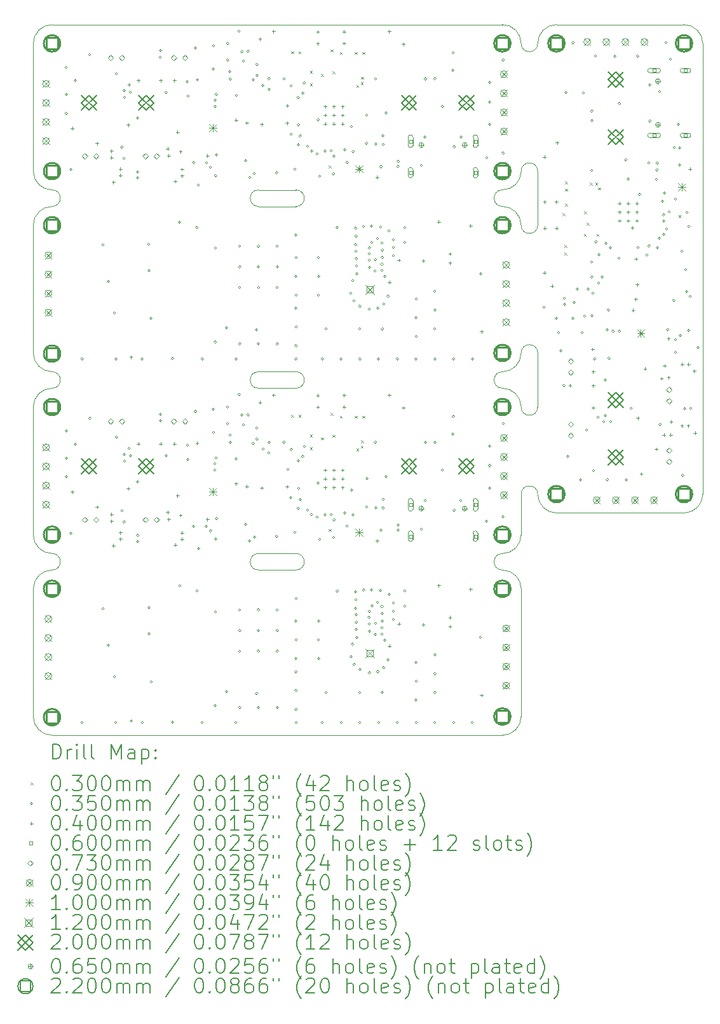
<source format=gbr>
%TF.GenerationSoftware,KiCad,Pcbnew,8.0.2*%
%TF.CreationDate,2024-05-05T17:49:49+09:00*%
%TF.ProjectId,ikafly_rev1_p,696b6166-6c79-45f7-9265-76315f702e6b,rev?*%
%TF.SameCoordinates,Original*%
%TF.FileFunction,Drillmap*%
%TF.FilePolarity,Positive*%
%FSLAX45Y45*%
G04 Gerber Fmt 4.5, Leading zero omitted, Abs format (unit mm)*
G04 Created by KiCad (PCBNEW 8.0.2) date 2024-05-05 17:49:49*
%MOMM*%
%LPD*%
G01*
G04 APERTURE LIST*
%ADD10C,0.050000*%
%ADD11C,0.100000*%
%ADD12C,0.200000*%
%ADD13C,0.120000*%
%ADD14C,0.220000*%
G04 APERTURE END LIST*
D10*
X15325000Y-7790000D02*
X15325000Y-7070000D01*
X15325000Y-10210000D02*
X15325000Y-9490000D01*
X15105000Y-11910000D02*
X15105000Y-11370000D01*
D11*
X15325000Y-10210000D02*
G75*
G02*
X15105000Y-10210000I-110000J0D01*
G01*
X15105000Y-9490000D02*
G75*
G02*
X15325000Y-9490000I110000J0D01*
G01*
X15105000Y-7070000D02*
G75*
G02*
X15325000Y-7070000I110000J0D01*
G01*
X15325000Y-7790000D02*
G75*
G02*
X15105000Y-7790000I-110000J0D01*
G01*
X15325000Y-5370000D02*
G75*
G02*
X15105000Y-5370000I-110000J0D01*
G01*
X15105000Y-11370000D02*
G75*
G02*
X15325000Y-11370000I110000J0D01*
G01*
X8855000Y-9740000D02*
G75*
G02*
X8855000Y-9960000I0J-110000D01*
G01*
X11605000Y-9960000D02*
G75*
G02*
X11605000Y-9740000I0J110000D01*
G01*
X14855000Y-9960000D02*
G75*
G02*
X14855000Y-9740000I0J110000D01*
G01*
X12105000Y-9740000D02*
X11605000Y-9740000D01*
X12105000Y-9960000D02*
X11605000Y-9960000D01*
X12105000Y-9740000D02*
G75*
G02*
X12105000Y-9960000I0J-110000D01*
G01*
X15575000Y-11620000D02*
G75*
G02*
X15325000Y-11370000I0J250000D01*
G01*
X15575000Y-11620000D02*
X17275000Y-11620000D01*
X15325000Y-5370000D02*
G75*
G02*
X15575000Y-5120000I250000J0D01*
G01*
X17275000Y-5120000D02*
X15575000Y-5120000D01*
X17525000Y-11370000D02*
G75*
G02*
X17275000Y-11620000I-250000J0D01*
G01*
X17275000Y-5120000D02*
G75*
G02*
X17525000Y-5370000I0J-250000D01*
G01*
X8605000Y-10210000D02*
G75*
G02*
X8855000Y-9960000I250000J0D01*
G01*
X14855000Y-14580000D02*
X9145000Y-14580000D01*
X8605000Y-14330000D02*
X8605000Y-12630000D01*
X8605000Y-10210000D02*
X8605000Y-11910000D01*
X12105000Y-12160000D02*
X11605000Y-12160000D01*
X8855000Y-12160000D02*
G75*
G02*
X8855000Y-12380000I0J-110000D01*
G01*
X14855000Y-9960000D02*
G75*
G02*
X15105000Y-10210000I0J-250000D01*
G01*
X8855000Y-14580000D02*
G75*
G02*
X8605000Y-14330000I0J250000D01*
G01*
X12105000Y-12380000D02*
X11605000Y-12380000D01*
X8855000Y-14580000D02*
X9145000Y-14580000D01*
X11605000Y-12380000D02*
G75*
G02*
X11605000Y-12160000I0J110000D01*
G01*
X15105000Y-14330000D02*
G75*
G02*
X14855000Y-14580000I-250000J0D01*
G01*
X8605000Y-12630000D02*
G75*
G02*
X8855000Y-12380000I250000J0D01*
G01*
X8855000Y-12160000D02*
G75*
G02*
X8605000Y-11910000I0J250000D01*
G01*
X14855000Y-12380000D02*
G75*
G02*
X15105000Y-12630000I0J-250000D01*
G01*
X15105000Y-11910000D02*
G75*
G02*
X14855000Y-12160000I-250000J0D01*
G01*
X12105000Y-12160000D02*
G75*
G02*
X12105000Y-12380000I0J-110000D01*
G01*
X14855000Y-12380000D02*
G75*
G02*
X14855000Y-12160000I0J110000D01*
G01*
X15105000Y-14330000D02*
X15105000Y-12630000D01*
X14855000Y-7540000D02*
G75*
G02*
X15105000Y-7790000I0J-250000D01*
G01*
X15105000Y-7070000D02*
G75*
G02*
X14855000Y-7320000I-250000J0D01*
G01*
X8605000Y-9490000D02*
X8605000Y-7790000D01*
X12105000Y-7320000D02*
X11605000Y-7320000D01*
X8855000Y-7320000D02*
G75*
G02*
X8855000Y-7540000I0J-110000D01*
G01*
X12105000Y-7320000D02*
G75*
G02*
X12105000Y-7540000I0J-110000D01*
G01*
X8605000Y-5370000D02*
G75*
G02*
X8855000Y-5120000I250000J0D01*
G01*
X14855000Y-5120000D02*
G75*
G02*
X15105000Y-5370000I0J-250000D01*
G01*
X8605000Y-5370000D02*
X8605000Y-7070000D01*
X15105000Y-9490000D02*
G75*
G02*
X14855000Y-9740000I-250000J0D01*
G01*
X8855000Y-9740000D02*
G75*
G02*
X8605000Y-9490000I0J250000D01*
G01*
X8855000Y-5120000D02*
X14855000Y-5120000D01*
X8605000Y-7790000D02*
G75*
G02*
X8855000Y-7540000I250000J0D01*
G01*
X12105000Y-7540000D02*
X11605000Y-7540000D01*
X11605000Y-7540000D02*
G75*
G02*
X11605000Y-7320000I0J110000D01*
G01*
X14855000Y-7540000D02*
G75*
G02*
X14855000Y-7320000I0J110000D01*
G01*
X8855000Y-7320000D02*
G75*
G02*
X8605000Y-7070000I0J250000D01*
G01*
X17525000Y-11370000D02*
X17525000Y-5370000D01*
D12*
D11*
X12040000Y-5475000D02*
X12070000Y-5505000D01*
X12070000Y-5475000D02*
X12040000Y-5505000D01*
X12040000Y-10315000D02*
X12070000Y-10345000D01*
X12070000Y-10315000D02*
X12040000Y-10345000D01*
X12140000Y-5475000D02*
X12170000Y-5505000D01*
X12170000Y-5475000D02*
X12140000Y-5505000D01*
X12140000Y-10315000D02*
X12170000Y-10345000D01*
X12170000Y-10315000D02*
X12140000Y-10345000D01*
X12290000Y-5735000D02*
X12320000Y-5765000D01*
X12320000Y-5735000D02*
X12290000Y-5765000D01*
X12290000Y-5904417D02*
X12320000Y-5934417D01*
X12320000Y-5904417D02*
X12290000Y-5934417D01*
X12290000Y-10575000D02*
X12320000Y-10605000D01*
X12320000Y-10575000D02*
X12290000Y-10605000D01*
X12290000Y-10744417D02*
X12320000Y-10774417D01*
X12320000Y-10744417D02*
X12290000Y-10774417D01*
X12440000Y-5775000D02*
X12470000Y-5805000D01*
X12470000Y-5775000D02*
X12440000Y-5805000D01*
X12440000Y-10615000D02*
X12470000Y-10645000D01*
X12470000Y-10615000D02*
X12440000Y-10645000D01*
X12540000Y-6995000D02*
X12570000Y-7025000D01*
X12570000Y-6995000D02*
X12540000Y-7025000D01*
X12540000Y-11835000D02*
X12570000Y-11865000D01*
X12570000Y-11835000D02*
X12540000Y-11865000D01*
X12565975Y-5449096D02*
X12595975Y-5479096D01*
X12595975Y-5449096D02*
X12565975Y-5479096D01*
X12565975Y-10289096D02*
X12595975Y-10319096D01*
X12595975Y-10289096D02*
X12565975Y-10319096D01*
X12590000Y-5741156D02*
X12620000Y-5771156D01*
X12620000Y-5741156D02*
X12590000Y-5771156D01*
X12590000Y-10581156D02*
X12620000Y-10611156D01*
X12620000Y-10581156D02*
X12590000Y-10611156D01*
X12690000Y-5485000D02*
X12720000Y-5515000D01*
X12720000Y-5485000D02*
X12690000Y-5515000D01*
X12690000Y-10325000D02*
X12720000Y-10355000D01*
X12720000Y-10325000D02*
X12690000Y-10355000D01*
X12890000Y-5485000D02*
X12920000Y-5515000D01*
X12920000Y-5485000D02*
X12890000Y-5515000D01*
X12890000Y-10325000D02*
X12920000Y-10355000D01*
X12920000Y-10325000D02*
X12890000Y-10355000D01*
X12907335Y-5924500D02*
X12937335Y-5954500D01*
X12937335Y-5924500D02*
X12907335Y-5954500D01*
X12907335Y-10764500D02*
X12937335Y-10794500D01*
X12937335Y-10764500D02*
X12907335Y-10794500D01*
X12970000Y-5886000D02*
X13000000Y-5916000D01*
X13000000Y-5886000D02*
X12970000Y-5916000D01*
X12970000Y-10726000D02*
X13000000Y-10756000D01*
X13000000Y-10726000D02*
X12970000Y-10756000D01*
X12972000Y-5815000D02*
X13002000Y-5845000D01*
X13002000Y-5815000D02*
X12972000Y-5845000D01*
X12972000Y-10655000D02*
X13002000Y-10685000D01*
X13002000Y-10655000D02*
X12972000Y-10685000D01*
X12990000Y-5485000D02*
X13020000Y-5515000D01*
X13020000Y-5485000D02*
X12990000Y-5515000D01*
X12990000Y-10325000D02*
X13020000Y-10355000D01*
X13020000Y-10325000D02*
X12990000Y-10355000D01*
X15654096Y-7629025D02*
X15684096Y-7659025D01*
X15684096Y-7629025D02*
X15654096Y-7659025D01*
X15680000Y-8055000D02*
X15710000Y-8085000D01*
X15710000Y-8055000D02*
X15680000Y-8085000D01*
X15680000Y-8155000D02*
X15710000Y-8185000D01*
X15710000Y-8155000D02*
X15680000Y-8185000D01*
X15690000Y-7205000D02*
X15720000Y-7235000D01*
X15720000Y-7205000D02*
X15690000Y-7235000D01*
X15690000Y-7305000D02*
X15720000Y-7335000D01*
X15720000Y-7305000D02*
X15690000Y-7335000D01*
X15690000Y-7505000D02*
X15720000Y-7535000D01*
X15720000Y-7505000D02*
X15690000Y-7535000D01*
X15940000Y-7905000D02*
X15970000Y-7935000D01*
X15970000Y-7905000D02*
X15940000Y-7935000D01*
X15946156Y-7605000D02*
X15976156Y-7635000D01*
X15976156Y-7605000D02*
X15946156Y-7635000D01*
X15980000Y-7755000D02*
X16010000Y-7785000D01*
X16010000Y-7755000D02*
X15980000Y-7785000D01*
X16020000Y-7223000D02*
X16050000Y-7253000D01*
X16050000Y-7223000D02*
X16020000Y-7253000D01*
X16091000Y-7225000D02*
X16121000Y-7255000D01*
X16121000Y-7225000D02*
X16091000Y-7255000D01*
X16109417Y-7905000D02*
X16139417Y-7935000D01*
X16139417Y-7905000D02*
X16109417Y-7935000D01*
X16129500Y-7287665D02*
X16159500Y-7317665D01*
X16159500Y-7287665D02*
X16129500Y-7317665D01*
X17200000Y-7655000D02*
X17230000Y-7685000D01*
X17230000Y-7655000D02*
X17200000Y-7685000D01*
X9062500Y-5690000D02*
G75*
G02*
X9027500Y-5690000I-17500J0D01*
G01*
X9027500Y-5690000D02*
G75*
G02*
X9062500Y-5690000I17500J0D01*
G01*
X9062500Y-6050000D02*
G75*
G02*
X9027500Y-6050000I-17500J0D01*
G01*
X9027500Y-6050000D02*
G75*
G02*
X9062500Y-6050000I17500J0D01*
G01*
X9062500Y-6300000D02*
G75*
G02*
X9027500Y-6300000I-17500J0D01*
G01*
X9027500Y-6300000D02*
G75*
G02*
X9062500Y-6300000I17500J0D01*
G01*
X9062500Y-10530000D02*
G75*
G02*
X9027500Y-10530000I-17500J0D01*
G01*
X9027500Y-10530000D02*
G75*
G02*
X9062500Y-10530000I17500J0D01*
G01*
X9062500Y-10890000D02*
G75*
G02*
X9027500Y-10890000I-17500J0D01*
G01*
X9027500Y-10890000D02*
G75*
G02*
X9062500Y-10890000I17500J0D01*
G01*
X9062500Y-11140000D02*
G75*
G02*
X9027500Y-11140000I-17500J0D01*
G01*
X9027500Y-11140000D02*
G75*
G02*
X9062500Y-11140000I17500J0D01*
G01*
X9122500Y-7050000D02*
G75*
G02*
X9087500Y-7050000I-17500J0D01*
G01*
X9087500Y-7050000D02*
G75*
G02*
X9122500Y-7050000I17500J0D01*
G01*
X9122500Y-11890000D02*
G75*
G02*
X9087500Y-11890000I-17500J0D01*
G01*
X9087500Y-11890000D02*
G75*
G02*
X9122500Y-11890000I17500J0D01*
G01*
X9182500Y-5865000D02*
G75*
G02*
X9147500Y-5865000I-17500J0D01*
G01*
X9147500Y-5865000D02*
G75*
G02*
X9182500Y-5865000I17500J0D01*
G01*
X9182500Y-10705000D02*
G75*
G02*
X9147500Y-10705000I-17500J0D01*
G01*
X9147500Y-10705000D02*
G75*
G02*
X9182500Y-10705000I17500J0D01*
G01*
X9272500Y-9570000D02*
G75*
G02*
X9237500Y-9570000I-17500J0D01*
G01*
X9237500Y-9570000D02*
G75*
G02*
X9272500Y-9570000I17500J0D01*
G01*
X9272500Y-14410000D02*
G75*
G02*
X9237500Y-14410000I-17500J0D01*
G01*
X9237500Y-14410000D02*
G75*
G02*
X9272500Y-14410000I17500J0D01*
G01*
X9374500Y-5520000D02*
G75*
G02*
X9339500Y-5520000I-17500J0D01*
G01*
X9339500Y-5520000D02*
G75*
G02*
X9374500Y-5520000I17500J0D01*
G01*
X9374500Y-10360000D02*
G75*
G02*
X9339500Y-10360000I-17500J0D01*
G01*
X9339500Y-10360000D02*
G75*
G02*
X9374500Y-10360000I17500J0D01*
G01*
X9551250Y-8052000D02*
G75*
G02*
X9516250Y-8052000I-17500J0D01*
G01*
X9516250Y-8052000D02*
G75*
G02*
X9551250Y-8052000I17500J0D01*
G01*
X9551250Y-12892000D02*
G75*
G02*
X9516250Y-12892000I-17500J0D01*
G01*
X9516250Y-12892000D02*
G75*
G02*
X9551250Y-12892000I17500J0D01*
G01*
X9622500Y-8540000D02*
G75*
G02*
X9587500Y-8540000I-17500J0D01*
G01*
X9587500Y-8540000D02*
G75*
G02*
X9622500Y-8540000I17500J0D01*
G01*
X9622500Y-13380000D02*
G75*
G02*
X9587500Y-13380000I-17500J0D01*
G01*
X9587500Y-13380000D02*
G75*
G02*
X9622500Y-13380000I17500J0D01*
G01*
X9702500Y-8960000D02*
G75*
G02*
X9667500Y-8960000I-17500J0D01*
G01*
X9667500Y-8960000D02*
G75*
G02*
X9702500Y-8960000I17500J0D01*
G01*
X9702500Y-13800000D02*
G75*
G02*
X9667500Y-13800000I-17500J0D01*
G01*
X9667500Y-13800000D02*
G75*
G02*
X9702500Y-13800000I17500J0D01*
G01*
X9722500Y-9570000D02*
G75*
G02*
X9687500Y-9570000I-17500J0D01*
G01*
X9687500Y-9570000D02*
G75*
G02*
X9722500Y-9570000I17500J0D01*
G01*
X9722500Y-14410000D02*
G75*
G02*
X9687500Y-14410000I-17500J0D01*
G01*
X9687500Y-14410000D02*
G75*
G02*
X9722500Y-14410000I17500J0D01*
G01*
X9729500Y-5772000D02*
G75*
G02*
X9694500Y-5772000I-17500J0D01*
G01*
X9694500Y-5772000D02*
G75*
G02*
X9729500Y-5772000I17500J0D01*
G01*
X9729500Y-10612000D02*
G75*
G02*
X9694500Y-10612000I-17500J0D01*
G01*
X9694500Y-10612000D02*
G75*
G02*
X9729500Y-10612000I17500J0D01*
G01*
X9802500Y-6750000D02*
G75*
G02*
X9767500Y-6750000I-17500J0D01*
G01*
X9767500Y-6750000D02*
G75*
G02*
X9802500Y-6750000I17500J0D01*
G01*
X9802500Y-11590000D02*
G75*
G02*
X9767500Y-11590000I-17500J0D01*
G01*
X9767500Y-11590000D02*
G75*
G02*
X9802500Y-11590000I17500J0D01*
G01*
X9832500Y-6901000D02*
G75*
G02*
X9797500Y-6901000I-17500J0D01*
G01*
X9797500Y-6901000D02*
G75*
G02*
X9832500Y-6901000I17500J0D01*
G01*
X9832500Y-11741000D02*
G75*
G02*
X9797500Y-11741000I-17500J0D01*
G01*
X9797500Y-11741000D02*
G75*
G02*
X9832500Y-11741000I17500J0D01*
G01*
X9835689Y-6000000D02*
G75*
G02*
X9800689Y-6000000I-17500J0D01*
G01*
X9800689Y-6000000D02*
G75*
G02*
X9835689Y-6000000I17500J0D01*
G01*
X9835689Y-10840000D02*
G75*
G02*
X9800689Y-10840000I-17500J0D01*
G01*
X9800689Y-10840000D02*
G75*
G02*
X9835689Y-10840000I17500J0D01*
G01*
X9837500Y-6090000D02*
G75*
G02*
X9802500Y-6090000I-17500J0D01*
G01*
X9802500Y-6090000D02*
G75*
G02*
X9837500Y-6090000I17500J0D01*
G01*
X9837500Y-10930000D02*
G75*
G02*
X9802500Y-10930000I-17500J0D01*
G01*
X9802500Y-10930000D02*
G75*
G02*
X9837500Y-10930000I17500J0D01*
G01*
X9898750Y-5922390D02*
G75*
G02*
X9863750Y-5922390I-17500J0D01*
G01*
X9863750Y-5922390D02*
G75*
G02*
X9898750Y-5922390I17500J0D01*
G01*
X9898750Y-10762390D02*
G75*
G02*
X9863750Y-10762390I-17500J0D01*
G01*
X9863750Y-10762390D02*
G75*
G02*
X9898750Y-10762390I17500J0D01*
G01*
X9917500Y-6020000D02*
G75*
G02*
X9882500Y-6020000I-17500J0D01*
G01*
X9882500Y-6020000D02*
G75*
G02*
X9917500Y-6020000I17500J0D01*
G01*
X9917500Y-10860000D02*
G75*
G02*
X9882500Y-10860000I-17500J0D01*
G01*
X9882500Y-10860000D02*
G75*
G02*
X9917500Y-10860000I17500J0D01*
G01*
X10012500Y-6365000D02*
G75*
G02*
X9977500Y-6365000I-17500J0D01*
G01*
X9977500Y-6365000D02*
G75*
G02*
X10012500Y-6365000I17500J0D01*
G01*
X10012500Y-7080000D02*
G75*
G02*
X9977500Y-7080000I-17500J0D01*
G01*
X9977500Y-7080000D02*
G75*
G02*
X10012500Y-7080000I17500J0D01*
G01*
X10012500Y-7159950D02*
G75*
G02*
X9977500Y-7159950I-17500J0D01*
G01*
X9977500Y-7159950D02*
G75*
G02*
X10012500Y-7159950I17500J0D01*
G01*
X10012500Y-11205000D02*
G75*
G02*
X9977500Y-11205000I-17500J0D01*
G01*
X9977500Y-11205000D02*
G75*
G02*
X10012500Y-11205000I17500J0D01*
G01*
X10012500Y-11920000D02*
G75*
G02*
X9977500Y-11920000I-17500J0D01*
G01*
X9977500Y-11920000D02*
G75*
G02*
X10012500Y-11920000I17500J0D01*
G01*
X10012500Y-11999950D02*
G75*
G02*
X9977500Y-11999950I-17500J0D01*
G01*
X9977500Y-11999950D02*
G75*
G02*
X10012500Y-11999950I17500J0D01*
G01*
X10072500Y-9570000D02*
G75*
G02*
X10037500Y-9570000I-17500J0D01*
G01*
X10037500Y-9570000D02*
G75*
G02*
X10072500Y-9570000I17500J0D01*
G01*
X10072500Y-14410000D02*
G75*
G02*
X10037500Y-14410000I-17500J0D01*
G01*
X10037500Y-14410000D02*
G75*
G02*
X10072500Y-14410000I17500J0D01*
G01*
X10161250Y-8042000D02*
G75*
G02*
X10126250Y-8042000I-17500J0D01*
G01*
X10126250Y-8042000D02*
G75*
G02*
X10161250Y-8042000I17500J0D01*
G01*
X10161250Y-12882000D02*
G75*
G02*
X10126250Y-12882000I-17500J0D01*
G01*
X10126250Y-12882000D02*
G75*
G02*
X10161250Y-12882000I17500J0D01*
G01*
X10163750Y-8392000D02*
G75*
G02*
X10128750Y-8392000I-17500J0D01*
G01*
X10128750Y-8392000D02*
G75*
G02*
X10163750Y-8392000I17500J0D01*
G01*
X10163750Y-13232000D02*
G75*
G02*
X10128750Y-13232000I-17500J0D01*
G01*
X10128750Y-13232000D02*
G75*
G02*
X10163750Y-13232000I17500J0D01*
G01*
X10192500Y-9030000D02*
G75*
G02*
X10157500Y-9030000I-17500J0D01*
G01*
X10157500Y-9030000D02*
G75*
G02*
X10192500Y-9030000I17500J0D01*
G01*
X10192500Y-13870000D02*
G75*
G02*
X10157500Y-13870000I-17500J0D01*
G01*
X10157500Y-13870000D02*
G75*
G02*
X10192500Y-13870000I17500J0D01*
G01*
X10314500Y-5554000D02*
G75*
G02*
X10279500Y-5554000I-17500J0D01*
G01*
X10279500Y-5554000D02*
G75*
G02*
X10314500Y-5554000I17500J0D01*
G01*
X10314500Y-10394000D02*
G75*
G02*
X10279500Y-10394000I-17500J0D01*
G01*
X10279500Y-10394000D02*
G75*
G02*
X10314500Y-10394000I17500J0D01*
G01*
X10316500Y-5467000D02*
G75*
G02*
X10281500Y-5467000I-17500J0D01*
G01*
X10281500Y-5467000D02*
G75*
G02*
X10316500Y-5467000I17500J0D01*
G01*
X10316500Y-10307000D02*
G75*
G02*
X10281500Y-10307000I-17500J0D01*
G01*
X10281500Y-10307000D02*
G75*
G02*
X10316500Y-10307000I17500J0D01*
G01*
X10392500Y-6020000D02*
G75*
G02*
X10357500Y-6020000I-17500J0D01*
G01*
X10357500Y-6020000D02*
G75*
G02*
X10392500Y-6020000I17500J0D01*
G01*
X10392500Y-10860000D02*
G75*
G02*
X10357500Y-10860000I-17500J0D01*
G01*
X10357500Y-10860000D02*
G75*
G02*
X10392500Y-10860000I17500J0D01*
G01*
X10476238Y-9566163D02*
G75*
G02*
X10441238Y-9566163I-17500J0D01*
G01*
X10441238Y-9566163D02*
G75*
G02*
X10476238Y-9566163I17500J0D01*
G01*
X10476238Y-14406163D02*
G75*
G02*
X10441238Y-14406163I-17500J0D01*
G01*
X10441238Y-14406163D02*
G75*
G02*
X10476238Y-14406163I17500J0D01*
G01*
X10572500Y-7750000D02*
G75*
G02*
X10537500Y-7750000I-17500J0D01*
G01*
X10537500Y-7750000D02*
G75*
G02*
X10572500Y-7750000I17500J0D01*
G01*
X10572500Y-12590000D02*
G75*
G02*
X10537500Y-12590000I-17500J0D01*
G01*
X10537500Y-12590000D02*
G75*
G02*
X10572500Y-12590000I17500J0D01*
G01*
X10673512Y-5878988D02*
G75*
G02*
X10638512Y-5878988I-17500J0D01*
G01*
X10638512Y-5878988D02*
G75*
G02*
X10673512Y-5878988I17500J0D01*
G01*
X10673512Y-10718988D02*
G75*
G02*
X10638512Y-10718988I-17500J0D01*
G01*
X10638512Y-10718988D02*
G75*
G02*
X10673512Y-10718988I17500J0D01*
G01*
X10682500Y-6070000D02*
G75*
G02*
X10647500Y-6070000I-17500J0D01*
G01*
X10647500Y-6070000D02*
G75*
G02*
X10682500Y-6070000I17500J0D01*
G01*
X10682500Y-10910000D02*
G75*
G02*
X10647500Y-10910000I-17500J0D01*
G01*
X10647500Y-10910000D02*
G75*
G02*
X10682500Y-10910000I17500J0D01*
G01*
X10759587Y-6957087D02*
G75*
G02*
X10724587Y-6957087I-17500J0D01*
G01*
X10724587Y-6957087D02*
G75*
G02*
X10759587Y-6957087I17500J0D01*
G01*
X10759587Y-11797087D02*
G75*
G02*
X10724587Y-11797087I-17500J0D01*
G01*
X10724587Y-11797087D02*
G75*
G02*
X10759587Y-11797087I17500J0D01*
G01*
X10782500Y-5430000D02*
G75*
G02*
X10747500Y-5430000I-17500J0D01*
G01*
X10747500Y-5430000D02*
G75*
G02*
X10782500Y-5430000I17500J0D01*
G01*
X10782500Y-10270000D02*
G75*
G02*
X10747500Y-10270000I-17500J0D01*
G01*
X10747500Y-10270000D02*
G75*
G02*
X10782500Y-10270000I17500J0D01*
G01*
X10802500Y-7820000D02*
G75*
G02*
X10767500Y-7820000I-17500J0D01*
G01*
X10767500Y-7820000D02*
G75*
G02*
X10802500Y-7820000I17500J0D01*
G01*
X10802500Y-12660000D02*
G75*
G02*
X10767500Y-12660000I-17500J0D01*
G01*
X10767500Y-12660000D02*
G75*
G02*
X10802500Y-12660000I17500J0D01*
G01*
X10822500Y-7255000D02*
G75*
G02*
X10787500Y-7255000I-17500J0D01*
G01*
X10787500Y-7255000D02*
G75*
G02*
X10822500Y-7255000I17500J0D01*
G01*
X10822500Y-12095000D02*
G75*
G02*
X10787500Y-12095000I-17500J0D01*
G01*
X10787500Y-12095000D02*
G75*
G02*
X10822500Y-12095000I17500J0D01*
G01*
X10872500Y-9570000D02*
G75*
G02*
X10837500Y-9570000I-17500J0D01*
G01*
X10837500Y-9570000D02*
G75*
G02*
X10872500Y-9570000I17500J0D01*
G01*
X10872500Y-14410000D02*
G75*
G02*
X10837500Y-14410000I-17500J0D01*
G01*
X10837500Y-14410000D02*
G75*
G02*
X10872500Y-14410000I17500J0D01*
G01*
X10929779Y-6958429D02*
G75*
G02*
X10894779Y-6958429I-17500J0D01*
G01*
X10894779Y-6958429D02*
G75*
G02*
X10929779Y-6958429I17500J0D01*
G01*
X10929779Y-11798429D02*
G75*
G02*
X10894779Y-11798429I-17500J0D01*
G01*
X10894779Y-11798429D02*
G75*
G02*
X10929779Y-11798429I17500J0D01*
G01*
X10982500Y-7018600D02*
G75*
G02*
X10947500Y-7018600I-17500J0D01*
G01*
X10947500Y-7018600D02*
G75*
G02*
X10982500Y-7018600I17500J0D01*
G01*
X10982500Y-11858600D02*
G75*
G02*
X10947500Y-11858600I-17500J0D01*
G01*
X10947500Y-11858600D02*
G75*
G02*
X10982500Y-11858600I17500J0D01*
G01*
X11022500Y-5400000D02*
G75*
G02*
X10987500Y-5400000I-17500J0D01*
G01*
X10987500Y-5400000D02*
G75*
G02*
X11022500Y-5400000I17500J0D01*
G01*
X11022500Y-5710000D02*
G75*
G02*
X10987500Y-5710000I-17500J0D01*
G01*
X10987500Y-5710000D02*
G75*
G02*
X11022500Y-5710000I17500J0D01*
G01*
X11022500Y-10240000D02*
G75*
G02*
X10987500Y-10240000I-17500J0D01*
G01*
X10987500Y-10240000D02*
G75*
G02*
X11022500Y-10240000I17500J0D01*
G01*
X11022500Y-10550000D02*
G75*
G02*
X10987500Y-10550000I-17500J0D01*
G01*
X10987500Y-10550000D02*
G75*
G02*
X11022500Y-10550000I17500J0D01*
G01*
X11042500Y-6125906D02*
G75*
G02*
X11007500Y-6125906I-17500J0D01*
G01*
X11007500Y-6125906D02*
G75*
G02*
X11042500Y-6125906I17500J0D01*
G01*
X11042500Y-6210000D02*
G75*
G02*
X11007500Y-6210000I-17500J0D01*
G01*
X11007500Y-6210000D02*
G75*
G02*
X11042500Y-6210000I17500J0D01*
G01*
X11042500Y-10965906D02*
G75*
G02*
X11007500Y-10965906I-17500J0D01*
G01*
X11007500Y-10965906D02*
G75*
G02*
X11042500Y-10965906I17500J0D01*
G01*
X11042500Y-11050000D02*
G75*
G02*
X11007500Y-11050000I-17500J0D01*
G01*
X11007500Y-11050000D02*
G75*
G02*
X11042500Y-11050000I17500J0D01*
G01*
X11047500Y-8095000D02*
G75*
G02*
X11012500Y-8095000I-17500J0D01*
G01*
X11012500Y-8095000D02*
G75*
G02*
X11047500Y-8095000I17500J0D01*
G01*
X11047500Y-9345000D02*
G75*
G02*
X11012500Y-9345000I-17500J0D01*
G01*
X11012500Y-9345000D02*
G75*
G02*
X11047500Y-9345000I17500J0D01*
G01*
X11047500Y-12935000D02*
G75*
G02*
X11012500Y-12935000I-17500J0D01*
G01*
X11012500Y-12935000D02*
G75*
G02*
X11047500Y-12935000I17500J0D01*
G01*
X11047500Y-14185000D02*
G75*
G02*
X11012500Y-14185000I-17500J0D01*
G01*
X11012500Y-14185000D02*
G75*
G02*
X11047500Y-14185000I17500J0D01*
G01*
X11052500Y-7130000D02*
G75*
G02*
X11017500Y-7130000I-17500J0D01*
G01*
X11017500Y-7130000D02*
G75*
G02*
X11052500Y-7130000I17500J0D01*
G01*
X11052500Y-11970000D02*
G75*
G02*
X11017500Y-11970000I-17500J0D01*
G01*
X11017500Y-11970000D02*
G75*
G02*
X11052500Y-11970000I17500J0D01*
G01*
X11059528Y-6047739D02*
G75*
G02*
X11024528Y-6047739I-17500J0D01*
G01*
X11024528Y-6047739D02*
G75*
G02*
X11059528Y-6047739I17500J0D01*
G01*
X11059528Y-10887739D02*
G75*
G02*
X11024528Y-10887739I-17500J0D01*
G01*
X11024528Y-10887739D02*
G75*
G02*
X11059528Y-10887739I17500J0D01*
G01*
X11062500Y-6853000D02*
G75*
G02*
X11027500Y-6853000I-17500J0D01*
G01*
X11027500Y-6853000D02*
G75*
G02*
X11062500Y-6853000I17500J0D01*
G01*
X11062500Y-11693000D02*
G75*
G02*
X11027500Y-11693000I-17500J0D01*
G01*
X11027500Y-11693000D02*
G75*
G02*
X11062500Y-11693000I17500J0D01*
G01*
X11197500Y-9157500D02*
G75*
G02*
X11162500Y-9157500I-17500J0D01*
G01*
X11162500Y-9157500D02*
G75*
G02*
X11197500Y-9157500I17500J0D01*
G01*
X11197500Y-13997500D02*
G75*
G02*
X11162500Y-13997500I-17500J0D01*
G01*
X11162500Y-13997500D02*
G75*
G02*
X11197500Y-13997500I17500J0D01*
G01*
X11212500Y-5370000D02*
G75*
G02*
X11177500Y-5370000I-17500J0D01*
G01*
X11177500Y-5370000D02*
G75*
G02*
X11212500Y-5370000I17500J0D01*
G01*
X11212500Y-5590000D02*
G75*
G02*
X11177500Y-5590000I-17500J0D01*
G01*
X11177500Y-5590000D02*
G75*
G02*
X11212500Y-5590000I17500J0D01*
G01*
X11212500Y-10210000D02*
G75*
G02*
X11177500Y-10210000I-17500J0D01*
G01*
X11177500Y-10210000D02*
G75*
G02*
X11212500Y-10210000I17500J0D01*
G01*
X11212500Y-10430000D02*
G75*
G02*
X11177500Y-10430000I-17500J0D01*
G01*
X11177500Y-10430000D02*
G75*
G02*
X11212500Y-10430000I17500J0D01*
G01*
X11242500Y-5745000D02*
G75*
G02*
X11207500Y-5745000I-17500J0D01*
G01*
X11207500Y-5745000D02*
G75*
G02*
X11242500Y-5745000I17500J0D01*
G01*
X11242500Y-10585000D02*
G75*
G02*
X11207500Y-10585000I-17500J0D01*
G01*
X11207500Y-10585000D02*
G75*
G02*
X11242500Y-10585000I17500J0D01*
G01*
X11247500Y-5843000D02*
G75*
G02*
X11212500Y-5843000I-17500J0D01*
G01*
X11212500Y-5843000D02*
G75*
G02*
X11247500Y-5843000I17500J0D01*
G01*
X11247500Y-10683000D02*
G75*
G02*
X11212500Y-10683000I-17500J0D01*
G01*
X11212500Y-10683000D02*
G75*
G02*
X11247500Y-10683000I17500J0D01*
G01*
X11322500Y-9570000D02*
G75*
G02*
X11287500Y-9570000I-17500J0D01*
G01*
X11287500Y-9570000D02*
G75*
G02*
X11322500Y-9570000I17500J0D01*
G01*
X11322500Y-14410000D02*
G75*
G02*
X11287500Y-14410000I-17500J0D01*
G01*
X11287500Y-14410000D02*
G75*
G02*
X11322500Y-14410000I17500J0D01*
G01*
X11325594Y-6061906D02*
G75*
G02*
X11290594Y-6061906I-17500J0D01*
G01*
X11290594Y-6061906D02*
G75*
G02*
X11325594Y-6061906I17500J0D01*
G01*
X11325594Y-10901906D02*
G75*
G02*
X11290594Y-10901906I-17500J0D01*
G01*
X11290594Y-10901906D02*
G75*
G02*
X11325594Y-10901906I17500J0D01*
G01*
X11362500Y-5205000D02*
G75*
G02*
X11327500Y-5205000I-17500J0D01*
G01*
X11327500Y-5205000D02*
G75*
G02*
X11362500Y-5205000I17500J0D01*
G01*
X11362500Y-10045000D02*
G75*
G02*
X11327500Y-10045000I-17500J0D01*
G01*
X11327500Y-10045000D02*
G75*
G02*
X11362500Y-10045000I17500J0D01*
G01*
X11372500Y-8070000D02*
G75*
G02*
X11337500Y-8070000I-17500J0D01*
G01*
X11337500Y-8070000D02*
G75*
G02*
X11372500Y-8070000I17500J0D01*
G01*
X11372500Y-8345000D02*
G75*
G02*
X11337500Y-8345000I-17500J0D01*
G01*
X11337500Y-8345000D02*
G75*
G02*
X11372500Y-8345000I17500J0D01*
G01*
X11372500Y-8620000D02*
G75*
G02*
X11337500Y-8620000I-17500J0D01*
G01*
X11337500Y-8620000D02*
G75*
G02*
X11372500Y-8620000I17500J0D01*
G01*
X11372500Y-9370000D02*
G75*
G02*
X11337500Y-9370000I-17500J0D01*
G01*
X11337500Y-9370000D02*
G75*
G02*
X11372500Y-9370000I17500J0D01*
G01*
X11372500Y-12910000D02*
G75*
G02*
X11337500Y-12910000I-17500J0D01*
G01*
X11337500Y-12910000D02*
G75*
G02*
X11372500Y-12910000I17500J0D01*
G01*
X11372500Y-13185000D02*
G75*
G02*
X11337500Y-13185000I-17500J0D01*
G01*
X11337500Y-13185000D02*
G75*
G02*
X11372500Y-13185000I17500J0D01*
G01*
X11372500Y-13460000D02*
G75*
G02*
X11337500Y-13460000I-17500J0D01*
G01*
X11337500Y-13460000D02*
G75*
G02*
X11372500Y-13460000I17500J0D01*
G01*
X11372500Y-14210000D02*
G75*
G02*
X11337500Y-14210000I-17500J0D01*
G01*
X11337500Y-14210000D02*
G75*
G02*
X11372500Y-14210000I17500J0D01*
G01*
X11401324Y-5478928D02*
G75*
G02*
X11366324Y-5478928I-17500J0D01*
G01*
X11366324Y-5478928D02*
G75*
G02*
X11401324Y-5478928I17500J0D01*
G01*
X11401324Y-10318928D02*
G75*
G02*
X11366324Y-10318928I-17500J0D01*
G01*
X11366324Y-10318928D02*
G75*
G02*
X11401324Y-10318928I17500J0D01*
G01*
X11422500Y-5605000D02*
G75*
G02*
X11387500Y-5605000I-17500J0D01*
G01*
X11387500Y-5605000D02*
G75*
G02*
X11422500Y-5605000I17500J0D01*
G01*
X11422500Y-10445000D02*
G75*
G02*
X11387500Y-10445000I-17500J0D01*
G01*
X11387500Y-10445000D02*
G75*
G02*
X11422500Y-10445000I17500J0D01*
G01*
X11451550Y-6932950D02*
G75*
G02*
X11416550Y-6932950I-17500J0D01*
G01*
X11416550Y-6932950D02*
G75*
G02*
X11451550Y-6932950I17500J0D01*
G01*
X11451550Y-11772950D02*
G75*
G02*
X11416550Y-11772950I-17500J0D01*
G01*
X11416550Y-11772950D02*
G75*
G02*
X11451550Y-11772950I17500J0D01*
G01*
X11482500Y-5475000D02*
G75*
G02*
X11447500Y-5475000I-17500J0D01*
G01*
X11447500Y-5475000D02*
G75*
G02*
X11482500Y-5475000I17500J0D01*
G01*
X11482500Y-10315000D02*
G75*
G02*
X11447500Y-10315000I-17500J0D01*
G01*
X11447500Y-10315000D02*
G75*
G02*
X11482500Y-10315000I17500J0D01*
G01*
X11504653Y-7152500D02*
G75*
G02*
X11469653Y-7152500I-17500J0D01*
G01*
X11469653Y-7152500D02*
G75*
G02*
X11504653Y-7152500I17500J0D01*
G01*
X11504653Y-11992500D02*
G75*
G02*
X11469653Y-11992500I-17500J0D01*
G01*
X11469653Y-11992500D02*
G75*
G02*
X11504653Y-11992500I17500J0D01*
G01*
X11550271Y-5855533D02*
G75*
G02*
X11515271Y-5855533I-17500J0D01*
G01*
X11515271Y-5855533D02*
G75*
G02*
X11550271Y-5855533I17500J0D01*
G01*
X11550271Y-10695533D02*
G75*
G02*
X11515271Y-10695533I-17500J0D01*
G01*
X11515271Y-10695533D02*
G75*
G02*
X11550271Y-10695533I17500J0D01*
G01*
X11567500Y-7103000D02*
G75*
G02*
X11532500Y-7103000I-17500J0D01*
G01*
X11532500Y-7103000D02*
G75*
G02*
X11567500Y-7103000I17500J0D01*
G01*
X11567500Y-11943000D02*
G75*
G02*
X11532500Y-11943000I-17500J0D01*
G01*
X11532500Y-11943000D02*
G75*
G02*
X11567500Y-11943000I17500J0D01*
G01*
X11597500Y-9182500D02*
G75*
G02*
X11562500Y-9182500I-17500J0D01*
G01*
X11562500Y-9182500D02*
G75*
G02*
X11597500Y-9182500I17500J0D01*
G01*
X11597500Y-14022500D02*
G75*
G02*
X11562500Y-14022500I-17500J0D01*
G01*
X11562500Y-14022500D02*
G75*
G02*
X11597500Y-14022500I17500J0D01*
G01*
X11600950Y-5650000D02*
G75*
G02*
X11565950Y-5650000I-17500J0D01*
G01*
X11565950Y-5650000D02*
G75*
G02*
X11600950Y-5650000I17500J0D01*
G01*
X11600950Y-10490000D02*
G75*
G02*
X11565950Y-10490000I-17500J0D01*
G01*
X11565950Y-10490000D02*
G75*
G02*
X11600950Y-10490000I17500J0D01*
G01*
X11602500Y-5795000D02*
G75*
G02*
X11567500Y-5795000I-17500J0D01*
G01*
X11567500Y-5795000D02*
G75*
G02*
X11602500Y-5795000I17500J0D01*
G01*
X11602500Y-10635000D02*
G75*
G02*
X11567500Y-10635000I-17500J0D01*
G01*
X11567500Y-10635000D02*
G75*
G02*
X11602500Y-10635000I17500J0D01*
G01*
X11622500Y-8070000D02*
G75*
G02*
X11587500Y-8070000I-17500J0D01*
G01*
X11587500Y-8070000D02*
G75*
G02*
X11622500Y-8070000I17500J0D01*
G01*
X11622500Y-8345000D02*
G75*
G02*
X11587500Y-8345000I-17500J0D01*
G01*
X11587500Y-8345000D02*
G75*
G02*
X11622500Y-8345000I17500J0D01*
G01*
X11622500Y-8620000D02*
G75*
G02*
X11587500Y-8620000I-17500J0D01*
G01*
X11587500Y-8620000D02*
G75*
G02*
X11622500Y-8620000I17500J0D01*
G01*
X11622500Y-9370000D02*
G75*
G02*
X11587500Y-9370000I-17500J0D01*
G01*
X11587500Y-9370000D02*
G75*
G02*
X11622500Y-9370000I17500J0D01*
G01*
X11622500Y-12910000D02*
G75*
G02*
X11587500Y-12910000I-17500J0D01*
G01*
X11587500Y-12910000D02*
G75*
G02*
X11622500Y-12910000I17500J0D01*
G01*
X11622500Y-13185000D02*
G75*
G02*
X11587500Y-13185000I-17500J0D01*
G01*
X11587500Y-13185000D02*
G75*
G02*
X11622500Y-13185000I17500J0D01*
G01*
X11622500Y-13460000D02*
G75*
G02*
X11587500Y-13460000I-17500J0D01*
G01*
X11587500Y-13460000D02*
G75*
G02*
X11622500Y-13460000I17500J0D01*
G01*
X11622500Y-14210000D02*
G75*
G02*
X11587500Y-14210000I-17500J0D01*
G01*
X11587500Y-14210000D02*
G75*
G02*
X11622500Y-14210000I17500J0D01*
G01*
X11682500Y-5930000D02*
G75*
G02*
X11647500Y-5930000I-17500J0D01*
G01*
X11647500Y-5930000D02*
G75*
G02*
X11682500Y-5930000I17500J0D01*
G01*
X11682500Y-10770000D02*
G75*
G02*
X11647500Y-10770000I-17500J0D01*
G01*
X11647500Y-10770000D02*
G75*
G02*
X11682500Y-10770000I17500J0D01*
G01*
X11762500Y-5840000D02*
G75*
G02*
X11727500Y-5840000I-17500J0D01*
G01*
X11727500Y-5840000D02*
G75*
G02*
X11762500Y-5840000I17500J0D01*
G01*
X11762500Y-5980000D02*
G75*
G02*
X11727500Y-5980000I-17500J0D01*
G01*
X11727500Y-5980000D02*
G75*
G02*
X11762500Y-5980000I17500J0D01*
G01*
X11762500Y-10680000D02*
G75*
G02*
X11727500Y-10680000I-17500J0D01*
G01*
X11727500Y-10680000D02*
G75*
G02*
X11762500Y-10680000I17500J0D01*
G01*
X11762500Y-10820000D02*
G75*
G02*
X11727500Y-10820000I-17500J0D01*
G01*
X11727500Y-10820000D02*
G75*
G02*
X11762500Y-10820000I17500J0D01*
G01*
X11863500Y-7092000D02*
G75*
G02*
X11828500Y-7092000I-17500J0D01*
G01*
X11828500Y-7092000D02*
G75*
G02*
X11863500Y-7092000I17500J0D01*
G01*
X11863500Y-11932000D02*
G75*
G02*
X11828500Y-11932000I-17500J0D01*
G01*
X11828500Y-11932000D02*
G75*
G02*
X11863500Y-11932000I17500J0D01*
G01*
X11872500Y-8070000D02*
G75*
G02*
X11837500Y-8070000I-17500J0D01*
G01*
X11837500Y-8070000D02*
G75*
G02*
X11872500Y-8070000I17500J0D01*
G01*
X11872500Y-8345000D02*
G75*
G02*
X11837500Y-8345000I-17500J0D01*
G01*
X11837500Y-8345000D02*
G75*
G02*
X11872500Y-8345000I17500J0D01*
G01*
X11872500Y-8620000D02*
G75*
G02*
X11837500Y-8620000I-17500J0D01*
G01*
X11837500Y-8620000D02*
G75*
G02*
X11872500Y-8620000I17500J0D01*
G01*
X11872500Y-9370000D02*
G75*
G02*
X11837500Y-9370000I-17500J0D01*
G01*
X11837500Y-9370000D02*
G75*
G02*
X11872500Y-9370000I17500J0D01*
G01*
X11872500Y-12910000D02*
G75*
G02*
X11837500Y-12910000I-17500J0D01*
G01*
X11837500Y-12910000D02*
G75*
G02*
X11872500Y-12910000I17500J0D01*
G01*
X11872500Y-13185000D02*
G75*
G02*
X11837500Y-13185000I-17500J0D01*
G01*
X11837500Y-13185000D02*
G75*
G02*
X11872500Y-13185000I17500J0D01*
G01*
X11872500Y-13460000D02*
G75*
G02*
X11837500Y-13460000I-17500J0D01*
G01*
X11837500Y-13460000D02*
G75*
G02*
X11872500Y-13460000I17500J0D01*
G01*
X11872500Y-14210000D02*
G75*
G02*
X11837500Y-14210000I-17500J0D01*
G01*
X11837500Y-14210000D02*
G75*
G02*
X11872500Y-14210000I17500J0D01*
G01*
X11962500Y-5840000D02*
G75*
G02*
X11927500Y-5840000I-17500J0D01*
G01*
X11927500Y-5840000D02*
G75*
G02*
X11962500Y-5840000I17500J0D01*
G01*
X11962500Y-10680000D02*
G75*
G02*
X11927500Y-10680000I-17500J0D01*
G01*
X11927500Y-10680000D02*
G75*
G02*
X11962500Y-10680000I17500J0D01*
G01*
X12012500Y-6202000D02*
G75*
G02*
X11977500Y-6202000I-17500J0D01*
G01*
X11977500Y-6202000D02*
G75*
G02*
X12012500Y-6202000I17500J0D01*
G01*
X12012500Y-11042000D02*
G75*
G02*
X11977500Y-11042000I-17500J0D01*
G01*
X11977500Y-11042000D02*
G75*
G02*
X12012500Y-11042000I17500J0D01*
G01*
X12054500Y-6578000D02*
G75*
G02*
X12019500Y-6578000I-17500J0D01*
G01*
X12019500Y-6578000D02*
G75*
G02*
X12054500Y-6578000I17500J0D01*
G01*
X12054500Y-11418000D02*
G75*
G02*
X12019500Y-11418000I-17500J0D01*
G01*
X12019500Y-11418000D02*
G75*
G02*
X12054500Y-11418000I17500J0D01*
G01*
X12058512Y-5936012D02*
G75*
G02*
X12023512Y-5936012I-17500J0D01*
G01*
X12023512Y-5936012D02*
G75*
G02*
X12058512Y-5936012I17500J0D01*
G01*
X12058512Y-10776012D02*
G75*
G02*
X12023512Y-10776012I-17500J0D01*
G01*
X12023512Y-10776012D02*
G75*
G02*
X12058512Y-10776012I17500J0D01*
G01*
X12107563Y-7041211D02*
G75*
G02*
X12072563Y-7041211I-17500J0D01*
G01*
X12072563Y-7041211D02*
G75*
G02*
X12107563Y-7041211I17500J0D01*
G01*
X12107563Y-11881211D02*
G75*
G02*
X12072563Y-11881211I-17500J0D01*
G01*
X12072563Y-11881211D02*
G75*
G02*
X12107563Y-11881211I17500J0D01*
G01*
X12122500Y-7920000D02*
G75*
G02*
X12087500Y-7920000I-17500J0D01*
G01*
X12087500Y-7920000D02*
G75*
G02*
X12122500Y-7920000I17500J0D01*
G01*
X12122500Y-8220000D02*
G75*
G02*
X12087500Y-8220000I-17500J0D01*
G01*
X12087500Y-8220000D02*
G75*
G02*
X12122500Y-8220000I17500J0D01*
G01*
X12122500Y-8470000D02*
G75*
G02*
X12087500Y-8470000I-17500J0D01*
G01*
X12087500Y-8470000D02*
G75*
G02*
X12122500Y-8470000I17500J0D01*
G01*
X12122500Y-8720000D02*
G75*
G02*
X12087500Y-8720000I-17500J0D01*
G01*
X12087500Y-8720000D02*
G75*
G02*
X12122500Y-8720000I17500J0D01*
G01*
X12122500Y-8895000D02*
G75*
G02*
X12087500Y-8895000I-17500J0D01*
G01*
X12087500Y-8895000D02*
G75*
G02*
X12122500Y-8895000I17500J0D01*
G01*
X12122500Y-9145000D02*
G75*
G02*
X12087500Y-9145000I-17500J0D01*
G01*
X12087500Y-9145000D02*
G75*
G02*
X12122500Y-9145000I17500J0D01*
G01*
X12122500Y-9395000D02*
G75*
G02*
X12087500Y-9395000I-17500J0D01*
G01*
X12087500Y-9395000D02*
G75*
G02*
X12122500Y-9395000I17500J0D01*
G01*
X12122500Y-9570000D02*
G75*
G02*
X12087500Y-9570000I-17500J0D01*
G01*
X12087500Y-9570000D02*
G75*
G02*
X12122500Y-9570000I17500J0D01*
G01*
X12122500Y-12760000D02*
G75*
G02*
X12087500Y-12760000I-17500J0D01*
G01*
X12087500Y-12760000D02*
G75*
G02*
X12122500Y-12760000I17500J0D01*
G01*
X12122500Y-13060000D02*
G75*
G02*
X12087500Y-13060000I-17500J0D01*
G01*
X12087500Y-13060000D02*
G75*
G02*
X12122500Y-13060000I17500J0D01*
G01*
X12122500Y-13310000D02*
G75*
G02*
X12087500Y-13310000I-17500J0D01*
G01*
X12087500Y-13310000D02*
G75*
G02*
X12122500Y-13310000I17500J0D01*
G01*
X12122500Y-13560000D02*
G75*
G02*
X12087500Y-13560000I-17500J0D01*
G01*
X12087500Y-13560000D02*
G75*
G02*
X12122500Y-13560000I17500J0D01*
G01*
X12122500Y-13735000D02*
G75*
G02*
X12087500Y-13735000I-17500J0D01*
G01*
X12087500Y-13735000D02*
G75*
G02*
X12122500Y-13735000I17500J0D01*
G01*
X12122500Y-13985000D02*
G75*
G02*
X12087500Y-13985000I-17500J0D01*
G01*
X12087500Y-13985000D02*
G75*
G02*
X12122500Y-13985000I17500J0D01*
G01*
X12122500Y-14235000D02*
G75*
G02*
X12087500Y-14235000I-17500J0D01*
G01*
X12087500Y-14235000D02*
G75*
G02*
X12122500Y-14235000I17500J0D01*
G01*
X12122500Y-14410000D02*
G75*
G02*
X12087500Y-14410000I-17500J0D01*
G01*
X12087500Y-14410000D02*
G75*
G02*
X12122500Y-14410000I17500J0D01*
G01*
X12152500Y-6718000D02*
G75*
G02*
X12117500Y-6718000I-17500J0D01*
G01*
X12117500Y-6718000D02*
G75*
G02*
X12152500Y-6718000I17500J0D01*
G01*
X12152500Y-11558000D02*
G75*
G02*
X12117500Y-11558000I-17500J0D01*
G01*
X12117500Y-11558000D02*
G75*
G02*
X12152500Y-11558000I17500J0D01*
G01*
X12153512Y-6088250D02*
G75*
G02*
X12118512Y-6088250I-17500J0D01*
G01*
X12118512Y-6088250D02*
G75*
G02*
X12153512Y-6088250I17500J0D01*
G01*
X12153512Y-10928250D02*
G75*
G02*
X12118512Y-10928250I-17500J0D01*
G01*
X12118512Y-10928250D02*
G75*
G02*
X12153512Y-10928250I17500J0D01*
G01*
X12157500Y-6455000D02*
G75*
G02*
X12122500Y-6455000I-17500J0D01*
G01*
X12122500Y-6455000D02*
G75*
G02*
X12157500Y-6455000I17500J0D01*
G01*
X12157500Y-11295000D02*
G75*
G02*
X12122500Y-11295000I-17500J0D01*
G01*
X12122500Y-11295000D02*
G75*
G02*
X12157500Y-11295000I17500J0D01*
G01*
X12177308Y-6602000D02*
G75*
G02*
X12142308Y-6602000I-17500J0D01*
G01*
X12142308Y-6602000D02*
G75*
G02*
X12177308Y-6602000I17500J0D01*
G01*
X12177308Y-11442000D02*
G75*
G02*
X12142308Y-11442000I-17500J0D01*
G01*
X12142308Y-11442000D02*
G75*
G02*
X12177308Y-11442000I17500J0D01*
G01*
X12212500Y-6030250D02*
G75*
G02*
X12177500Y-6030250I-17500J0D01*
G01*
X12177500Y-6030250D02*
G75*
G02*
X12212500Y-6030250I17500J0D01*
G01*
X12212500Y-10870250D02*
G75*
G02*
X12177500Y-10870250I-17500J0D01*
G01*
X12177500Y-10870250D02*
G75*
G02*
X12212500Y-10870250I17500J0D01*
G01*
X12232500Y-5895000D02*
G75*
G02*
X12197500Y-5895000I-17500J0D01*
G01*
X12197500Y-5895000D02*
G75*
G02*
X12232500Y-5895000I17500J0D01*
G01*
X12232500Y-10735000D02*
G75*
G02*
X12197500Y-10735000I-17500J0D01*
G01*
X12197500Y-10735000D02*
G75*
G02*
X12232500Y-10735000I17500J0D01*
G01*
X12277462Y-6741710D02*
G75*
G02*
X12242462Y-6741710I-17500J0D01*
G01*
X12242462Y-6741710D02*
G75*
G02*
X12277462Y-6741710I17500J0D01*
G01*
X12277462Y-11581710D02*
G75*
G02*
X12242462Y-11581710I-17500J0D01*
G01*
X12242462Y-11581710D02*
G75*
G02*
X12277462Y-11581710I17500J0D01*
G01*
X12329777Y-6802234D02*
G75*
G02*
X12294777Y-6802234I-17500J0D01*
G01*
X12294777Y-6802234D02*
G75*
G02*
X12329777Y-6802234I17500J0D01*
G01*
X12329777Y-11642234D02*
G75*
G02*
X12294777Y-11642234I-17500J0D01*
G01*
X12294777Y-11642234D02*
G75*
G02*
X12329777Y-11642234I17500J0D01*
G01*
X12403797Y-6838647D02*
G75*
G02*
X12368797Y-6838647I-17500J0D01*
G01*
X12368797Y-6838647D02*
G75*
G02*
X12403797Y-6838647I17500J0D01*
G01*
X12403797Y-11678647D02*
G75*
G02*
X12368797Y-11678647I-17500J0D01*
G01*
X12368797Y-11678647D02*
G75*
G02*
X12403797Y-11678647I17500J0D01*
G01*
X12417500Y-6385000D02*
G75*
G02*
X12382500Y-6385000I-17500J0D01*
G01*
X12382500Y-6385000D02*
G75*
G02*
X12417500Y-6385000I17500J0D01*
G01*
X12417500Y-11225000D02*
G75*
G02*
X12382500Y-11225000I-17500J0D01*
G01*
X12382500Y-11225000D02*
G75*
G02*
X12417500Y-11225000I17500J0D01*
G01*
X12422500Y-8220000D02*
G75*
G02*
X12387500Y-8220000I-17500J0D01*
G01*
X12387500Y-8220000D02*
G75*
G02*
X12422500Y-8220000I17500J0D01*
G01*
X12422500Y-8470000D02*
G75*
G02*
X12387500Y-8470000I-17500J0D01*
G01*
X12387500Y-8470000D02*
G75*
G02*
X12422500Y-8470000I17500J0D01*
G01*
X12422500Y-8720000D02*
G75*
G02*
X12387500Y-8720000I-17500J0D01*
G01*
X12387500Y-8720000D02*
G75*
G02*
X12422500Y-8720000I17500J0D01*
G01*
X12422500Y-13060000D02*
G75*
G02*
X12387500Y-13060000I-17500J0D01*
G01*
X12387500Y-13060000D02*
G75*
G02*
X12422500Y-13060000I17500J0D01*
G01*
X12422500Y-13310000D02*
G75*
G02*
X12387500Y-13310000I-17500J0D01*
G01*
X12387500Y-13310000D02*
G75*
G02*
X12422500Y-13310000I17500J0D01*
G01*
X12422500Y-13560000D02*
G75*
G02*
X12387500Y-13560000I-17500J0D01*
G01*
X12387500Y-13560000D02*
G75*
G02*
X12422500Y-13560000I17500J0D01*
G01*
X12437500Y-7135000D02*
G75*
G02*
X12402500Y-7135000I-17500J0D01*
G01*
X12402500Y-7135000D02*
G75*
G02*
X12437500Y-7135000I17500J0D01*
G01*
X12437500Y-11975000D02*
G75*
G02*
X12402500Y-11975000I-17500J0D01*
G01*
X12402500Y-11975000D02*
G75*
G02*
X12437500Y-11975000I17500J0D01*
G01*
X12472500Y-9570000D02*
G75*
G02*
X12437500Y-9570000I-17500J0D01*
G01*
X12437500Y-9570000D02*
G75*
G02*
X12472500Y-9570000I17500J0D01*
G01*
X12472500Y-14410000D02*
G75*
G02*
X12437500Y-14410000I-17500J0D01*
G01*
X12437500Y-14410000D02*
G75*
G02*
X12472500Y-14410000I17500J0D01*
G01*
X12509564Y-6802202D02*
G75*
G02*
X12474564Y-6802202I-17500J0D01*
G01*
X12474564Y-6802202D02*
G75*
G02*
X12509564Y-6802202I17500J0D01*
G01*
X12509564Y-11642202D02*
G75*
G02*
X12474564Y-11642202I-17500J0D01*
G01*
X12474564Y-11642202D02*
G75*
G02*
X12509564Y-11642202I17500J0D01*
G01*
X12522500Y-9170000D02*
G75*
G02*
X12487500Y-9170000I-17500J0D01*
G01*
X12487500Y-9170000D02*
G75*
G02*
X12522500Y-9170000I17500J0D01*
G01*
X12522500Y-14010000D02*
G75*
G02*
X12487500Y-14010000I-17500J0D01*
G01*
X12487500Y-14010000D02*
G75*
G02*
X12522500Y-14010000I17500J0D01*
G01*
X12589500Y-6799000D02*
G75*
G02*
X12554500Y-6799000I-17500J0D01*
G01*
X12554500Y-6799000D02*
G75*
G02*
X12589500Y-6799000I17500J0D01*
G01*
X12589500Y-11639000D02*
G75*
G02*
X12554500Y-11639000I-17500J0D01*
G01*
X12554500Y-11639000D02*
G75*
G02*
X12589500Y-11639000I17500J0D01*
G01*
X12622500Y-7106250D02*
G75*
G02*
X12587500Y-7106250I-17500J0D01*
G01*
X12587500Y-7106250D02*
G75*
G02*
X12622500Y-7106250I17500J0D01*
G01*
X12622500Y-11946250D02*
G75*
G02*
X12587500Y-11946250I-17500J0D01*
G01*
X12587500Y-11946250D02*
G75*
G02*
X12622500Y-11946250I17500J0D01*
G01*
X12630375Y-6870902D02*
G75*
G02*
X12595375Y-6870902I-17500J0D01*
G01*
X12595375Y-6870902D02*
G75*
G02*
X12630375Y-6870902I17500J0D01*
G01*
X12630375Y-11710902D02*
G75*
G02*
X12595375Y-11710902I-17500J0D01*
G01*
X12595375Y-11710902D02*
G75*
G02*
X12630375Y-11710902I17500J0D01*
G01*
X12672500Y-7820000D02*
G75*
G02*
X12637500Y-7820000I-17500J0D01*
G01*
X12637500Y-7820000D02*
G75*
G02*
X12672500Y-7820000I17500J0D01*
G01*
X12672500Y-12660000D02*
G75*
G02*
X12637500Y-12660000I-17500J0D01*
G01*
X12637500Y-12660000D02*
G75*
G02*
X12672500Y-12660000I17500J0D01*
G01*
X12722500Y-9570000D02*
G75*
G02*
X12687500Y-9570000I-17500J0D01*
G01*
X12687500Y-9570000D02*
G75*
G02*
X12722500Y-9570000I17500J0D01*
G01*
X12722500Y-14410000D02*
G75*
G02*
X12687500Y-14410000I-17500J0D01*
G01*
X12687500Y-14410000D02*
G75*
G02*
X12722500Y-14410000I17500J0D01*
G01*
X12771500Y-6783000D02*
G75*
G02*
X12736500Y-6783000I-17500J0D01*
G01*
X12736500Y-6783000D02*
G75*
G02*
X12771500Y-6783000I17500J0D01*
G01*
X12771500Y-11623000D02*
G75*
G02*
X12736500Y-11623000I-17500J0D01*
G01*
X12736500Y-11623000D02*
G75*
G02*
X12771500Y-11623000I17500J0D01*
G01*
X12802500Y-6955000D02*
G75*
G02*
X12767500Y-6955000I-17500J0D01*
G01*
X12767500Y-6955000D02*
G75*
G02*
X12802500Y-6955000I17500J0D01*
G01*
X12802500Y-11795000D02*
G75*
G02*
X12767500Y-11795000I-17500J0D01*
G01*
X12767500Y-11795000D02*
G75*
G02*
X12802500Y-11795000I17500J0D01*
G01*
X12854500Y-8695000D02*
G75*
G02*
X12819500Y-8695000I-17500J0D01*
G01*
X12819500Y-8695000D02*
G75*
G02*
X12854500Y-8695000I17500J0D01*
G01*
X12854500Y-13535000D02*
G75*
G02*
X12819500Y-13535000I-17500J0D01*
G01*
X12819500Y-13535000D02*
G75*
G02*
X12854500Y-13535000I17500J0D01*
G01*
X12862500Y-6475000D02*
G75*
G02*
X12827500Y-6475000I-17500J0D01*
G01*
X12827500Y-6475000D02*
G75*
G02*
X12862500Y-6475000I17500J0D01*
G01*
X12862500Y-11315000D02*
G75*
G02*
X12827500Y-11315000I-17500J0D01*
G01*
X12827500Y-11315000D02*
G75*
G02*
X12862500Y-11315000I17500J0D01*
G01*
X12877500Y-8525000D02*
G75*
G02*
X12842500Y-8525000I-17500J0D01*
G01*
X12842500Y-8525000D02*
G75*
G02*
X12877500Y-8525000I17500J0D01*
G01*
X12877500Y-13365000D02*
G75*
G02*
X12842500Y-13365000I-17500J0D01*
G01*
X12842500Y-13365000D02*
G75*
G02*
X12877500Y-13365000I17500J0D01*
G01*
X12883500Y-6808000D02*
G75*
G02*
X12848500Y-6808000I-17500J0D01*
G01*
X12848500Y-6808000D02*
G75*
G02*
X12883500Y-6808000I17500J0D01*
G01*
X12883500Y-11648000D02*
G75*
G02*
X12848500Y-11648000I-17500J0D01*
G01*
X12848500Y-11648000D02*
G75*
G02*
X12883500Y-11648000I17500J0D01*
G01*
X12896500Y-8797000D02*
G75*
G02*
X12861500Y-8797000I-17500J0D01*
G01*
X12861500Y-8797000D02*
G75*
G02*
X12896500Y-8797000I17500J0D01*
G01*
X12896500Y-13637000D02*
G75*
G02*
X12861500Y-13637000I-17500J0D01*
G01*
X12861500Y-13637000D02*
G75*
G02*
X12896500Y-13637000I17500J0D01*
G01*
X12917500Y-7830000D02*
G75*
G02*
X12882500Y-7830000I-17500J0D01*
G01*
X12882500Y-7830000D02*
G75*
G02*
X12917500Y-7830000I17500J0D01*
G01*
X12917500Y-8050000D02*
G75*
G02*
X12882500Y-8050000I-17500J0D01*
G01*
X12882500Y-8050000D02*
G75*
G02*
X12917500Y-8050000I17500J0D01*
G01*
X12917500Y-12670000D02*
G75*
G02*
X12882500Y-12670000I-17500J0D01*
G01*
X12882500Y-12670000D02*
G75*
G02*
X12917500Y-12670000I17500J0D01*
G01*
X12917500Y-12890000D02*
G75*
G02*
X12882500Y-12890000I-17500J0D01*
G01*
X12882500Y-12890000D02*
G75*
G02*
X12917500Y-12890000I17500J0D01*
G01*
X12922500Y-7935000D02*
G75*
G02*
X12887500Y-7935000I-17500J0D01*
G01*
X12887500Y-7935000D02*
G75*
G02*
X12922500Y-7935000I17500J0D01*
G01*
X12922500Y-8135000D02*
G75*
G02*
X12887500Y-8135000I-17500J0D01*
G01*
X12887500Y-8135000D02*
G75*
G02*
X12922500Y-8135000I17500J0D01*
G01*
X12922500Y-12775000D02*
G75*
G02*
X12887500Y-12775000I-17500J0D01*
G01*
X12887500Y-12775000D02*
G75*
G02*
X12922500Y-12775000I17500J0D01*
G01*
X12922500Y-12975000D02*
G75*
G02*
X12887500Y-12975000I-17500J0D01*
G01*
X12887500Y-12975000D02*
G75*
G02*
X12922500Y-12975000I17500J0D01*
G01*
X12927500Y-8235000D02*
G75*
G02*
X12892500Y-8235000I-17500J0D01*
G01*
X12892500Y-8235000D02*
G75*
G02*
X12927500Y-8235000I17500J0D01*
G01*
X12927500Y-8330000D02*
G75*
G02*
X12892500Y-8330000I-17500J0D01*
G01*
X12892500Y-8330000D02*
G75*
G02*
X12927500Y-8330000I17500J0D01*
G01*
X12927500Y-13075000D02*
G75*
G02*
X12892500Y-13075000I-17500J0D01*
G01*
X12892500Y-13075000D02*
G75*
G02*
X12927500Y-13075000I17500J0D01*
G01*
X12927500Y-13170000D02*
G75*
G02*
X12892500Y-13170000I-17500J0D01*
G01*
X12892500Y-13170000D02*
G75*
G02*
X12927500Y-13170000I17500J0D01*
G01*
X12932500Y-8440000D02*
G75*
G02*
X12897500Y-8440000I-17500J0D01*
G01*
X12897500Y-8440000D02*
G75*
G02*
X12932500Y-8440000I17500J0D01*
G01*
X12932500Y-13280000D02*
G75*
G02*
X12897500Y-13280000I-17500J0D01*
G01*
X12897500Y-13280000D02*
G75*
G02*
X12932500Y-13280000I17500J0D01*
G01*
X12972500Y-9170000D02*
G75*
G02*
X12937500Y-9170000I-17500J0D01*
G01*
X12937500Y-9170000D02*
G75*
G02*
X12972500Y-9170000I17500J0D01*
G01*
X12972500Y-9570000D02*
G75*
G02*
X12937500Y-9570000I-17500J0D01*
G01*
X12937500Y-9570000D02*
G75*
G02*
X12972500Y-9570000I17500J0D01*
G01*
X12972500Y-14010000D02*
G75*
G02*
X12937500Y-14010000I-17500J0D01*
G01*
X12937500Y-14010000D02*
G75*
G02*
X12972500Y-14010000I17500J0D01*
G01*
X12972500Y-14410000D02*
G75*
G02*
X12937500Y-14410000I-17500J0D01*
G01*
X12937500Y-14410000D02*
G75*
G02*
X12972500Y-14410000I17500J0D01*
G01*
X12974198Y-8865384D02*
G75*
G02*
X12939198Y-8865384I-17500J0D01*
G01*
X12939198Y-8865384D02*
G75*
G02*
X12974198Y-8865384I17500J0D01*
G01*
X12974198Y-13705384D02*
G75*
G02*
X12939198Y-13705384I-17500J0D01*
G01*
X12939198Y-13705384D02*
G75*
G02*
X12974198Y-13705384I17500J0D01*
G01*
X13022500Y-7805000D02*
G75*
G02*
X12987500Y-7805000I-17500J0D01*
G01*
X12987500Y-7805000D02*
G75*
G02*
X13022500Y-7805000I17500J0D01*
G01*
X13022500Y-12645000D02*
G75*
G02*
X12987500Y-12645000I-17500J0D01*
G01*
X12987500Y-12645000D02*
G75*
G02*
X13022500Y-12645000I17500J0D01*
G01*
X13062500Y-6700000D02*
G75*
G02*
X13027500Y-6700000I-17500J0D01*
G01*
X13027500Y-6700000D02*
G75*
G02*
X13062500Y-6700000I17500J0D01*
G01*
X13062500Y-11540000D02*
G75*
G02*
X13027500Y-11540000I-17500J0D01*
G01*
X13027500Y-11540000D02*
G75*
G02*
X13062500Y-11540000I17500J0D01*
G01*
X13067500Y-6324200D02*
G75*
G02*
X13032500Y-6324200I-17500J0D01*
G01*
X13032500Y-6324200D02*
G75*
G02*
X13067500Y-6324200I17500J0D01*
G01*
X13067500Y-11164200D02*
G75*
G02*
X13032500Y-11164200I-17500J0D01*
G01*
X13032500Y-11164200D02*
G75*
G02*
X13067500Y-11164200I17500J0D01*
G01*
X13097500Y-8170000D02*
G75*
G02*
X13062500Y-8170000I-17500J0D01*
G01*
X13062500Y-8170000D02*
G75*
G02*
X13097500Y-8170000I17500J0D01*
G01*
X13097500Y-8255000D02*
G75*
G02*
X13062500Y-8255000I-17500J0D01*
G01*
X13062500Y-8255000D02*
G75*
G02*
X13097500Y-8255000I17500J0D01*
G01*
X13097500Y-13010000D02*
G75*
G02*
X13062500Y-13010000I-17500J0D01*
G01*
X13062500Y-13010000D02*
G75*
G02*
X13097500Y-13010000I17500J0D01*
G01*
X13097500Y-13095000D02*
G75*
G02*
X13062500Y-13095000I-17500J0D01*
G01*
X13062500Y-13095000D02*
G75*
G02*
X13097500Y-13095000I17500J0D01*
G01*
X13098500Y-8906000D02*
G75*
G02*
X13063500Y-8906000I-17500J0D01*
G01*
X13063500Y-8906000D02*
G75*
G02*
X13098500Y-8906000I17500J0D01*
G01*
X13098500Y-13746000D02*
G75*
G02*
X13063500Y-13746000I-17500J0D01*
G01*
X13063500Y-13746000D02*
G75*
G02*
X13098500Y-13746000I17500J0D01*
G01*
X13099500Y-8091000D02*
G75*
G02*
X13064500Y-8091000I-17500J0D01*
G01*
X13064500Y-8091000D02*
G75*
G02*
X13099500Y-8091000I17500J0D01*
G01*
X13099500Y-12931000D02*
G75*
G02*
X13064500Y-12931000I-17500J0D01*
G01*
X13064500Y-12931000D02*
G75*
G02*
X13099500Y-12931000I17500J0D01*
G01*
X13102500Y-8355000D02*
G75*
G02*
X13067500Y-8355000I-17500J0D01*
G01*
X13067500Y-8355000D02*
G75*
G02*
X13102500Y-8355000I17500J0D01*
G01*
X13102500Y-13195000D02*
G75*
G02*
X13067500Y-13195000I-17500J0D01*
G01*
X13067500Y-13195000D02*
G75*
G02*
X13102500Y-13195000I17500J0D01*
G01*
X13127500Y-7805000D02*
G75*
G02*
X13092500Y-7805000I-17500J0D01*
G01*
X13092500Y-7805000D02*
G75*
G02*
X13127500Y-7805000I17500J0D01*
G01*
X13127500Y-12645000D02*
G75*
G02*
X13092500Y-12645000I-17500J0D01*
G01*
X13092500Y-12645000D02*
G75*
G02*
X13127500Y-12645000I17500J0D01*
G01*
X13135000Y-8017500D02*
G75*
G02*
X13100000Y-8017500I-17500J0D01*
G01*
X13100000Y-8017500D02*
G75*
G02*
X13135000Y-8017500I17500J0D01*
G01*
X13135000Y-12857500D02*
G75*
G02*
X13100000Y-12857500I-17500J0D01*
G01*
X13100000Y-12857500D02*
G75*
G02*
X13135000Y-12857500I17500J0D01*
G01*
X13176500Y-8399000D02*
G75*
G02*
X13141500Y-8399000I-17500J0D01*
G01*
X13141500Y-8399000D02*
G75*
G02*
X13176500Y-8399000I17500J0D01*
G01*
X13176500Y-13239000D02*
G75*
G02*
X13141500Y-13239000I-17500J0D01*
G01*
X13141500Y-13239000D02*
G75*
G02*
X13176500Y-13239000I17500J0D01*
G01*
X13182500Y-5840000D02*
G75*
G02*
X13147500Y-5840000I-17500J0D01*
G01*
X13147500Y-5840000D02*
G75*
G02*
X13182500Y-5840000I17500J0D01*
G01*
X13182500Y-8250000D02*
G75*
G02*
X13147500Y-8250000I-17500J0D01*
G01*
X13147500Y-8250000D02*
G75*
G02*
X13182500Y-8250000I17500J0D01*
G01*
X13182500Y-10680000D02*
G75*
G02*
X13147500Y-10680000I-17500J0D01*
G01*
X13147500Y-10680000D02*
G75*
G02*
X13182500Y-10680000I17500J0D01*
G01*
X13182500Y-13090000D02*
G75*
G02*
X13147500Y-13090000I-17500J0D01*
G01*
X13147500Y-13090000D02*
G75*
G02*
X13182500Y-13090000I17500J0D01*
G01*
X13186500Y-6710000D02*
G75*
G02*
X13151500Y-6710000I-17500J0D01*
G01*
X13151500Y-6710000D02*
G75*
G02*
X13186500Y-6710000I17500J0D01*
G01*
X13186500Y-11550000D02*
G75*
G02*
X13151500Y-11550000I-17500J0D01*
G01*
X13151500Y-11550000D02*
G75*
G02*
X13186500Y-11550000I17500J0D01*
G01*
X13206500Y-7968000D02*
G75*
G02*
X13171500Y-7968000I-17500J0D01*
G01*
X13171500Y-7968000D02*
G75*
G02*
X13206500Y-7968000I17500J0D01*
G01*
X13206500Y-12808000D02*
G75*
G02*
X13171500Y-12808000I-17500J0D01*
G01*
X13171500Y-12808000D02*
G75*
G02*
X13206500Y-12808000I17500J0D01*
G01*
X13212500Y-8893000D02*
G75*
G02*
X13177500Y-8893000I-17500J0D01*
G01*
X13177500Y-8893000D02*
G75*
G02*
X13212500Y-8893000I17500J0D01*
G01*
X13212500Y-13733000D02*
G75*
G02*
X13177500Y-13733000I-17500J0D01*
G01*
X13177500Y-13733000D02*
G75*
G02*
X13212500Y-13733000I17500J0D01*
G01*
X13222500Y-9570000D02*
G75*
G02*
X13187500Y-9570000I-17500J0D01*
G01*
X13187500Y-9570000D02*
G75*
G02*
X13222500Y-9570000I17500J0D01*
G01*
X13222500Y-14410000D02*
G75*
G02*
X13187500Y-14410000I-17500J0D01*
G01*
X13187500Y-14410000D02*
G75*
G02*
X13222500Y-14410000I17500J0D01*
G01*
X13247500Y-7815000D02*
G75*
G02*
X13212500Y-7815000I-17500J0D01*
G01*
X13212500Y-7815000D02*
G75*
G02*
X13247500Y-7815000I17500J0D01*
G01*
X13247500Y-12655000D02*
G75*
G02*
X13212500Y-12655000I-17500J0D01*
G01*
X13212500Y-12655000D02*
G75*
G02*
X13247500Y-12655000I17500J0D01*
G01*
X13255000Y-7010000D02*
G75*
G02*
X13220000Y-7010000I-17500J0D01*
G01*
X13220000Y-7010000D02*
G75*
G02*
X13255000Y-7010000I17500J0D01*
G01*
X13255000Y-11850000D02*
G75*
G02*
X13220000Y-11850000I-17500J0D01*
G01*
X13220000Y-11850000D02*
G75*
G02*
X13255000Y-11850000I17500J0D01*
G01*
X13267550Y-8025000D02*
G75*
G02*
X13232550Y-8025000I-17500J0D01*
G01*
X13232550Y-8025000D02*
G75*
G02*
X13267550Y-8025000I17500J0D01*
G01*
X13267550Y-8310000D02*
G75*
G02*
X13232550Y-8310000I-17500J0D01*
G01*
X13232550Y-8310000D02*
G75*
G02*
X13267550Y-8310000I17500J0D01*
G01*
X13267550Y-8391877D02*
G75*
G02*
X13232550Y-8391877I-17500J0D01*
G01*
X13232550Y-8391877D02*
G75*
G02*
X13267550Y-8391877I17500J0D01*
G01*
X13267550Y-12865000D02*
G75*
G02*
X13232550Y-12865000I-17500J0D01*
G01*
X13232550Y-12865000D02*
G75*
G02*
X13267550Y-12865000I17500J0D01*
G01*
X13267550Y-13150000D02*
G75*
G02*
X13232550Y-13150000I-17500J0D01*
G01*
X13232550Y-13150000D02*
G75*
G02*
X13267550Y-13150000I17500J0D01*
G01*
X13267550Y-13231877D02*
G75*
G02*
X13232550Y-13231877I-17500J0D01*
G01*
X13232550Y-13231877D02*
G75*
G02*
X13267550Y-13231877I17500J0D01*
G01*
X13272500Y-8120000D02*
G75*
G02*
X13237500Y-8120000I-17500J0D01*
G01*
X13237500Y-8120000D02*
G75*
G02*
X13272500Y-8120000I17500J0D01*
G01*
X13272500Y-8220000D02*
G75*
G02*
X13237500Y-8220000I-17500J0D01*
G01*
X13237500Y-8220000D02*
G75*
G02*
X13272500Y-8220000I17500J0D01*
G01*
X13272500Y-9170000D02*
G75*
G02*
X13237500Y-9170000I-17500J0D01*
G01*
X13237500Y-9170000D02*
G75*
G02*
X13272500Y-9170000I17500J0D01*
G01*
X13272500Y-12960000D02*
G75*
G02*
X13237500Y-12960000I-17500J0D01*
G01*
X13237500Y-12960000D02*
G75*
G02*
X13272500Y-12960000I17500J0D01*
G01*
X13272500Y-13060000D02*
G75*
G02*
X13237500Y-13060000I-17500J0D01*
G01*
X13237500Y-13060000D02*
G75*
G02*
X13272500Y-13060000I17500J0D01*
G01*
X13272500Y-14010000D02*
G75*
G02*
X13237500Y-14010000I-17500J0D01*
G01*
X13237500Y-14010000D02*
G75*
G02*
X13272500Y-14010000I17500J0D01*
G01*
X13282500Y-6600000D02*
G75*
G02*
X13247500Y-6600000I-17500J0D01*
G01*
X13247500Y-6600000D02*
G75*
G02*
X13282500Y-6600000I17500J0D01*
G01*
X13282500Y-6715000D02*
G75*
G02*
X13247500Y-6715000I-17500J0D01*
G01*
X13247500Y-6715000D02*
G75*
G02*
X13282500Y-6715000I17500J0D01*
G01*
X13282500Y-11440000D02*
G75*
G02*
X13247500Y-11440000I-17500J0D01*
G01*
X13247500Y-11440000D02*
G75*
G02*
X13282500Y-11440000I17500J0D01*
G01*
X13282500Y-11555000D02*
G75*
G02*
X13247500Y-11555000I-17500J0D01*
G01*
X13247500Y-11555000D02*
G75*
G02*
X13282500Y-11555000I17500J0D01*
G01*
X13292500Y-8838000D02*
G75*
G02*
X13257500Y-8838000I-17500J0D01*
G01*
X13257500Y-8838000D02*
G75*
G02*
X13292500Y-8838000I17500J0D01*
G01*
X13292500Y-13678000D02*
G75*
G02*
X13257500Y-13678000I-17500J0D01*
G01*
X13257500Y-13678000D02*
G75*
G02*
X13292500Y-13678000I17500J0D01*
G01*
X13304806Y-8472694D02*
G75*
G02*
X13269806Y-8472694I-17500J0D01*
G01*
X13269806Y-8472694D02*
G75*
G02*
X13304806Y-8472694I17500J0D01*
G01*
X13304806Y-13312694D02*
G75*
G02*
X13269806Y-13312694I-17500J0D01*
G01*
X13269806Y-13312694D02*
G75*
G02*
X13304806Y-13312694I17500J0D01*
G01*
X13322500Y-6295000D02*
G75*
G02*
X13287500Y-6295000I-17500J0D01*
G01*
X13287500Y-6295000D02*
G75*
G02*
X13322500Y-6295000I17500J0D01*
G01*
X13322500Y-11135000D02*
G75*
G02*
X13287500Y-11135000I-17500J0D01*
G01*
X13287500Y-11135000D02*
G75*
G02*
X13322500Y-11135000I17500J0D01*
G01*
X13349500Y-8736000D02*
G75*
G02*
X13314500Y-8736000I-17500J0D01*
G01*
X13314500Y-8736000D02*
G75*
G02*
X13349500Y-8736000I17500J0D01*
G01*
X13349500Y-13576000D02*
G75*
G02*
X13314500Y-13576000I-17500J0D01*
G01*
X13314500Y-13576000D02*
G75*
G02*
X13349500Y-13576000I17500J0D01*
G01*
X13362500Y-7865000D02*
G75*
G02*
X13327500Y-7865000I-17500J0D01*
G01*
X13327500Y-7865000D02*
G75*
G02*
X13362500Y-7865000I17500J0D01*
G01*
X13362500Y-12705000D02*
G75*
G02*
X13327500Y-12705000I-17500J0D01*
G01*
X13327500Y-12705000D02*
G75*
G02*
X13362500Y-12705000I17500J0D01*
G01*
X13420500Y-7981000D02*
G75*
G02*
X13385500Y-7981000I-17500J0D01*
G01*
X13385500Y-7981000D02*
G75*
G02*
X13420500Y-7981000I17500J0D01*
G01*
X13420500Y-8086000D02*
G75*
G02*
X13385500Y-8086000I-17500J0D01*
G01*
X13385500Y-8086000D02*
G75*
G02*
X13420500Y-8086000I17500J0D01*
G01*
X13420500Y-8196000D02*
G75*
G02*
X13385500Y-8196000I-17500J0D01*
G01*
X13385500Y-8196000D02*
G75*
G02*
X13420500Y-8196000I17500J0D01*
G01*
X13420500Y-12821000D02*
G75*
G02*
X13385500Y-12821000I-17500J0D01*
G01*
X13385500Y-12821000D02*
G75*
G02*
X13420500Y-12821000I17500J0D01*
G01*
X13420500Y-12926000D02*
G75*
G02*
X13385500Y-12926000I-17500J0D01*
G01*
X13385500Y-12926000D02*
G75*
G02*
X13420500Y-12926000I17500J0D01*
G01*
X13420500Y-13036000D02*
G75*
G02*
X13385500Y-13036000I-17500J0D01*
G01*
X13385500Y-13036000D02*
G75*
G02*
X13420500Y-13036000I17500J0D01*
G01*
X13472500Y-9570000D02*
G75*
G02*
X13437500Y-9570000I-17500J0D01*
G01*
X13437500Y-9570000D02*
G75*
G02*
X13472500Y-9570000I17500J0D01*
G01*
X13472500Y-14410000D02*
G75*
G02*
X13437500Y-14410000I-17500J0D01*
G01*
X13437500Y-14410000D02*
G75*
G02*
X13472500Y-14410000I17500J0D01*
G01*
X13482500Y-7009000D02*
G75*
G02*
X13447500Y-7009000I-17500J0D01*
G01*
X13447500Y-7009000D02*
G75*
G02*
X13482500Y-7009000I17500J0D01*
G01*
X13482500Y-11849000D02*
G75*
G02*
X13447500Y-11849000I-17500J0D01*
G01*
X13447500Y-11849000D02*
G75*
G02*
X13482500Y-11849000I17500J0D01*
G01*
X13485000Y-6941000D02*
G75*
G02*
X13450000Y-6941000I-17500J0D01*
G01*
X13450000Y-6941000D02*
G75*
G02*
X13485000Y-6941000I17500J0D01*
G01*
X13485000Y-11781000D02*
G75*
G02*
X13450000Y-11781000I-17500J0D01*
G01*
X13450000Y-11781000D02*
G75*
G02*
X13485000Y-11781000I17500J0D01*
G01*
X13572500Y-7820000D02*
G75*
G02*
X13537500Y-7820000I-17500J0D01*
G01*
X13537500Y-7820000D02*
G75*
G02*
X13572500Y-7820000I17500J0D01*
G01*
X13572500Y-8020000D02*
G75*
G02*
X13537500Y-8020000I-17500J0D01*
G01*
X13537500Y-8020000D02*
G75*
G02*
X13572500Y-8020000I17500J0D01*
G01*
X13572500Y-12660000D02*
G75*
G02*
X13537500Y-12660000I-17500J0D01*
G01*
X13537500Y-12660000D02*
G75*
G02*
X13572500Y-12660000I17500J0D01*
G01*
X13572500Y-12860000D02*
G75*
G02*
X13537500Y-12860000I-17500J0D01*
G01*
X13537500Y-12860000D02*
G75*
G02*
X13572500Y-12860000I17500J0D01*
G01*
X13722500Y-8770000D02*
G75*
G02*
X13687500Y-8770000I-17500J0D01*
G01*
X13687500Y-8770000D02*
G75*
G02*
X13722500Y-8770000I17500J0D01*
G01*
X13722500Y-9020000D02*
G75*
G02*
X13687500Y-9020000I-17500J0D01*
G01*
X13687500Y-9020000D02*
G75*
G02*
X13722500Y-9020000I17500J0D01*
G01*
X13722500Y-9270000D02*
G75*
G02*
X13687500Y-9270000I-17500J0D01*
G01*
X13687500Y-9270000D02*
G75*
G02*
X13722500Y-9270000I17500J0D01*
G01*
X13722500Y-9570000D02*
G75*
G02*
X13687500Y-9570000I-17500J0D01*
G01*
X13687500Y-9570000D02*
G75*
G02*
X13722500Y-9570000I17500J0D01*
G01*
X13722500Y-13610000D02*
G75*
G02*
X13687500Y-13610000I-17500J0D01*
G01*
X13687500Y-13610000D02*
G75*
G02*
X13722500Y-13610000I17500J0D01*
G01*
X13722500Y-13860000D02*
G75*
G02*
X13687500Y-13860000I-17500J0D01*
G01*
X13687500Y-13860000D02*
G75*
G02*
X13722500Y-13860000I17500J0D01*
G01*
X13722500Y-14110000D02*
G75*
G02*
X13687500Y-14110000I-17500J0D01*
G01*
X13687500Y-14110000D02*
G75*
G02*
X13722500Y-14110000I17500J0D01*
G01*
X13722500Y-14410000D02*
G75*
G02*
X13687500Y-14410000I-17500J0D01*
G01*
X13687500Y-14410000D02*
G75*
G02*
X13722500Y-14410000I17500J0D01*
G01*
X13793500Y-6994000D02*
G75*
G02*
X13758500Y-6994000I-17500J0D01*
G01*
X13758500Y-6994000D02*
G75*
G02*
X13793500Y-6994000I17500J0D01*
G01*
X13793500Y-11834000D02*
G75*
G02*
X13758500Y-11834000I-17500J0D01*
G01*
X13758500Y-11834000D02*
G75*
G02*
X13793500Y-11834000I17500J0D01*
G01*
X13822500Y-8270000D02*
G75*
G02*
X13787500Y-8270000I-17500J0D01*
G01*
X13787500Y-8270000D02*
G75*
G02*
X13822500Y-8270000I17500J0D01*
G01*
X13822500Y-13110000D02*
G75*
G02*
X13787500Y-13110000I-17500J0D01*
G01*
X13787500Y-13110000D02*
G75*
G02*
X13822500Y-13110000I17500J0D01*
G01*
X13840500Y-6615000D02*
G75*
G02*
X13805500Y-6615000I-17500J0D01*
G01*
X13805500Y-6615000D02*
G75*
G02*
X13840500Y-6615000I17500J0D01*
G01*
X13840500Y-11455000D02*
G75*
G02*
X13805500Y-11455000I-17500J0D01*
G01*
X13805500Y-11455000D02*
G75*
G02*
X13840500Y-11455000I17500J0D01*
G01*
X13847500Y-5842000D02*
G75*
G02*
X13812500Y-5842000I-17500J0D01*
G01*
X13812500Y-5842000D02*
G75*
G02*
X13847500Y-5842000I17500J0D01*
G01*
X13847500Y-10682000D02*
G75*
G02*
X13812500Y-10682000I-17500J0D01*
G01*
X13812500Y-10682000D02*
G75*
G02*
X13847500Y-10682000I17500J0D01*
G01*
X13972500Y-5840000D02*
G75*
G02*
X13937500Y-5840000I-17500J0D01*
G01*
X13937500Y-5840000D02*
G75*
G02*
X13972500Y-5840000I17500J0D01*
G01*
X13972500Y-8670000D02*
G75*
G02*
X13937500Y-8670000I-17500J0D01*
G01*
X13937500Y-8670000D02*
G75*
G02*
X13972500Y-8670000I17500J0D01*
G01*
X13972500Y-8920000D02*
G75*
G02*
X13937500Y-8920000I-17500J0D01*
G01*
X13937500Y-8920000D02*
G75*
G02*
X13972500Y-8920000I17500J0D01*
G01*
X13972500Y-9170000D02*
G75*
G02*
X13937500Y-9170000I-17500J0D01*
G01*
X13937500Y-9170000D02*
G75*
G02*
X13972500Y-9170000I17500J0D01*
G01*
X13972500Y-9570000D02*
G75*
G02*
X13937500Y-9570000I-17500J0D01*
G01*
X13937500Y-9570000D02*
G75*
G02*
X13972500Y-9570000I17500J0D01*
G01*
X13972500Y-10680000D02*
G75*
G02*
X13937500Y-10680000I-17500J0D01*
G01*
X13937500Y-10680000D02*
G75*
G02*
X13972500Y-10680000I17500J0D01*
G01*
X13972500Y-13510000D02*
G75*
G02*
X13937500Y-13510000I-17500J0D01*
G01*
X13937500Y-13510000D02*
G75*
G02*
X13972500Y-13510000I17500J0D01*
G01*
X13972500Y-13760000D02*
G75*
G02*
X13937500Y-13760000I-17500J0D01*
G01*
X13937500Y-13760000D02*
G75*
G02*
X13972500Y-13760000I17500J0D01*
G01*
X13972500Y-14010000D02*
G75*
G02*
X13937500Y-14010000I-17500J0D01*
G01*
X13937500Y-14010000D02*
G75*
G02*
X13972500Y-14010000I17500J0D01*
G01*
X13972500Y-14410000D02*
G75*
G02*
X13937500Y-14410000I-17500J0D01*
G01*
X13937500Y-14410000D02*
G75*
G02*
X13972500Y-14410000I17500J0D01*
G01*
X14072500Y-6209000D02*
G75*
G02*
X14037500Y-6209000I-17500J0D01*
G01*
X14037500Y-6209000D02*
G75*
G02*
X14072500Y-6209000I17500J0D01*
G01*
X14072500Y-11049000D02*
G75*
G02*
X14037500Y-11049000I-17500J0D01*
G01*
X14037500Y-11049000D02*
G75*
G02*
X14072500Y-11049000I17500J0D01*
G01*
X14212500Y-5730000D02*
G75*
G02*
X14177500Y-5730000I-17500J0D01*
G01*
X14177500Y-5730000D02*
G75*
G02*
X14212500Y-5730000I17500J0D01*
G01*
X14212500Y-10570000D02*
G75*
G02*
X14177500Y-10570000I-17500J0D01*
G01*
X14177500Y-10570000D02*
G75*
G02*
X14212500Y-10570000I17500J0D01*
G01*
X14217500Y-5495000D02*
G75*
G02*
X14182500Y-5495000I-17500J0D01*
G01*
X14182500Y-5495000D02*
G75*
G02*
X14217500Y-5495000I17500J0D01*
G01*
X14217500Y-10335000D02*
G75*
G02*
X14182500Y-10335000I-17500J0D01*
G01*
X14182500Y-10335000D02*
G75*
G02*
X14217500Y-10335000I17500J0D01*
G01*
X14222500Y-9570000D02*
G75*
G02*
X14187500Y-9570000I-17500J0D01*
G01*
X14187500Y-9570000D02*
G75*
G02*
X14222500Y-9570000I17500J0D01*
G01*
X14222500Y-14410000D02*
G75*
G02*
X14187500Y-14410000I-17500J0D01*
G01*
X14187500Y-14410000D02*
G75*
G02*
X14222500Y-14410000I17500J0D01*
G01*
X14231500Y-6745000D02*
G75*
G02*
X14196500Y-6745000I-17500J0D01*
G01*
X14196500Y-6745000D02*
G75*
G02*
X14231500Y-6745000I17500J0D01*
G01*
X14231500Y-11585000D02*
G75*
G02*
X14196500Y-11585000I-17500J0D01*
G01*
X14196500Y-11585000D02*
G75*
G02*
X14231500Y-11585000I17500J0D01*
G01*
X14320500Y-6615000D02*
G75*
G02*
X14285500Y-6615000I-17500J0D01*
G01*
X14285500Y-6615000D02*
G75*
G02*
X14320500Y-6615000I17500J0D01*
G01*
X14320500Y-11455000D02*
G75*
G02*
X14285500Y-11455000I-17500J0D01*
G01*
X14285500Y-11455000D02*
G75*
G02*
X14320500Y-11455000I17500J0D01*
G01*
X14472500Y-9570000D02*
G75*
G02*
X14437500Y-9570000I-17500J0D01*
G01*
X14437500Y-9570000D02*
G75*
G02*
X14472500Y-9570000I17500J0D01*
G01*
X14472500Y-14410000D02*
G75*
G02*
X14437500Y-14410000I-17500J0D01*
G01*
X14437500Y-14410000D02*
G75*
G02*
X14472500Y-14410000I17500J0D01*
G01*
X14582500Y-8435000D02*
G75*
G02*
X14547500Y-8435000I-17500J0D01*
G01*
X14547500Y-8435000D02*
G75*
G02*
X14582500Y-8435000I17500J0D01*
G01*
X14582500Y-13275000D02*
G75*
G02*
X14547500Y-13275000I-17500J0D01*
G01*
X14547500Y-13275000D02*
G75*
G02*
X14582500Y-13275000I17500J0D01*
G01*
X14662500Y-6890000D02*
G75*
G02*
X14627500Y-6890000I-17500J0D01*
G01*
X14627500Y-6890000D02*
G75*
G02*
X14662500Y-6890000I17500J0D01*
G01*
X14662500Y-11730000D02*
G75*
G02*
X14627500Y-11730000I-17500J0D01*
G01*
X14627500Y-11730000D02*
G75*
G02*
X14662500Y-11730000I17500J0D01*
G01*
X14702500Y-5890000D02*
G75*
G02*
X14667500Y-5890000I-17500J0D01*
G01*
X14667500Y-5890000D02*
G75*
G02*
X14702500Y-5890000I17500J0D01*
G01*
X14702500Y-6150000D02*
G75*
G02*
X14667500Y-6150000I-17500J0D01*
G01*
X14667500Y-6150000D02*
G75*
G02*
X14702500Y-6150000I17500J0D01*
G01*
X14702500Y-6450000D02*
G75*
G02*
X14667500Y-6450000I-17500J0D01*
G01*
X14667500Y-6450000D02*
G75*
G02*
X14702500Y-6450000I17500J0D01*
G01*
X14702500Y-10730000D02*
G75*
G02*
X14667500Y-10730000I-17500J0D01*
G01*
X14667500Y-10730000D02*
G75*
G02*
X14702500Y-10730000I17500J0D01*
G01*
X14702500Y-10990000D02*
G75*
G02*
X14667500Y-10990000I-17500J0D01*
G01*
X14667500Y-10990000D02*
G75*
G02*
X14702500Y-10990000I17500J0D01*
G01*
X14702500Y-11290000D02*
G75*
G02*
X14667500Y-11290000I-17500J0D01*
G01*
X14667500Y-11290000D02*
G75*
G02*
X14702500Y-11290000I17500J0D01*
G01*
X14882500Y-5590000D02*
G75*
G02*
X14847500Y-5590000I-17500J0D01*
G01*
X14847500Y-5590000D02*
G75*
G02*
X14882500Y-5590000I17500J0D01*
G01*
X14882500Y-6830000D02*
G75*
G02*
X14847500Y-6830000I-17500J0D01*
G01*
X14847500Y-6830000D02*
G75*
G02*
X14882500Y-6830000I17500J0D01*
G01*
X14882500Y-10430000D02*
G75*
G02*
X14847500Y-10430000I-17500J0D01*
G01*
X14847500Y-10430000D02*
G75*
G02*
X14882500Y-10430000I17500J0D01*
G01*
X14882500Y-11670000D02*
G75*
G02*
X14847500Y-11670000I-17500J0D01*
G01*
X14847500Y-11670000D02*
G75*
G02*
X14882500Y-11670000I17500J0D01*
G01*
X15427500Y-8880000D02*
G75*
G02*
X15392500Y-8880000I-17500J0D01*
G01*
X15392500Y-8880000D02*
G75*
G02*
X15427500Y-8880000I17500J0D01*
G01*
X15592500Y-9030000D02*
G75*
G02*
X15557500Y-9030000I-17500J0D01*
G01*
X15557500Y-9030000D02*
G75*
G02*
X15592500Y-9030000I17500J0D01*
G01*
X15622500Y-9220000D02*
G75*
G02*
X15587500Y-9220000I-17500J0D01*
G01*
X15587500Y-9220000D02*
G75*
G02*
X15622500Y-9220000I17500J0D01*
G01*
X15652500Y-9460000D02*
G75*
G02*
X15617500Y-9460000I-17500J0D01*
G01*
X15617500Y-9460000D02*
G75*
G02*
X15652500Y-9460000I17500J0D01*
G01*
X15689500Y-9926000D02*
G75*
G02*
X15654500Y-9926000I-17500J0D01*
G01*
X15654500Y-9926000D02*
G75*
G02*
X15689500Y-9926000I17500J0D01*
G01*
X15697500Y-8760000D02*
G75*
G02*
X15662500Y-8760000I-17500J0D01*
G01*
X15662500Y-8760000D02*
G75*
G02*
X15697500Y-8760000I17500J0D01*
G01*
X15701428Y-8841176D02*
G75*
G02*
X15666428Y-8841176I-17500J0D01*
G01*
X15666428Y-8841176D02*
G75*
G02*
X15701428Y-8841176I17500J0D01*
G01*
X15717500Y-6025000D02*
G75*
G02*
X15682500Y-6025000I-17500J0D01*
G01*
X15682500Y-6025000D02*
G75*
G02*
X15717500Y-6025000I17500J0D01*
G01*
X15742500Y-10868000D02*
G75*
G02*
X15707500Y-10868000I-17500J0D01*
G01*
X15707500Y-10868000D02*
G75*
G02*
X15742500Y-10868000I17500J0D01*
G01*
X15776500Y-9928000D02*
G75*
G02*
X15741500Y-9928000I-17500J0D01*
G01*
X15741500Y-9928000D02*
G75*
G02*
X15776500Y-9928000I17500J0D01*
G01*
X15812500Y-5360000D02*
G75*
G02*
X15777500Y-5360000I-17500J0D01*
G01*
X15777500Y-5360000D02*
G75*
G02*
X15812500Y-5360000I17500J0D01*
G01*
X15812500Y-9030000D02*
G75*
G02*
X15777500Y-9030000I-17500J0D01*
G01*
X15777500Y-9030000D02*
G75*
G02*
X15812500Y-9030000I17500J0D01*
G01*
X15827500Y-8820000D02*
G75*
G02*
X15792500Y-8820000I-17500J0D01*
G01*
X15792500Y-8820000D02*
G75*
G02*
X15827500Y-8820000I17500J0D01*
G01*
X15872500Y-8641550D02*
G75*
G02*
X15837500Y-8641550I-17500J0D01*
G01*
X15837500Y-8641550D02*
G75*
G02*
X15872500Y-8641550I17500J0D01*
G01*
X15912500Y-11180000D02*
G75*
G02*
X15877500Y-11180000I-17500J0D01*
G01*
X15877500Y-11180000D02*
G75*
G02*
X15912500Y-11180000I17500J0D01*
G01*
X15932500Y-9220000D02*
G75*
G02*
X15897500Y-9220000I-17500J0D01*
G01*
X15897500Y-9220000D02*
G75*
G02*
X15932500Y-9220000I17500J0D01*
G01*
X15952500Y-6030000D02*
G75*
G02*
X15917500Y-6030000I-17500J0D01*
G01*
X15917500Y-6030000D02*
G75*
G02*
X15952500Y-6030000I17500J0D01*
G01*
X15967500Y-9000000D02*
G75*
G02*
X15932500Y-9000000I-17500J0D01*
G01*
X15932500Y-9000000D02*
G75*
G02*
X15967500Y-9000000I17500J0D01*
G01*
X15994500Y-10513000D02*
G75*
G02*
X15959500Y-10513000I-17500J0D01*
G01*
X15959500Y-10513000D02*
G75*
G02*
X15994500Y-10513000I17500J0D01*
G01*
X16017500Y-8640000D02*
G75*
G02*
X15982500Y-8640000I-17500J0D01*
G01*
X15982500Y-8640000D02*
G75*
G02*
X16017500Y-8640000I17500J0D01*
G01*
X16062500Y-6270000D02*
G75*
G02*
X16027500Y-6270000I-17500J0D01*
G01*
X16027500Y-6270000D02*
G75*
G02*
X16062500Y-6270000I17500J0D01*
G01*
X16062500Y-7060000D02*
G75*
G02*
X16027500Y-7060000I-17500J0D01*
G01*
X16027500Y-7060000D02*
G75*
G02*
X16062500Y-7060000I17500J0D01*
G01*
X16062500Y-8280000D02*
G75*
G02*
X16027500Y-8280000I-17500J0D01*
G01*
X16027500Y-8280000D02*
G75*
G02*
X16062500Y-8280000I17500J0D01*
G01*
X16062500Y-8480000D02*
G75*
G02*
X16027500Y-8480000I-17500J0D01*
G01*
X16027500Y-8480000D02*
G75*
G02*
X16062500Y-8480000I17500J0D01*
G01*
X16064500Y-6395000D02*
G75*
G02*
X16029500Y-6395000I-17500J0D01*
G01*
X16029500Y-6395000D02*
G75*
G02*
X16064500Y-6395000I17500J0D01*
G01*
X16065500Y-8995000D02*
G75*
G02*
X16030500Y-8995000I-17500J0D01*
G01*
X16030500Y-8995000D02*
G75*
G02*
X16065500Y-8995000I17500J0D01*
G01*
X16078033Y-8692229D02*
G75*
G02*
X16043033Y-8692229I-17500J0D01*
G01*
X16043033Y-8692229D02*
G75*
G02*
X16078033Y-8692229I17500J0D01*
G01*
X16087500Y-11060000D02*
G75*
G02*
X16052500Y-11060000I-17500J0D01*
G01*
X16052500Y-11060000D02*
G75*
G02*
X16087500Y-11060000I17500J0D01*
G01*
X16101488Y-9568988D02*
G75*
G02*
X16066488Y-9568988I-17500J0D01*
G01*
X16066488Y-9568988D02*
G75*
G02*
X16101488Y-9568988I17500J0D01*
G01*
X16112500Y-5540000D02*
G75*
G02*
X16077500Y-5540000I-17500J0D01*
G01*
X16077500Y-5540000D02*
G75*
G02*
X16112500Y-5540000I17500J0D01*
G01*
X16117500Y-8010000D02*
G75*
G02*
X16082500Y-8010000I-17500J0D01*
G01*
X16082500Y-8010000D02*
G75*
G02*
X16117500Y-8010000I17500J0D01*
G01*
X16144890Y-10343750D02*
G75*
G02*
X16109890Y-10343750I-17500J0D01*
G01*
X16109890Y-10343750D02*
G75*
G02*
X16144890Y-10343750I17500J0D01*
G01*
X16152500Y-8560000D02*
G75*
G02*
X16117500Y-8560000I-17500J0D01*
G01*
X16117500Y-8560000D02*
G75*
G02*
X16152500Y-8560000I17500J0D01*
G01*
X16158512Y-8183988D02*
G75*
G02*
X16123512Y-8183988I-17500J0D01*
G01*
X16123512Y-8183988D02*
G75*
G02*
X16158512Y-8183988I17500J0D01*
G01*
X16202500Y-8480000D02*
G75*
G02*
X16167500Y-8480000I-17500J0D01*
G01*
X16167500Y-8480000D02*
G75*
G02*
X16202500Y-8480000I17500J0D01*
G01*
X16222500Y-10406811D02*
G75*
G02*
X16187500Y-10406811I-17500J0D01*
G01*
X16187500Y-10406811D02*
G75*
G02*
X16222500Y-10406811I17500J0D01*
G01*
X16242500Y-9850000D02*
G75*
G02*
X16207500Y-9850000I-17500J0D01*
G01*
X16207500Y-9850000D02*
G75*
G02*
X16242500Y-9850000I17500J0D01*
G01*
X16242500Y-10325000D02*
G75*
G02*
X16207500Y-10325000I-17500J0D01*
G01*
X16207500Y-10325000D02*
G75*
G02*
X16242500Y-10325000I17500J0D01*
G01*
X16252750Y-8030000D02*
G75*
G02*
X16217750Y-8030000I-17500J0D01*
G01*
X16217750Y-8030000D02*
G75*
G02*
X16252750Y-8030000I17500J0D01*
G01*
X16270239Y-9182972D02*
G75*
G02*
X16235239Y-9182972I-17500J0D01*
G01*
X16235239Y-9182972D02*
G75*
G02*
X16270239Y-9182972I17500J0D01*
G01*
X16272500Y-11180000D02*
G75*
G02*
X16237500Y-11180000I-17500J0D01*
G01*
X16237500Y-11180000D02*
G75*
G02*
X16272500Y-11180000I17500J0D01*
G01*
X16284406Y-8916906D02*
G75*
G02*
X16249406Y-8916906I-17500J0D01*
G01*
X16249406Y-8916906D02*
G75*
G02*
X16284406Y-8916906I17500J0D01*
G01*
X16292500Y-9560000D02*
G75*
G02*
X16257500Y-9560000I-17500J0D01*
G01*
X16257500Y-9560000D02*
G75*
G02*
X16292500Y-9560000I17500J0D01*
G01*
X16310750Y-8088988D02*
G75*
G02*
X16275750Y-8088988I-17500J0D01*
G01*
X16275750Y-8088988D02*
G75*
G02*
X16310750Y-8088988I17500J0D01*
G01*
X16312500Y-10405000D02*
G75*
G02*
X16277500Y-10405000I-17500J0D01*
G01*
X16277500Y-10405000D02*
G75*
G02*
X16312500Y-10405000I17500J0D01*
G01*
X16348406Y-9200000D02*
G75*
G02*
X16313406Y-9200000I-17500J0D01*
G01*
X16313406Y-9200000D02*
G75*
G02*
X16348406Y-9200000I17500J0D01*
G01*
X16372500Y-5540000D02*
G75*
G02*
X16337500Y-5540000I-17500J0D01*
G01*
X16337500Y-5540000D02*
G75*
G02*
X16372500Y-5540000I17500J0D01*
G01*
X16424500Y-8230000D02*
G75*
G02*
X16389500Y-8230000I-17500J0D01*
G01*
X16389500Y-8230000D02*
G75*
G02*
X16424500Y-8230000I17500J0D01*
G01*
X16431500Y-6170000D02*
G75*
G02*
X16396500Y-6170000I-17500J0D01*
G01*
X16396500Y-6170000D02*
G75*
G02*
X16431500Y-6170000I17500J0D01*
G01*
X16432500Y-9200000D02*
G75*
G02*
X16397500Y-9200000I-17500J0D01*
G01*
X16397500Y-9200000D02*
G75*
G02*
X16432500Y-9200000I17500J0D01*
G01*
X16517500Y-6920000D02*
G75*
G02*
X16482500Y-6920000I-17500J0D01*
G01*
X16482500Y-6920000D02*
G75*
G02*
X16517500Y-6920000I17500J0D01*
G01*
X16522500Y-11180000D02*
G75*
G02*
X16487500Y-11180000I-17500J0D01*
G01*
X16487500Y-11180000D02*
G75*
G02*
X16522500Y-11180000I17500J0D01*
G01*
X16546700Y-7175000D02*
G75*
G02*
X16511700Y-7175000I-17500J0D01*
G01*
X16511700Y-7175000D02*
G75*
G02*
X16546700Y-7175000I17500J0D01*
G01*
X16587500Y-10230000D02*
G75*
G02*
X16552500Y-10230000I-17500J0D01*
G01*
X16552500Y-10230000D02*
G75*
G02*
X16587500Y-10230000I17500J0D01*
G01*
X16607500Y-7825000D02*
G75*
G02*
X16572500Y-7825000I-17500J0D01*
G01*
X16572500Y-7825000D02*
G75*
G02*
X16607500Y-7825000I17500J0D01*
G01*
X16672500Y-5540000D02*
G75*
G02*
X16637500Y-5540000I-17500J0D01*
G01*
X16637500Y-5540000D02*
G75*
G02*
X16672500Y-5540000I17500J0D01*
G01*
X16677500Y-8085000D02*
G75*
G02*
X16642500Y-8085000I-17500J0D01*
G01*
X16642500Y-8085000D02*
G75*
G02*
X16677500Y-8085000I17500J0D01*
G01*
X16697500Y-7380000D02*
G75*
G02*
X16662500Y-7380000I-17500J0D01*
G01*
X16662500Y-7380000D02*
G75*
G02*
X16697500Y-7380000I17500J0D01*
G01*
X16800500Y-8188000D02*
G75*
G02*
X16765500Y-8188000I-17500J0D01*
G01*
X16765500Y-8188000D02*
G75*
G02*
X16800500Y-8188000I17500J0D01*
G01*
X16822500Y-6960000D02*
G75*
G02*
X16787500Y-6960000I-17500J0D01*
G01*
X16787500Y-6960000D02*
G75*
G02*
X16822500Y-6960000I17500J0D01*
G01*
X16824500Y-8065192D02*
G75*
G02*
X16789500Y-8065192I-17500J0D01*
G01*
X16789500Y-8065192D02*
G75*
G02*
X16824500Y-8065192I17500J0D01*
G01*
X16837500Y-5922000D02*
G75*
G02*
X16802500Y-5922000I-17500J0D01*
G01*
X16802500Y-5922000D02*
G75*
G02*
X16837500Y-5922000I17500J0D01*
G01*
X16837500Y-6402000D02*
G75*
G02*
X16802500Y-6402000I-17500J0D01*
G01*
X16802500Y-6402000D02*
G75*
G02*
X16837500Y-6402000I17500J0D01*
G01*
X16922500Y-7180000D02*
G75*
G02*
X16887500Y-7180000I-17500J0D01*
G01*
X16887500Y-7180000D02*
G75*
G02*
X16922500Y-7180000I17500J0D01*
G01*
X16932500Y-7056000D02*
G75*
G02*
X16897500Y-7056000I-17500J0D01*
G01*
X16897500Y-7056000D02*
G75*
G02*
X16932500Y-7056000I17500J0D01*
G01*
X16937500Y-6960000D02*
G75*
G02*
X16902500Y-6960000I-17500J0D01*
G01*
X16902500Y-6960000D02*
G75*
G02*
X16937500Y-6960000I17500J0D01*
G01*
X16940500Y-8090000D02*
G75*
G02*
X16905500Y-8090000I-17500J0D01*
G01*
X16905500Y-8090000D02*
G75*
G02*
X16940500Y-8090000I17500J0D01*
G01*
X16964210Y-7965038D02*
G75*
G02*
X16929210Y-7965038I-17500J0D01*
G01*
X16929210Y-7965038D02*
G75*
G02*
X16964210Y-7965038I17500J0D01*
G01*
X16967500Y-6011000D02*
G75*
G02*
X16932500Y-6011000I-17500J0D01*
G01*
X16932500Y-6011000D02*
G75*
G02*
X16967500Y-6011000I17500J0D01*
G01*
X16972500Y-10440000D02*
G75*
G02*
X16937500Y-10440000I-17500J0D01*
G01*
X16937500Y-10440000D02*
G75*
G02*
X16972500Y-10440000I17500J0D01*
G01*
X17005500Y-7471000D02*
G75*
G02*
X16970500Y-7471000I-17500J0D01*
G01*
X16970500Y-7471000D02*
G75*
G02*
X17005500Y-7471000I17500J0D01*
G01*
X17021500Y-7653000D02*
G75*
G02*
X16986500Y-7653000I-17500J0D01*
G01*
X16986500Y-7653000D02*
G75*
G02*
X17021500Y-7653000I17500J0D01*
G01*
X17024702Y-7732936D02*
G75*
G02*
X16989702Y-7732936I-17500J0D01*
G01*
X16989702Y-7732936D02*
G75*
G02*
X17024702Y-7732936I17500J0D01*
G01*
X17024734Y-7912723D02*
G75*
G02*
X16989734Y-7912723I-17500J0D01*
G01*
X16989734Y-7912723D02*
G75*
G02*
X17024734Y-7912723I17500J0D01*
G01*
X17030500Y-7359000D02*
G75*
G02*
X16995500Y-7359000I-17500J0D01*
G01*
X16995500Y-7359000D02*
G75*
G02*
X17030500Y-7359000I17500J0D01*
G01*
X17052500Y-5360000D02*
G75*
G02*
X17017500Y-5360000I-17500J0D01*
G01*
X17017500Y-5360000D02*
G75*
G02*
X17052500Y-5360000I17500J0D01*
G01*
X17061148Y-7838703D02*
G75*
G02*
X17026148Y-7838703I-17500J0D01*
G01*
X17026148Y-7838703D02*
G75*
G02*
X17061148Y-7838703I17500J0D01*
G01*
X17075500Y-9180000D02*
G75*
G02*
X17040500Y-9180000I-17500J0D01*
G01*
X17040500Y-9180000D02*
G75*
G02*
X17075500Y-9180000I17500J0D01*
G01*
X17093402Y-7612125D02*
G75*
G02*
X17058402Y-7612125I-17500J0D01*
G01*
X17058402Y-7612125D02*
G75*
G02*
X17093402Y-7612125I17500J0D01*
G01*
X17112500Y-5580000D02*
G75*
G02*
X17077500Y-5580000I-17500J0D01*
G01*
X17077500Y-5580000D02*
G75*
G02*
X17112500Y-5580000I17500J0D01*
G01*
X17123500Y-10410000D02*
G75*
G02*
X17088500Y-10410000I-17500J0D01*
G01*
X17088500Y-10410000D02*
G75*
G02*
X17123500Y-10410000I17500J0D01*
G01*
X17155450Y-8790950D02*
G75*
G02*
X17120450Y-8790950I-17500J0D01*
G01*
X17120450Y-8790950D02*
G75*
G02*
X17155450Y-8790950I17500J0D01*
G01*
X17163500Y-6757500D02*
G75*
G02*
X17128500Y-6757500I-17500J0D01*
G01*
X17128500Y-6757500D02*
G75*
G02*
X17163500Y-6757500I17500J0D01*
G01*
X17177500Y-7440000D02*
G75*
G02*
X17142500Y-7440000I-17500J0D01*
G01*
X17142500Y-7440000D02*
G75*
G02*
X17177500Y-7440000I17500J0D01*
G01*
X17179587Y-9482913D02*
G75*
G02*
X17144587Y-9482913I-17500J0D01*
G01*
X17144587Y-9482913D02*
G75*
G02*
X17179587Y-9482913I17500J0D01*
G01*
X17180929Y-9312721D02*
G75*
G02*
X17145929Y-9312721I-17500J0D01*
G01*
X17145929Y-9312721D02*
G75*
G02*
X17180929Y-9312721I17500J0D01*
G01*
X17216500Y-6449000D02*
G75*
G02*
X17181500Y-6449000I-17500J0D01*
G01*
X17181500Y-6449000D02*
G75*
G02*
X17216500Y-6449000I17500J0D01*
G01*
X17231500Y-6760000D02*
G75*
G02*
X17196500Y-6760000I-17500J0D01*
G01*
X17196500Y-6760000D02*
G75*
G02*
X17231500Y-6760000I17500J0D01*
G01*
X17232500Y-6987500D02*
G75*
G02*
X17197500Y-6987500I-17500J0D01*
G01*
X17197500Y-6987500D02*
G75*
G02*
X17232500Y-6987500I17500J0D01*
G01*
X17241100Y-9260000D02*
G75*
G02*
X17206100Y-9260000I-17500J0D01*
G01*
X17206100Y-9260000D02*
G75*
G02*
X17241100Y-9260000I17500J0D01*
G01*
X17263711Y-8134937D02*
G75*
G02*
X17228711Y-8134937I-17500J0D01*
G01*
X17228711Y-8134937D02*
G75*
G02*
X17263711Y-8134937I17500J0D01*
G01*
X17272500Y-11120000D02*
G75*
G02*
X17237500Y-11120000I-17500J0D01*
G01*
X17237500Y-11120000D02*
G75*
G02*
X17272500Y-11120000I17500J0D01*
G01*
X17302500Y-10230000D02*
G75*
G02*
X17267500Y-10230000I-17500J0D01*
G01*
X17267500Y-10230000D02*
G75*
G02*
X17302500Y-10230000I17500J0D01*
G01*
X17314500Y-8379000D02*
G75*
G02*
X17279500Y-8379000I-17500J0D01*
G01*
X17279500Y-8379000D02*
G75*
G02*
X17314500Y-8379000I17500J0D01*
G01*
X17325500Y-8675000D02*
G75*
G02*
X17290500Y-8675000I-17500J0D01*
G01*
X17290500Y-8675000D02*
G75*
G02*
X17325500Y-8675000I17500J0D01*
G01*
X17328750Y-7620000D02*
G75*
G02*
X17293750Y-7620000I-17500J0D01*
G01*
X17293750Y-7620000D02*
G75*
G02*
X17328750Y-7620000I17500J0D01*
G01*
X17352500Y-9190000D02*
G75*
G02*
X17317500Y-9190000I-17500J0D01*
G01*
X17317500Y-9190000D02*
G75*
G02*
X17352500Y-9190000I17500J0D01*
G01*
X17357500Y-7805000D02*
G75*
G02*
X17322500Y-7805000I-17500J0D01*
G01*
X17322500Y-7805000D02*
G75*
G02*
X17357500Y-7805000I17500J0D01*
G01*
X17375000Y-8737847D02*
G75*
G02*
X17340000Y-8737847I-17500J0D01*
G01*
X17340000Y-8737847D02*
G75*
G02*
X17375000Y-8737847I17500J0D01*
G01*
X17382450Y-10230000D02*
G75*
G02*
X17347450Y-10230000I-17500J0D01*
G01*
X17347450Y-10230000D02*
G75*
G02*
X17382450Y-10230000I17500J0D01*
G01*
X17477500Y-9420000D02*
G75*
G02*
X17442500Y-9420000I-17500J0D01*
G01*
X17442500Y-9420000D02*
G75*
G02*
X17477500Y-9420000I17500J0D01*
G01*
X9125000Y-6480000D02*
X9125000Y-6520000D01*
X9105000Y-6500000D02*
X9145000Y-6500000D01*
X9125000Y-11320000D02*
X9125000Y-11360000D01*
X9105000Y-11340000D02*
X9145000Y-11340000D01*
X9455168Y-6680923D02*
X9455168Y-6720923D01*
X9435168Y-6700923D02*
X9475168Y-6700923D01*
X9455168Y-11520923D02*
X9455168Y-11560923D01*
X9435168Y-11540923D02*
X9475168Y-11540923D01*
X9645000Y-6780000D02*
X9645000Y-6820000D01*
X9625000Y-6800000D02*
X9665000Y-6800000D01*
X9645000Y-6870000D02*
X9645000Y-6910000D01*
X9625000Y-6890000D02*
X9665000Y-6890000D01*
X9645000Y-11620000D02*
X9645000Y-11660000D01*
X9625000Y-11640000D02*
X9665000Y-11640000D01*
X9645000Y-11710000D02*
X9645000Y-11750000D01*
X9625000Y-11730000D02*
X9665000Y-11730000D01*
X9670000Y-7195000D02*
X9670000Y-7235000D01*
X9650000Y-7215000D02*
X9690000Y-7215000D01*
X9670000Y-12035000D02*
X9670000Y-12075000D01*
X9650000Y-12055000D02*
X9690000Y-12055000D01*
X9765000Y-7020050D02*
X9765000Y-7060050D01*
X9745000Y-7040050D02*
X9785000Y-7040050D01*
X9765000Y-7105000D02*
X9765000Y-7145000D01*
X9745000Y-7125000D02*
X9785000Y-7125000D01*
X9765000Y-11860050D02*
X9765000Y-11900050D01*
X9745000Y-11880050D02*
X9785000Y-11880050D01*
X9765000Y-11945000D02*
X9765000Y-11985000D01*
X9745000Y-11965000D02*
X9785000Y-11965000D01*
X9867783Y-6435271D02*
X9867783Y-6475271D01*
X9847783Y-6455271D02*
X9887783Y-6455271D01*
X9867783Y-11275271D02*
X9867783Y-11315271D01*
X9847783Y-11295271D02*
X9887783Y-11295271D01*
X9905000Y-9525000D02*
X9905000Y-9565000D01*
X9885000Y-9545000D02*
X9925000Y-9545000D01*
X9905000Y-14365000D02*
X9905000Y-14405000D01*
X9885000Y-14385000D02*
X9925000Y-14385000D01*
X10005000Y-5840000D02*
X10005000Y-5880000D01*
X9985000Y-5860000D02*
X10025000Y-5860000D01*
X10005000Y-10680000D02*
X10005000Y-10720000D01*
X9985000Y-10700000D02*
X10025000Y-10700000D01*
X10300000Y-5840000D02*
X10300000Y-5880000D01*
X10280000Y-5860000D02*
X10320000Y-5860000D01*
X10300000Y-10680000D02*
X10300000Y-10720000D01*
X10280000Y-10700000D02*
X10320000Y-10700000D01*
X10395000Y-6750000D02*
X10395000Y-6790000D01*
X10375000Y-6770000D02*
X10415000Y-6770000D01*
X10395000Y-11590000D02*
X10395000Y-11630000D01*
X10375000Y-11610000D02*
X10415000Y-11610000D01*
X10409191Y-6844191D02*
X10409191Y-6884191D01*
X10389191Y-6864191D02*
X10429191Y-6864191D01*
X10409191Y-11684191D02*
X10409191Y-11724191D01*
X10389191Y-11704191D02*
X10429191Y-11704191D01*
X10485000Y-5840000D02*
X10485000Y-5880000D01*
X10465000Y-5860000D02*
X10505000Y-5860000D01*
X10485000Y-10680000D02*
X10485000Y-10720000D01*
X10465000Y-10700000D02*
X10505000Y-10700000D01*
X10495000Y-7185000D02*
X10495000Y-7225000D01*
X10475000Y-7205000D02*
X10515000Y-7205000D01*
X10495000Y-12025000D02*
X10495000Y-12065000D01*
X10475000Y-12045000D02*
X10515000Y-12045000D01*
X10525376Y-6529872D02*
X10525376Y-6569872D01*
X10505376Y-6549872D02*
X10545376Y-6549872D01*
X10525376Y-11369872D02*
X10525376Y-11409872D01*
X10505376Y-11389872D02*
X10545376Y-11389872D01*
X10565000Y-6790000D02*
X10565000Y-6830000D01*
X10545000Y-6810000D02*
X10585000Y-6810000D01*
X10565000Y-11630000D02*
X10565000Y-11670000D01*
X10545000Y-11650000D02*
X10585000Y-11650000D01*
X10585000Y-7025050D02*
X10585000Y-7065050D01*
X10565000Y-7045050D02*
X10605000Y-7045050D01*
X10585000Y-7110000D02*
X10585000Y-7150000D01*
X10565000Y-7130000D02*
X10605000Y-7130000D01*
X10585000Y-11865050D02*
X10585000Y-11905050D01*
X10565000Y-11885050D02*
X10605000Y-11885050D01*
X10585000Y-11950000D02*
X10585000Y-11990000D01*
X10565000Y-11970000D02*
X10605000Y-11970000D01*
X10785000Y-5830000D02*
X10785000Y-5870000D01*
X10765000Y-5850000D02*
X10805000Y-5850000D01*
X10785000Y-10670000D02*
X10785000Y-10710000D01*
X10765000Y-10690000D02*
X10805000Y-10690000D01*
X10925000Y-6843000D02*
X10925000Y-6883000D01*
X10905000Y-6863000D02*
X10945000Y-6863000D01*
X10925000Y-11683000D02*
X10925000Y-11723000D01*
X10905000Y-11703000D02*
X10945000Y-11703000D01*
X11305000Y-6370000D02*
X11305000Y-6410000D01*
X11285000Y-6390000D02*
X11325000Y-6390000D01*
X11305000Y-11210000D02*
X11305000Y-11250000D01*
X11285000Y-11230000D02*
X11325000Y-11230000D01*
X11450000Y-6405000D02*
X11450000Y-6445000D01*
X11430000Y-6425000D02*
X11470000Y-6425000D01*
X11450000Y-11245000D02*
X11450000Y-11285000D01*
X11430000Y-11265000D02*
X11470000Y-11265000D01*
X11625050Y-5290000D02*
X11625050Y-5330000D01*
X11605050Y-5310000D02*
X11645050Y-5310000D01*
X11625050Y-10130000D02*
X11625050Y-10170000D01*
X11605050Y-10150000D02*
X11645050Y-10150000D01*
X11646477Y-6426995D02*
X11646477Y-6466995D01*
X11626477Y-6446995D02*
X11666477Y-6446995D01*
X11646477Y-11266995D02*
X11646477Y-11306995D01*
X11626477Y-11286995D02*
X11666477Y-11286995D01*
X11805000Y-5190050D02*
X11805000Y-5230050D01*
X11785000Y-5210050D02*
X11825000Y-5210050D01*
X11805000Y-10030050D02*
X11805000Y-10070050D01*
X11785000Y-10050050D02*
X11825000Y-10050050D01*
X11987000Y-6410000D02*
X11987000Y-6450000D01*
X11967000Y-6430000D02*
X12007000Y-6430000D01*
X11987000Y-11250000D02*
X11987000Y-11290000D01*
X11967000Y-11270000D02*
X12007000Y-11270000D01*
X12395000Y-5195000D02*
X12395000Y-5235000D01*
X12375000Y-5215000D02*
X12415000Y-5215000D01*
X12395000Y-5350000D02*
X12395000Y-5390000D01*
X12375000Y-5370000D02*
X12415000Y-5370000D01*
X12395000Y-10035000D02*
X12395000Y-10075000D01*
X12375000Y-10055000D02*
X12415000Y-10055000D01*
X12395000Y-10190000D02*
X12395000Y-10230000D01*
X12375000Y-10210000D02*
X12415000Y-10210000D01*
X12495000Y-6190000D02*
X12495000Y-6230000D01*
X12475000Y-6210000D02*
X12515000Y-6210000D01*
X12495000Y-6305000D02*
X12495000Y-6345000D01*
X12475000Y-6325000D02*
X12515000Y-6325000D01*
X12495000Y-6420000D02*
X12495000Y-6460000D01*
X12475000Y-6440000D02*
X12515000Y-6440000D01*
X12495000Y-11030000D02*
X12495000Y-11070000D01*
X12475000Y-11050000D02*
X12515000Y-11050000D01*
X12495000Y-11145000D02*
X12495000Y-11185000D01*
X12475000Y-11165000D02*
X12515000Y-11165000D01*
X12495000Y-11260000D02*
X12495000Y-11300000D01*
X12475000Y-11280000D02*
X12515000Y-11280000D01*
X12610000Y-6190000D02*
X12610000Y-6230000D01*
X12590000Y-6210000D02*
X12630000Y-6210000D01*
X12610000Y-6305000D02*
X12610000Y-6345000D01*
X12590000Y-6325000D02*
X12630000Y-6325000D01*
X12610000Y-6420000D02*
X12610000Y-6460000D01*
X12590000Y-6440000D02*
X12630000Y-6440000D01*
X12610000Y-11030000D02*
X12610000Y-11070000D01*
X12590000Y-11050000D02*
X12630000Y-11050000D01*
X12610000Y-11145000D02*
X12610000Y-11185000D01*
X12590000Y-11165000D02*
X12630000Y-11165000D01*
X12610000Y-11260000D02*
X12610000Y-11300000D01*
X12590000Y-11280000D02*
X12630000Y-11280000D01*
X12725000Y-6190000D02*
X12725000Y-6230000D01*
X12705000Y-6210000D02*
X12745000Y-6210000D01*
X12725000Y-6305000D02*
X12725000Y-6345000D01*
X12705000Y-6325000D02*
X12745000Y-6325000D01*
X12725000Y-6420000D02*
X12725000Y-6460000D01*
X12705000Y-6440000D02*
X12745000Y-6440000D01*
X12725000Y-11030000D02*
X12725000Y-11070000D01*
X12705000Y-11050000D02*
X12745000Y-11050000D01*
X12725000Y-11145000D02*
X12725000Y-11185000D01*
X12705000Y-11165000D02*
X12745000Y-11165000D01*
X12725000Y-11260000D02*
X12725000Y-11300000D01*
X12705000Y-11280000D02*
X12745000Y-11280000D01*
X12745000Y-5191500D02*
X12745000Y-5231500D01*
X12725000Y-5211500D02*
X12765000Y-5211500D01*
X12745000Y-5347500D02*
X12745000Y-5387500D01*
X12725000Y-5367500D02*
X12765000Y-5367500D01*
X12745000Y-10031500D02*
X12745000Y-10071500D01*
X12725000Y-10051500D02*
X12765000Y-10051500D01*
X12745000Y-10187500D02*
X12745000Y-10227500D01*
X12725000Y-10207500D02*
X12765000Y-10207500D01*
X13185000Y-7130000D02*
X13185000Y-7170000D01*
X13165000Y-7150000D02*
X13205000Y-7150000D01*
X13185000Y-11970000D02*
X13185000Y-12010000D01*
X13165000Y-11990000D02*
X13205000Y-11990000D01*
X13345000Y-5190050D02*
X13345000Y-5230050D01*
X13325000Y-5210050D02*
X13365000Y-5210050D01*
X13345000Y-10030050D02*
X13345000Y-10070050D01*
X13325000Y-10050050D02*
X13365000Y-10050050D01*
X13350000Y-8530000D02*
X13350000Y-8570000D01*
X13330000Y-8550000D02*
X13370000Y-8550000D01*
X13350000Y-13370000D02*
X13350000Y-13410000D01*
X13330000Y-13390000D02*
X13370000Y-13390000D01*
X13475000Y-8235000D02*
X13475000Y-8275000D01*
X13455000Y-8255000D02*
X13495000Y-8255000D01*
X13475000Y-13075000D02*
X13475000Y-13115000D01*
X13455000Y-13095000D02*
X13495000Y-13095000D01*
X13534950Y-5360000D02*
X13534950Y-5400000D01*
X13514950Y-5380000D02*
X13554950Y-5380000D01*
X13534950Y-10200000D02*
X13534950Y-10240000D01*
X13514950Y-10220000D02*
X13554950Y-10220000D01*
X14005000Y-7725000D02*
X14005000Y-7765000D01*
X13985000Y-7745000D02*
X14025000Y-7745000D01*
X14005000Y-12565000D02*
X14005000Y-12605000D01*
X13985000Y-12585000D02*
X14025000Y-12585000D01*
X14157000Y-8150000D02*
X14157000Y-8190000D01*
X14137000Y-8170000D02*
X14177000Y-8170000D01*
X14157000Y-8272000D02*
X14157000Y-8312000D01*
X14137000Y-8292000D02*
X14177000Y-8292000D01*
X14157000Y-12990000D02*
X14157000Y-13030000D01*
X14137000Y-13010000D02*
X14177000Y-13010000D01*
X14157000Y-13112000D02*
X14157000Y-13152000D01*
X14137000Y-13132000D02*
X14177000Y-13132000D01*
X14430000Y-7775000D02*
X14430000Y-7815000D01*
X14410000Y-7795000D02*
X14450000Y-7795000D01*
X14430000Y-12615000D02*
X14430000Y-12655000D01*
X14410000Y-12635000D02*
X14450000Y-12635000D01*
X14575000Y-9185000D02*
X14575000Y-9225000D01*
X14555000Y-9205000D02*
X14595000Y-9205000D01*
X14575000Y-14025000D02*
X14575000Y-14065000D01*
X14555000Y-14045000D02*
X14595000Y-14045000D01*
X15415050Y-6860000D02*
X15415050Y-6900000D01*
X15395050Y-6880000D02*
X15435050Y-6880000D01*
X15415050Y-8400000D02*
X15415050Y-8440000D01*
X15395050Y-8420000D02*
X15435050Y-8420000D01*
X15416500Y-7460000D02*
X15416500Y-7500000D01*
X15396500Y-7480000D02*
X15436500Y-7480000D01*
X15420000Y-7810000D02*
X15420000Y-7850000D01*
X15400000Y-7830000D02*
X15440000Y-7830000D01*
X15515000Y-8579950D02*
X15515000Y-8619950D01*
X15495000Y-8599950D02*
X15535000Y-8599950D01*
X15572500Y-7460000D02*
X15572500Y-7500000D01*
X15552500Y-7480000D02*
X15592500Y-7480000D01*
X15575000Y-7810000D02*
X15575000Y-7850000D01*
X15555000Y-7830000D02*
X15595000Y-7830000D01*
X15585000Y-6670050D02*
X15585000Y-6710050D01*
X15565000Y-6690050D02*
X15605000Y-6690050D01*
X16055000Y-9420000D02*
X16055000Y-9460000D01*
X16035000Y-9440000D02*
X16075000Y-9440000D01*
X16065000Y-9720000D02*
X16065000Y-9760000D01*
X16045000Y-9740000D02*
X16085000Y-9740000D01*
X16065000Y-9905000D02*
X16065000Y-9945000D01*
X16045000Y-9925000D02*
X16085000Y-9925000D01*
X16065000Y-10200000D02*
X16065000Y-10240000D01*
X16045000Y-10220000D02*
X16085000Y-10220000D01*
X16415000Y-7480000D02*
X16415000Y-7520000D01*
X16395000Y-7500000D02*
X16435000Y-7500000D01*
X16415000Y-7595000D02*
X16415000Y-7635000D01*
X16395000Y-7615000D02*
X16435000Y-7615000D01*
X16415000Y-7710000D02*
X16415000Y-7750000D01*
X16395000Y-7730000D02*
X16435000Y-7730000D01*
X16530000Y-7480000D02*
X16530000Y-7520000D01*
X16510000Y-7500000D02*
X16550000Y-7500000D01*
X16530000Y-7595000D02*
X16530000Y-7635000D01*
X16510000Y-7615000D02*
X16550000Y-7615000D01*
X16530000Y-7710000D02*
X16530000Y-7750000D01*
X16510000Y-7730000D02*
X16550000Y-7730000D01*
X16595000Y-8900000D02*
X16595000Y-8940000D01*
X16575000Y-8920000D02*
X16615000Y-8920000D01*
X16630000Y-8755000D02*
X16630000Y-8795000D01*
X16610000Y-8775000D02*
X16650000Y-8775000D01*
X16635000Y-8218000D02*
X16635000Y-8258000D01*
X16615000Y-8238000D02*
X16655000Y-8238000D01*
X16645000Y-7480000D02*
X16645000Y-7520000D01*
X16625000Y-7500000D02*
X16665000Y-7500000D01*
X16645000Y-7595000D02*
X16645000Y-7635000D01*
X16625000Y-7615000D02*
X16665000Y-7615000D01*
X16645000Y-7710000D02*
X16645000Y-7750000D01*
X16625000Y-7730000D02*
X16665000Y-7730000D01*
X16651995Y-8558523D02*
X16651995Y-8598523D01*
X16631995Y-8578523D02*
X16671995Y-8578523D01*
X16660271Y-10337217D02*
X16660271Y-10377217D01*
X16640271Y-10357217D02*
X16680271Y-10357217D01*
X16705000Y-11080000D02*
X16705000Y-11120000D01*
X16685000Y-11100000D02*
X16725000Y-11100000D01*
X16754872Y-9679624D02*
X16754872Y-9719624D01*
X16734872Y-9699624D02*
X16774872Y-9699624D01*
X16905924Y-10749832D02*
X16905924Y-10789832D01*
X16885924Y-10769832D02*
X16925924Y-10769832D01*
X16975000Y-9810000D02*
X16975000Y-9850000D01*
X16955000Y-9830000D02*
X16995000Y-9830000D01*
X17005000Y-10560000D02*
X17005000Y-10600000D01*
X16985000Y-10580000D02*
X17025000Y-10580000D01*
X17015000Y-9640000D02*
X17015000Y-9680000D01*
X16995000Y-9660000D02*
X17035000Y-9660000D01*
X17068000Y-9280000D02*
X17068000Y-9320000D01*
X17048000Y-9300000D02*
X17088000Y-9300000D01*
X17069191Y-9795809D02*
X17069191Y-9835809D01*
X17049191Y-9815809D02*
X17089191Y-9815809D01*
X17095000Y-10560000D02*
X17095000Y-10600000D01*
X17075000Y-10580000D02*
X17115000Y-10580000D01*
X17245050Y-10440000D02*
X17245050Y-10480000D01*
X17225050Y-10460000D02*
X17265050Y-10460000D01*
X17250050Y-9620000D02*
X17250050Y-9660000D01*
X17230050Y-9640000D02*
X17270050Y-9640000D01*
X17330000Y-10440000D02*
X17330000Y-10480000D01*
X17310000Y-10460000D02*
X17350000Y-10460000D01*
X17335000Y-9620000D02*
X17335000Y-9660000D01*
X17315000Y-9640000D02*
X17355000Y-9640000D01*
X17355000Y-7020000D02*
X17355000Y-7060000D01*
X17335000Y-7040000D02*
X17375000Y-7040000D01*
X17410000Y-9710000D02*
X17410000Y-9750000D01*
X17390000Y-9730000D02*
X17430000Y-9730000D01*
X17420000Y-10535000D02*
X17420000Y-10575000D01*
X17400000Y-10555000D02*
X17440000Y-10555000D01*
X13652213Y-6693213D02*
X13652213Y-6650787D01*
X13609787Y-6650787D01*
X13609787Y-6693213D01*
X13652213Y-6693213D01*
X13661000Y-6727000D02*
X13661000Y-6617000D01*
X13601000Y-6617000D02*
G75*
G02*
X13661000Y-6617000I30000J0D01*
G01*
X13601000Y-6617000D02*
X13601000Y-6727000D01*
X13601000Y-6727000D02*
G75*
G03*
X13661000Y-6727000I30000J0D01*
G01*
X13652213Y-7111213D02*
X13652213Y-7068787D01*
X13609787Y-7068787D01*
X13609787Y-7111213D01*
X13652213Y-7111213D01*
X13661000Y-7130000D02*
X13661000Y-7050000D01*
X13601000Y-7050000D02*
G75*
G02*
X13661000Y-7050000I30000J0D01*
G01*
X13601000Y-7050000D02*
X13601000Y-7130000D01*
X13601000Y-7130000D02*
G75*
G03*
X13661000Y-7130000I30000J0D01*
G01*
X13652213Y-11533213D02*
X13652213Y-11490787D01*
X13609787Y-11490787D01*
X13609787Y-11533213D01*
X13652213Y-11533213D01*
X13661000Y-11567000D02*
X13661000Y-11457000D01*
X13601000Y-11457000D02*
G75*
G02*
X13661000Y-11457000I30000J0D01*
G01*
X13601000Y-11457000D02*
X13601000Y-11567000D01*
X13601000Y-11567000D02*
G75*
G03*
X13661000Y-11567000I30000J0D01*
G01*
X13652213Y-11951213D02*
X13652213Y-11908787D01*
X13609787Y-11908787D01*
X13609787Y-11951213D01*
X13652213Y-11951213D01*
X13661000Y-11970000D02*
X13661000Y-11890000D01*
X13601000Y-11890000D02*
G75*
G02*
X13661000Y-11890000I30000J0D01*
G01*
X13601000Y-11890000D02*
X13601000Y-11970000D01*
X13601000Y-11970000D02*
G75*
G03*
X13661000Y-11970000I30000J0D01*
G01*
X14516213Y-6693213D02*
X14516213Y-6650787D01*
X14473787Y-6650787D01*
X14473787Y-6693213D01*
X14516213Y-6693213D01*
X14525000Y-6727000D02*
X14525000Y-6617000D01*
X14465000Y-6617000D02*
G75*
G02*
X14525000Y-6617000I30000J0D01*
G01*
X14465000Y-6617000D02*
X14465000Y-6727000D01*
X14465000Y-6727000D02*
G75*
G03*
X14525000Y-6727000I30000J0D01*
G01*
X14516213Y-7111213D02*
X14516213Y-7068787D01*
X14473787Y-7068787D01*
X14473787Y-7111213D01*
X14516213Y-7111213D01*
X14525000Y-7130000D02*
X14525000Y-7050000D01*
X14465000Y-7050000D02*
G75*
G02*
X14525000Y-7050000I30000J0D01*
G01*
X14465000Y-7050000D02*
X14465000Y-7130000D01*
X14465000Y-7130000D02*
G75*
G03*
X14525000Y-7130000I30000J0D01*
G01*
X14516213Y-11533213D02*
X14516213Y-11490787D01*
X14473787Y-11490787D01*
X14473787Y-11533213D01*
X14516213Y-11533213D01*
X14525000Y-11567000D02*
X14525000Y-11457000D01*
X14465000Y-11457000D02*
G75*
G02*
X14525000Y-11457000I30000J0D01*
G01*
X14465000Y-11457000D02*
X14465000Y-11567000D01*
X14465000Y-11567000D02*
G75*
G03*
X14525000Y-11567000I30000J0D01*
G01*
X14516213Y-11951213D02*
X14516213Y-11908787D01*
X14473787Y-11908787D01*
X14473787Y-11951213D01*
X14516213Y-11951213D01*
X14525000Y-11970000D02*
X14525000Y-11890000D01*
X14465000Y-11890000D02*
G75*
G02*
X14525000Y-11890000I30000J0D01*
G01*
X14465000Y-11890000D02*
X14465000Y-11970000D01*
X14465000Y-11970000D02*
G75*
G03*
X14525000Y-11970000I30000J0D01*
G01*
X16898213Y-5751213D02*
X16898213Y-5708787D01*
X16855787Y-5708787D01*
X16855787Y-5751213D01*
X16898213Y-5751213D01*
X16932000Y-5700000D02*
X16822000Y-5700000D01*
X16822000Y-5760000D02*
G75*
G02*
X16822000Y-5700000I0J30000D01*
G01*
X16822000Y-5760000D02*
X16932000Y-5760000D01*
X16932000Y-5760000D02*
G75*
G03*
X16932000Y-5700000I0J30000D01*
G01*
X16898213Y-6615213D02*
X16898213Y-6572787D01*
X16855787Y-6572787D01*
X16855787Y-6615213D01*
X16898213Y-6615213D01*
X16932000Y-6564000D02*
X16822000Y-6564000D01*
X16822000Y-6624000D02*
G75*
G02*
X16822000Y-6564000I0J30000D01*
G01*
X16822000Y-6624000D02*
X16932000Y-6624000D01*
X16932000Y-6624000D02*
G75*
G03*
X16932000Y-6564000I0J30000D01*
G01*
X17316213Y-5751213D02*
X17316213Y-5708787D01*
X17273787Y-5708787D01*
X17273787Y-5751213D01*
X17316213Y-5751213D01*
X17335000Y-5700000D02*
X17255000Y-5700000D01*
X17255000Y-5760000D02*
G75*
G02*
X17255000Y-5700000I0J30000D01*
G01*
X17255000Y-5760000D02*
X17335000Y-5760000D01*
X17335000Y-5760000D02*
G75*
G03*
X17335000Y-5700000I0J30000D01*
G01*
X17316213Y-6615213D02*
X17316213Y-6572787D01*
X17273787Y-6572787D01*
X17273787Y-6615213D01*
X17316213Y-6615213D01*
X17335000Y-6564000D02*
X17255000Y-6564000D01*
X17255000Y-6624000D02*
G75*
G02*
X17255000Y-6564000I0J30000D01*
G01*
X17255000Y-6624000D02*
X17335000Y-6624000D01*
X17335000Y-6624000D02*
G75*
G03*
X17335000Y-6564000I0J30000D01*
G01*
X9289750Y-6906500D02*
X9326250Y-6870000D01*
X9289750Y-6833500D01*
X9253250Y-6870000D01*
X9289750Y-6906500D01*
X9289750Y-11746500D02*
X9326250Y-11710000D01*
X9289750Y-11673500D01*
X9253250Y-11710000D01*
X9289750Y-11746500D01*
X9439750Y-6906500D02*
X9476250Y-6870000D01*
X9439750Y-6833500D01*
X9403250Y-6870000D01*
X9439750Y-6906500D01*
X9439750Y-11746500D02*
X9476250Y-11710000D01*
X9439750Y-11673500D01*
X9403250Y-11710000D01*
X9439750Y-11746500D01*
X9635000Y-5596500D02*
X9671500Y-5560000D01*
X9635000Y-5523500D01*
X9598500Y-5560000D01*
X9635000Y-5596500D01*
X9635000Y-10436500D02*
X9671500Y-10400000D01*
X9635000Y-10363500D01*
X9598500Y-10400000D01*
X9635000Y-10436500D01*
X9785000Y-5596500D02*
X9821500Y-5560000D01*
X9785000Y-5523500D01*
X9748500Y-5560000D01*
X9785000Y-5596500D01*
X9785000Y-10436500D02*
X9821500Y-10400000D01*
X9785000Y-10363500D01*
X9748500Y-10400000D01*
X9785000Y-10436500D01*
X10096750Y-6906500D02*
X10133250Y-6870000D01*
X10096750Y-6833500D01*
X10060250Y-6870000D01*
X10096750Y-6906500D01*
X10096750Y-11746500D02*
X10133250Y-11710000D01*
X10096750Y-11673500D01*
X10060250Y-11710000D01*
X10096750Y-11746500D01*
X10246750Y-6906500D02*
X10283250Y-6870000D01*
X10246750Y-6833500D01*
X10210250Y-6870000D01*
X10246750Y-6906500D01*
X10246750Y-11746500D02*
X10283250Y-11710000D01*
X10246750Y-11673500D01*
X10210250Y-11710000D01*
X10246750Y-11746500D01*
X10476250Y-5596500D02*
X10512750Y-5560000D01*
X10476250Y-5523500D01*
X10439750Y-5560000D01*
X10476250Y-5596500D01*
X10476250Y-10436500D02*
X10512750Y-10400000D01*
X10476250Y-10363500D01*
X10439750Y-10400000D01*
X10476250Y-10436500D01*
X10626250Y-5596500D02*
X10662750Y-5560000D01*
X10626250Y-5523500D01*
X10589750Y-5560000D01*
X10626250Y-5596500D01*
X10626250Y-10436500D02*
X10662750Y-10400000D01*
X10626250Y-10363500D01*
X10589750Y-10400000D01*
X10626250Y-10436500D01*
X15765000Y-9635250D02*
X15801500Y-9598750D01*
X15765000Y-9562250D01*
X15728500Y-9598750D01*
X15765000Y-9635250D01*
X15765000Y-9785250D02*
X15801500Y-9748750D01*
X15765000Y-9712250D01*
X15728500Y-9748750D01*
X15765000Y-9785250D01*
X15765000Y-10476500D02*
X15801500Y-10440000D01*
X15765000Y-10403500D01*
X15728500Y-10440000D01*
X15765000Y-10476500D01*
X15765000Y-10626500D02*
X15801500Y-10590000D01*
X15765000Y-10553500D01*
X15728500Y-10590000D01*
X15765000Y-10626500D01*
X17075000Y-10014750D02*
X17111500Y-9978250D01*
X17075000Y-9941750D01*
X17038500Y-9978250D01*
X17075000Y-10014750D01*
X17075000Y-10164750D02*
X17111500Y-10128250D01*
X17075000Y-10091750D01*
X17038500Y-10128250D01*
X17075000Y-10164750D01*
X17075000Y-10821750D02*
X17111500Y-10785250D01*
X17075000Y-10748750D01*
X17038500Y-10785250D01*
X17075000Y-10821750D01*
X17075000Y-10971750D02*
X17111500Y-10935250D01*
X17075000Y-10898750D01*
X17038500Y-10935250D01*
X17075000Y-10971750D01*
X8730000Y-5861500D02*
X8820000Y-5951500D01*
X8820000Y-5861500D02*
X8730000Y-5951500D01*
X8820000Y-5906500D02*
G75*
G02*
X8730000Y-5906500I-45000J0D01*
G01*
X8730000Y-5906500D02*
G75*
G02*
X8820000Y-5906500I45000J0D01*
G01*
X8730000Y-6115500D02*
X8820000Y-6205500D01*
X8820000Y-6115500D02*
X8730000Y-6205500D01*
X8820000Y-6160500D02*
G75*
G02*
X8730000Y-6160500I-45000J0D01*
G01*
X8730000Y-6160500D02*
G75*
G02*
X8820000Y-6160500I45000J0D01*
G01*
X8730000Y-6369500D02*
X8820000Y-6459500D01*
X8820000Y-6369500D02*
X8730000Y-6459500D01*
X8820000Y-6414500D02*
G75*
G02*
X8730000Y-6414500I-45000J0D01*
G01*
X8730000Y-6414500D02*
G75*
G02*
X8820000Y-6414500I45000J0D01*
G01*
X8730000Y-6623500D02*
X8820000Y-6713500D01*
X8820000Y-6623500D02*
X8730000Y-6713500D01*
X8820000Y-6668500D02*
G75*
G02*
X8730000Y-6668500I-45000J0D01*
G01*
X8730000Y-6668500D02*
G75*
G02*
X8820000Y-6668500I45000J0D01*
G01*
X8730000Y-10701500D02*
X8820000Y-10791500D01*
X8820000Y-10701500D02*
X8730000Y-10791500D01*
X8820000Y-10746500D02*
G75*
G02*
X8730000Y-10746500I-45000J0D01*
G01*
X8730000Y-10746500D02*
G75*
G02*
X8820000Y-10746500I45000J0D01*
G01*
X8730000Y-10955500D02*
X8820000Y-11045500D01*
X8820000Y-10955500D02*
X8730000Y-11045500D01*
X8820000Y-11000500D02*
G75*
G02*
X8730000Y-11000500I-45000J0D01*
G01*
X8730000Y-11000500D02*
G75*
G02*
X8820000Y-11000500I45000J0D01*
G01*
X8730000Y-11209500D02*
X8820000Y-11299500D01*
X8820000Y-11209500D02*
X8730000Y-11299500D01*
X8820000Y-11254500D02*
G75*
G02*
X8730000Y-11254500I-45000J0D01*
G01*
X8730000Y-11254500D02*
G75*
G02*
X8820000Y-11254500I45000J0D01*
G01*
X8730000Y-11463500D02*
X8820000Y-11553500D01*
X8820000Y-11463500D02*
X8730000Y-11553500D01*
X8820000Y-11508500D02*
G75*
G02*
X8730000Y-11508500I-45000J0D01*
G01*
X8730000Y-11508500D02*
G75*
G02*
X8820000Y-11508500I45000J0D01*
G01*
X8760000Y-8145000D02*
X8850000Y-8235000D01*
X8850000Y-8145000D02*
X8760000Y-8235000D01*
X8850000Y-8190000D02*
G75*
G02*
X8760000Y-8190000I-45000J0D01*
G01*
X8760000Y-8190000D02*
G75*
G02*
X8850000Y-8190000I45000J0D01*
G01*
X8760000Y-8399000D02*
X8850000Y-8489000D01*
X8850000Y-8399000D02*
X8760000Y-8489000D01*
X8850000Y-8444000D02*
G75*
G02*
X8760000Y-8444000I-45000J0D01*
G01*
X8760000Y-8444000D02*
G75*
G02*
X8850000Y-8444000I45000J0D01*
G01*
X8760000Y-8653000D02*
X8850000Y-8743000D01*
X8850000Y-8653000D02*
X8760000Y-8743000D01*
X8850000Y-8698000D02*
G75*
G02*
X8760000Y-8698000I-45000J0D01*
G01*
X8760000Y-8698000D02*
G75*
G02*
X8850000Y-8698000I45000J0D01*
G01*
X8760000Y-8907000D02*
X8850000Y-8997000D01*
X8850000Y-8907000D02*
X8760000Y-8997000D01*
X8850000Y-8952000D02*
G75*
G02*
X8760000Y-8952000I-45000J0D01*
G01*
X8760000Y-8952000D02*
G75*
G02*
X8850000Y-8952000I45000J0D01*
G01*
X8760000Y-12985000D02*
X8850000Y-13075000D01*
X8850000Y-12985000D02*
X8760000Y-13075000D01*
X8850000Y-13030000D02*
G75*
G02*
X8760000Y-13030000I-45000J0D01*
G01*
X8760000Y-13030000D02*
G75*
G02*
X8850000Y-13030000I45000J0D01*
G01*
X8760000Y-13239000D02*
X8850000Y-13329000D01*
X8850000Y-13239000D02*
X8760000Y-13329000D01*
X8850000Y-13284000D02*
G75*
G02*
X8760000Y-13284000I-45000J0D01*
G01*
X8760000Y-13284000D02*
G75*
G02*
X8850000Y-13284000I45000J0D01*
G01*
X8760000Y-13493000D02*
X8850000Y-13583000D01*
X8850000Y-13493000D02*
X8760000Y-13583000D01*
X8850000Y-13538000D02*
G75*
G02*
X8760000Y-13538000I-45000J0D01*
G01*
X8760000Y-13538000D02*
G75*
G02*
X8850000Y-13538000I45000J0D01*
G01*
X8760000Y-13747000D02*
X8850000Y-13837000D01*
X8850000Y-13747000D02*
X8760000Y-13837000D01*
X8850000Y-13792000D02*
G75*
G02*
X8760000Y-13792000I-45000J0D01*
G01*
X8760000Y-13792000D02*
G75*
G02*
X8850000Y-13792000I45000J0D01*
G01*
X14830000Y-5734500D02*
X14920000Y-5824500D01*
X14920000Y-5734500D02*
X14830000Y-5824500D01*
X14920000Y-5779500D02*
G75*
G02*
X14830000Y-5779500I-45000J0D01*
G01*
X14830000Y-5779500D02*
G75*
G02*
X14920000Y-5779500I45000J0D01*
G01*
X14830000Y-5988500D02*
X14920000Y-6078500D01*
X14920000Y-5988500D02*
X14830000Y-6078500D01*
X14920000Y-6033500D02*
G75*
G02*
X14830000Y-6033500I-45000J0D01*
G01*
X14830000Y-6033500D02*
G75*
G02*
X14920000Y-6033500I45000J0D01*
G01*
X14830000Y-6242500D02*
X14920000Y-6332500D01*
X14920000Y-6242500D02*
X14830000Y-6332500D01*
X14920000Y-6287500D02*
G75*
G02*
X14830000Y-6287500I-45000J0D01*
G01*
X14830000Y-6287500D02*
G75*
G02*
X14920000Y-6287500I45000J0D01*
G01*
X14830000Y-6496500D02*
X14920000Y-6586500D01*
X14920000Y-6496500D02*
X14830000Y-6586500D01*
X14920000Y-6541500D02*
G75*
G02*
X14830000Y-6541500I-45000J0D01*
G01*
X14830000Y-6541500D02*
G75*
G02*
X14920000Y-6541500I45000J0D01*
G01*
X14830000Y-10574500D02*
X14920000Y-10664500D01*
X14920000Y-10574500D02*
X14830000Y-10664500D01*
X14920000Y-10619500D02*
G75*
G02*
X14830000Y-10619500I-45000J0D01*
G01*
X14830000Y-10619500D02*
G75*
G02*
X14920000Y-10619500I45000J0D01*
G01*
X14830000Y-10828500D02*
X14920000Y-10918500D01*
X14920000Y-10828500D02*
X14830000Y-10918500D01*
X14920000Y-10873500D02*
G75*
G02*
X14830000Y-10873500I-45000J0D01*
G01*
X14830000Y-10873500D02*
G75*
G02*
X14920000Y-10873500I45000J0D01*
G01*
X14830000Y-11082500D02*
X14920000Y-11172500D01*
X14920000Y-11082500D02*
X14830000Y-11172500D01*
X14920000Y-11127500D02*
G75*
G02*
X14830000Y-11127500I-45000J0D01*
G01*
X14830000Y-11127500D02*
G75*
G02*
X14920000Y-11127500I45000J0D01*
G01*
X14830000Y-11336500D02*
X14920000Y-11426500D01*
X14920000Y-11336500D02*
X14830000Y-11426500D01*
X14920000Y-11381500D02*
G75*
G02*
X14830000Y-11381500I-45000J0D01*
G01*
X14830000Y-11381500D02*
G75*
G02*
X14920000Y-11381500I45000J0D01*
G01*
X14860000Y-8272000D02*
X14950000Y-8362000D01*
X14950000Y-8272000D02*
X14860000Y-8362000D01*
X14950000Y-8317000D02*
G75*
G02*
X14860000Y-8317000I-45000J0D01*
G01*
X14860000Y-8317000D02*
G75*
G02*
X14950000Y-8317000I45000J0D01*
G01*
X14860000Y-8526000D02*
X14950000Y-8616000D01*
X14950000Y-8526000D02*
X14860000Y-8616000D01*
X14950000Y-8571000D02*
G75*
G02*
X14860000Y-8571000I-45000J0D01*
G01*
X14860000Y-8571000D02*
G75*
G02*
X14950000Y-8571000I45000J0D01*
G01*
X14860000Y-8780000D02*
X14950000Y-8870000D01*
X14950000Y-8780000D02*
X14860000Y-8870000D01*
X14950000Y-8825000D02*
G75*
G02*
X14860000Y-8825000I-45000J0D01*
G01*
X14860000Y-8825000D02*
G75*
G02*
X14950000Y-8825000I45000J0D01*
G01*
X14860000Y-9034000D02*
X14950000Y-9124000D01*
X14950000Y-9034000D02*
X14860000Y-9124000D01*
X14950000Y-9079000D02*
G75*
G02*
X14860000Y-9079000I-45000J0D01*
G01*
X14860000Y-9079000D02*
G75*
G02*
X14950000Y-9079000I45000J0D01*
G01*
X14860000Y-13112000D02*
X14950000Y-13202000D01*
X14950000Y-13112000D02*
X14860000Y-13202000D01*
X14950000Y-13157000D02*
G75*
G02*
X14860000Y-13157000I-45000J0D01*
G01*
X14860000Y-13157000D02*
G75*
G02*
X14950000Y-13157000I45000J0D01*
G01*
X14860000Y-13366000D02*
X14950000Y-13456000D01*
X14950000Y-13366000D02*
X14860000Y-13456000D01*
X14950000Y-13411000D02*
G75*
G02*
X14860000Y-13411000I-45000J0D01*
G01*
X14860000Y-13411000D02*
G75*
G02*
X14950000Y-13411000I45000J0D01*
G01*
X14860000Y-13620000D02*
X14950000Y-13710000D01*
X14950000Y-13620000D02*
X14860000Y-13710000D01*
X14950000Y-13665000D02*
G75*
G02*
X14860000Y-13665000I-45000J0D01*
G01*
X14860000Y-13665000D02*
G75*
G02*
X14950000Y-13665000I45000J0D01*
G01*
X14860000Y-13874000D02*
X14950000Y-13964000D01*
X14950000Y-13874000D02*
X14860000Y-13964000D01*
X14950000Y-13919000D02*
G75*
G02*
X14860000Y-13919000I-45000J0D01*
G01*
X14860000Y-13919000D02*
G75*
G02*
X14950000Y-13919000I45000J0D01*
G01*
X15939500Y-5305000D02*
X16029500Y-5395000D01*
X16029500Y-5305000D02*
X15939500Y-5395000D01*
X16029500Y-5350000D02*
G75*
G02*
X15939500Y-5350000I-45000J0D01*
G01*
X15939500Y-5350000D02*
G75*
G02*
X16029500Y-5350000I45000J0D01*
G01*
X16066500Y-11405000D02*
X16156500Y-11495000D01*
X16156500Y-11405000D02*
X16066500Y-11495000D01*
X16156500Y-11450000D02*
G75*
G02*
X16066500Y-11450000I-45000J0D01*
G01*
X16066500Y-11450000D02*
G75*
G02*
X16156500Y-11450000I45000J0D01*
G01*
X16193500Y-5305000D02*
X16283500Y-5395000D01*
X16283500Y-5305000D02*
X16193500Y-5395000D01*
X16283500Y-5350000D02*
G75*
G02*
X16193500Y-5350000I-45000J0D01*
G01*
X16193500Y-5350000D02*
G75*
G02*
X16283500Y-5350000I45000J0D01*
G01*
X16320500Y-11405000D02*
X16410500Y-11495000D01*
X16410500Y-11405000D02*
X16320500Y-11495000D01*
X16410500Y-11450000D02*
G75*
G02*
X16320500Y-11450000I-45000J0D01*
G01*
X16320500Y-11450000D02*
G75*
G02*
X16410500Y-11450000I45000J0D01*
G01*
X16447500Y-5305000D02*
X16537500Y-5395000D01*
X16537500Y-5305000D02*
X16447500Y-5395000D01*
X16537500Y-5350000D02*
G75*
G02*
X16447500Y-5350000I-45000J0D01*
G01*
X16447500Y-5350000D02*
G75*
G02*
X16537500Y-5350000I45000J0D01*
G01*
X16574500Y-11405000D02*
X16664500Y-11495000D01*
X16664500Y-11405000D02*
X16574500Y-11495000D01*
X16664500Y-11450000D02*
G75*
G02*
X16574500Y-11450000I-45000J0D01*
G01*
X16574500Y-11450000D02*
G75*
G02*
X16664500Y-11450000I45000J0D01*
G01*
X16701500Y-5305000D02*
X16791500Y-5395000D01*
X16791500Y-5305000D02*
X16701500Y-5395000D01*
X16791500Y-5350000D02*
G75*
G02*
X16701500Y-5350000I-45000J0D01*
G01*
X16701500Y-5350000D02*
G75*
G02*
X16791500Y-5350000I45000J0D01*
G01*
X16828500Y-11405000D02*
X16918500Y-11495000D01*
X16918500Y-11405000D02*
X16828500Y-11495000D01*
X16918500Y-11450000D02*
G75*
G02*
X16828500Y-11450000I-45000J0D01*
G01*
X16828500Y-11450000D02*
G75*
G02*
X16918500Y-11450000I45000J0D01*
G01*
X10945000Y-6445000D02*
X11045000Y-6545000D01*
X11045000Y-6445000D02*
X10945000Y-6545000D01*
X10995000Y-6445000D02*
X10995000Y-6545000D01*
X10945000Y-6495000D02*
X11045000Y-6495000D01*
X10945000Y-11285000D02*
X11045000Y-11385000D01*
X11045000Y-11285000D02*
X10945000Y-11385000D01*
X10995000Y-11285000D02*
X10995000Y-11385000D01*
X10945000Y-11335000D02*
X11045000Y-11335000D01*
X12895000Y-6990000D02*
X12995000Y-7090000D01*
X12995000Y-6990000D02*
X12895000Y-7090000D01*
X12945000Y-6990000D02*
X12945000Y-7090000D01*
X12895000Y-7040000D02*
X12995000Y-7040000D01*
X12895000Y-11830000D02*
X12995000Y-11930000D01*
X12995000Y-11830000D02*
X12895000Y-11930000D01*
X12945000Y-11830000D02*
X12945000Y-11930000D01*
X12895000Y-11880000D02*
X12995000Y-11880000D01*
X16650000Y-9180000D02*
X16750000Y-9280000D01*
X16750000Y-9180000D02*
X16650000Y-9280000D01*
X16700000Y-9180000D02*
X16700000Y-9280000D01*
X16650000Y-9230000D02*
X16750000Y-9230000D01*
X17195000Y-7230000D02*
X17295000Y-7330000D01*
X17295000Y-7230000D02*
X17195000Y-7330000D01*
X17245000Y-7230000D02*
X17245000Y-7330000D01*
X17195000Y-7280000D02*
X17295000Y-7280000D01*
D13*
X13030000Y-8588000D02*
X13150000Y-8708000D01*
X13150000Y-8588000D02*
X13030000Y-8708000D01*
X13132427Y-8690427D02*
X13132427Y-8605573D01*
X13047573Y-8605573D01*
X13047573Y-8690427D01*
X13132427Y-8690427D01*
X13030000Y-13428000D02*
X13150000Y-13548000D01*
X13150000Y-13428000D02*
X13030000Y-13548000D01*
X13132427Y-13530427D02*
X13132427Y-13445573D01*
X13047573Y-13445573D01*
X13047573Y-13530427D01*
X13132427Y-13530427D01*
D12*
X9245000Y-6060000D02*
X9445000Y-6260000D01*
X9445000Y-6060000D02*
X9245000Y-6260000D01*
X9345000Y-6260000D02*
X9445000Y-6160000D01*
X9345000Y-6060000D01*
X9245000Y-6160000D01*
X9345000Y-6260000D01*
X9245000Y-10900000D02*
X9445000Y-11100000D01*
X9445000Y-10900000D02*
X9245000Y-11100000D01*
X9345000Y-11100000D02*
X9445000Y-11000000D01*
X9345000Y-10900000D01*
X9245000Y-11000000D01*
X9345000Y-11100000D01*
X10010000Y-6060000D02*
X10210000Y-6260000D01*
X10210000Y-6060000D02*
X10010000Y-6260000D01*
X10110000Y-6260000D02*
X10210000Y-6160000D01*
X10110000Y-6060000D01*
X10010000Y-6160000D01*
X10110000Y-6260000D01*
X10010000Y-10900000D02*
X10210000Y-11100000D01*
X10210000Y-10900000D02*
X10010000Y-11100000D01*
X10110000Y-11100000D02*
X10210000Y-11000000D01*
X10110000Y-10900000D01*
X10010000Y-11000000D01*
X10110000Y-11100000D01*
X13510000Y-6060000D02*
X13710000Y-6260000D01*
X13710000Y-6060000D02*
X13510000Y-6260000D01*
X13610000Y-6260000D02*
X13710000Y-6160000D01*
X13610000Y-6060000D01*
X13510000Y-6160000D01*
X13610000Y-6260000D01*
X13510000Y-10900000D02*
X13710000Y-11100000D01*
X13710000Y-10900000D02*
X13510000Y-11100000D01*
X13610000Y-11100000D02*
X13710000Y-11000000D01*
X13610000Y-10900000D01*
X13510000Y-11000000D01*
X13610000Y-11100000D01*
X14275000Y-6060000D02*
X14475000Y-6260000D01*
X14475000Y-6060000D02*
X14275000Y-6260000D01*
X14375000Y-6260000D02*
X14475000Y-6160000D01*
X14375000Y-6060000D01*
X14275000Y-6160000D01*
X14375000Y-6260000D01*
X14275000Y-10900000D02*
X14475000Y-11100000D01*
X14475000Y-10900000D02*
X14275000Y-11100000D01*
X14375000Y-11100000D02*
X14475000Y-11000000D01*
X14375000Y-10900000D01*
X14275000Y-11000000D01*
X14375000Y-11100000D01*
X16265000Y-5750000D02*
X16465000Y-5950000D01*
X16465000Y-5750000D02*
X16265000Y-5950000D01*
X16365000Y-5950000D02*
X16465000Y-5850000D01*
X16365000Y-5750000D01*
X16265000Y-5850000D01*
X16365000Y-5950000D01*
X16265000Y-6515000D02*
X16465000Y-6715000D01*
X16465000Y-6515000D02*
X16265000Y-6715000D01*
X16365000Y-6715000D02*
X16465000Y-6615000D01*
X16365000Y-6515000D01*
X16265000Y-6615000D01*
X16365000Y-6715000D01*
X16265000Y-10015000D02*
X16465000Y-10215000D01*
X16465000Y-10015000D02*
X16265000Y-10215000D01*
X16365000Y-10215000D02*
X16465000Y-10115000D01*
X16365000Y-10015000D01*
X16265000Y-10115000D01*
X16365000Y-10215000D01*
X16265000Y-10780000D02*
X16465000Y-10980000D01*
X16465000Y-10780000D02*
X16265000Y-10980000D01*
X16365000Y-10980000D02*
X16465000Y-10880000D01*
X16365000Y-10780000D01*
X16265000Y-10880000D01*
X16365000Y-10980000D01*
D11*
X13774000Y-6689500D02*
X13774000Y-6754500D01*
X13741500Y-6722000D02*
X13806500Y-6722000D01*
X13806500Y-6722000D02*
G75*
G02*
X13741500Y-6722000I-32500J0D01*
G01*
X13741500Y-6722000D02*
G75*
G02*
X13806500Y-6722000I32500J0D01*
G01*
X13774000Y-11529500D02*
X13774000Y-11594500D01*
X13741500Y-11562000D02*
X13806500Y-11562000D01*
X13806500Y-11562000D02*
G75*
G02*
X13741500Y-11562000I-32500J0D01*
G01*
X13741500Y-11562000D02*
G75*
G02*
X13806500Y-11562000I32500J0D01*
G01*
X14352000Y-6689500D02*
X14352000Y-6754500D01*
X14319500Y-6722000D02*
X14384500Y-6722000D01*
X14384500Y-6722000D02*
G75*
G02*
X14319500Y-6722000I-32500J0D01*
G01*
X14319500Y-6722000D02*
G75*
G02*
X14384500Y-6722000I32500J0D01*
G01*
X14352000Y-11529500D02*
X14352000Y-11594500D01*
X14319500Y-11562000D02*
X14384500Y-11562000D01*
X14384500Y-11562000D02*
G75*
G02*
X14319500Y-11562000I-32500J0D01*
G01*
X14319500Y-11562000D02*
G75*
G02*
X14384500Y-11562000I32500J0D01*
G01*
X16927000Y-5840500D02*
X16927000Y-5905500D01*
X16894500Y-5873000D02*
X16959500Y-5873000D01*
X16959500Y-5873000D02*
G75*
G02*
X16894500Y-5873000I-32500J0D01*
G01*
X16894500Y-5873000D02*
G75*
G02*
X16959500Y-5873000I32500J0D01*
G01*
X16927000Y-6418500D02*
X16927000Y-6483500D01*
X16894500Y-6451000D02*
X16959500Y-6451000D01*
X16959500Y-6451000D02*
G75*
G02*
X16894500Y-6451000I-32500J0D01*
G01*
X16894500Y-6451000D02*
G75*
G02*
X16959500Y-6451000I32500J0D01*
G01*
D14*
X8932783Y-5447783D02*
X8932783Y-5292218D01*
X8777218Y-5292218D01*
X8777218Y-5447783D01*
X8932783Y-5447783D01*
X8965000Y-5370000D02*
G75*
G02*
X8745000Y-5370000I-110000J0D01*
G01*
X8745000Y-5370000D02*
G75*
G02*
X8965000Y-5370000I110000J0D01*
G01*
X8932783Y-7147782D02*
X8932783Y-6992217D01*
X8777218Y-6992217D01*
X8777218Y-7147782D01*
X8932783Y-7147782D01*
X8965000Y-7070000D02*
G75*
G02*
X8745000Y-7070000I-110000J0D01*
G01*
X8745000Y-7070000D02*
G75*
G02*
X8965000Y-7070000I110000J0D01*
G01*
X8932783Y-7867782D02*
X8932783Y-7712217D01*
X8777218Y-7712217D01*
X8777218Y-7867782D01*
X8932783Y-7867782D01*
X8965000Y-7790000D02*
G75*
G02*
X8745000Y-7790000I-110000J0D01*
G01*
X8745000Y-7790000D02*
G75*
G02*
X8965000Y-7790000I110000J0D01*
G01*
X8932783Y-9577783D02*
X8932783Y-9422218D01*
X8777218Y-9422218D01*
X8777218Y-9577783D01*
X8932783Y-9577783D01*
X8965000Y-9500000D02*
G75*
G02*
X8745000Y-9500000I-110000J0D01*
G01*
X8745000Y-9500000D02*
G75*
G02*
X8965000Y-9500000I110000J0D01*
G01*
X8932783Y-10287783D02*
X8932783Y-10132218D01*
X8777218Y-10132218D01*
X8777218Y-10287783D01*
X8932783Y-10287783D01*
X8965000Y-10210000D02*
G75*
G02*
X8745000Y-10210000I-110000J0D01*
G01*
X8745000Y-10210000D02*
G75*
G02*
X8965000Y-10210000I110000J0D01*
G01*
X8932783Y-11987782D02*
X8932783Y-11832217D01*
X8777218Y-11832217D01*
X8777218Y-11987782D01*
X8932783Y-11987782D01*
X8965000Y-11910000D02*
G75*
G02*
X8745000Y-11910000I-110000J0D01*
G01*
X8745000Y-11910000D02*
G75*
G02*
X8965000Y-11910000I110000J0D01*
G01*
X8932783Y-12707782D02*
X8932783Y-12552217D01*
X8777218Y-12552217D01*
X8777218Y-12707782D01*
X8932783Y-12707782D01*
X8965000Y-12630000D02*
G75*
G02*
X8745000Y-12630000I-110000J0D01*
G01*
X8745000Y-12630000D02*
G75*
G02*
X8965000Y-12630000I110000J0D01*
G01*
X8932783Y-14417782D02*
X8932783Y-14262217D01*
X8777218Y-14262217D01*
X8777218Y-14417782D01*
X8932783Y-14417782D01*
X8965000Y-14340000D02*
G75*
G02*
X8745000Y-14340000I-110000J0D01*
G01*
X8745000Y-14340000D02*
G75*
G02*
X8965000Y-14340000I110000J0D01*
G01*
X14932782Y-5447783D02*
X14932782Y-5292218D01*
X14777217Y-5292218D01*
X14777217Y-5447783D01*
X14932782Y-5447783D01*
X14965000Y-5370000D02*
G75*
G02*
X14745000Y-5370000I-110000J0D01*
G01*
X14745000Y-5370000D02*
G75*
G02*
X14965000Y-5370000I110000J0D01*
G01*
X14932782Y-7147782D02*
X14932782Y-6992217D01*
X14777217Y-6992217D01*
X14777217Y-7147782D01*
X14932782Y-7147782D01*
X14965000Y-7070000D02*
G75*
G02*
X14745000Y-7070000I-110000J0D01*
G01*
X14745000Y-7070000D02*
G75*
G02*
X14965000Y-7070000I110000J0D01*
G01*
X14932782Y-7867782D02*
X14932782Y-7712217D01*
X14777217Y-7712217D01*
X14777217Y-7867782D01*
X14932782Y-7867782D01*
X14965000Y-7790000D02*
G75*
G02*
X14745000Y-7790000I-110000J0D01*
G01*
X14745000Y-7790000D02*
G75*
G02*
X14965000Y-7790000I110000J0D01*
G01*
X14932782Y-9567783D02*
X14932782Y-9412218D01*
X14777217Y-9412218D01*
X14777217Y-9567783D01*
X14932782Y-9567783D01*
X14965000Y-9490000D02*
G75*
G02*
X14745000Y-9490000I-110000J0D01*
G01*
X14745000Y-9490000D02*
G75*
G02*
X14965000Y-9490000I110000J0D01*
G01*
X14932782Y-10287783D02*
X14932782Y-10132218D01*
X14777217Y-10132218D01*
X14777217Y-10287783D01*
X14932782Y-10287783D01*
X14965000Y-10210000D02*
G75*
G02*
X14745000Y-10210000I-110000J0D01*
G01*
X14745000Y-10210000D02*
G75*
G02*
X14965000Y-10210000I110000J0D01*
G01*
X14932782Y-11987782D02*
X14932782Y-11832217D01*
X14777217Y-11832217D01*
X14777217Y-11987782D01*
X14932782Y-11987782D01*
X14965000Y-11910000D02*
G75*
G02*
X14745000Y-11910000I-110000J0D01*
G01*
X14745000Y-11910000D02*
G75*
G02*
X14965000Y-11910000I110000J0D01*
G01*
X14932782Y-12707782D02*
X14932782Y-12552217D01*
X14777217Y-12552217D01*
X14777217Y-12707782D01*
X14932782Y-12707782D01*
X14965000Y-12630000D02*
G75*
G02*
X14745000Y-12630000I-110000J0D01*
G01*
X14745000Y-12630000D02*
G75*
G02*
X14965000Y-12630000I110000J0D01*
G01*
X14932782Y-14407782D02*
X14932782Y-14252217D01*
X14777217Y-14252217D01*
X14777217Y-14407782D01*
X14932782Y-14407782D01*
X14965000Y-14330000D02*
G75*
G02*
X14745000Y-14330000I-110000J0D01*
G01*
X14745000Y-14330000D02*
G75*
G02*
X14965000Y-14330000I110000J0D01*
G01*
X15652782Y-5447783D02*
X15652782Y-5292218D01*
X15497217Y-5292218D01*
X15497217Y-5447783D01*
X15652782Y-5447783D01*
X15685000Y-5370000D02*
G75*
G02*
X15465000Y-5370000I-110000J0D01*
G01*
X15465000Y-5370000D02*
G75*
G02*
X15685000Y-5370000I110000J0D01*
G01*
X15652782Y-11447782D02*
X15652782Y-11292217D01*
X15497217Y-11292217D01*
X15497217Y-11447782D01*
X15652782Y-11447782D01*
X15685000Y-11370000D02*
G75*
G02*
X15465000Y-11370000I-110000J0D01*
G01*
X15465000Y-11370000D02*
G75*
G02*
X15685000Y-11370000I110000J0D01*
G01*
X17352783Y-5447783D02*
X17352783Y-5292218D01*
X17197218Y-5292218D01*
X17197218Y-5447783D01*
X17352783Y-5447783D01*
X17385000Y-5370000D02*
G75*
G02*
X17165000Y-5370000I-110000J0D01*
G01*
X17165000Y-5370000D02*
G75*
G02*
X17385000Y-5370000I110000J0D01*
G01*
X17352783Y-11447782D02*
X17352783Y-11292217D01*
X17197218Y-11292217D01*
X17197218Y-11447782D01*
X17352783Y-11447782D01*
X17385000Y-11370000D02*
G75*
G02*
X17165000Y-11370000I-110000J0D01*
G01*
X17165000Y-11370000D02*
G75*
G02*
X17385000Y-11370000I110000J0D01*
G01*
D12*
X8860777Y-14896484D02*
X8860777Y-14696484D01*
X8860777Y-14696484D02*
X8908396Y-14696484D01*
X8908396Y-14696484D02*
X8936967Y-14706008D01*
X8936967Y-14706008D02*
X8956015Y-14725055D01*
X8956015Y-14725055D02*
X8965539Y-14744103D01*
X8965539Y-14744103D02*
X8975063Y-14782198D01*
X8975063Y-14782198D02*
X8975063Y-14810770D01*
X8975063Y-14810770D02*
X8965539Y-14848865D01*
X8965539Y-14848865D02*
X8956015Y-14867912D01*
X8956015Y-14867912D02*
X8936967Y-14886960D01*
X8936967Y-14886960D02*
X8908396Y-14896484D01*
X8908396Y-14896484D02*
X8860777Y-14896484D01*
X9060777Y-14896484D02*
X9060777Y-14763150D01*
X9060777Y-14801246D02*
X9070301Y-14782198D01*
X9070301Y-14782198D02*
X9079824Y-14772674D01*
X9079824Y-14772674D02*
X9098872Y-14763150D01*
X9098872Y-14763150D02*
X9117920Y-14763150D01*
X9184586Y-14896484D02*
X9184586Y-14763150D01*
X9184586Y-14696484D02*
X9175063Y-14706008D01*
X9175063Y-14706008D02*
X9184586Y-14715531D01*
X9184586Y-14715531D02*
X9194110Y-14706008D01*
X9194110Y-14706008D02*
X9184586Y-14696484D01*
X9184586Y-14696484D02*
X9184586Y-14715531D01*
X9308396Y-14896484D02*
X9289348Y-14886960D01*
X9289348Y-14886960D02*
X9279824Y-14867912D01*
X9279824Y-14867912D02*
X9279824Y-14696484D01*
X9413158Y-14896484D02*
X9394110Y-14886960D01*
X9394110Y-14886960D02*
X9384586Y-14867912D01*
X9384586Y-14867912D02*
X9384586Y-14696484D01*
X9641729Y-14896484D02*
X9641729Y-14696484D01*
X9641729Y-14696484D02*
X9708396Y-14839341D01*
X9708396Y-14839341D02*
X9775063Y-14696484D01*
X9775063Y-14696484D02*
X9775063Y-14896484D01*
X9956015Y-14896484D02*
X9956015Y-14791722D01*
X9956015Y-14791722D02*
X9946491Y-14772674D01*
X9946491Y-14772674D02*
X9927444Y-14763150D01*
X9927444Y-14763150D02*
X9889348Y-14763150D01*
X9889348Y-14763150D02*
X9870301Y-14772674D01*
X9956015Y-14886960D02*
X9936967Y-14896484D01*
X9936967Y-14896484D02*
X9889348Y-14896484D01*
X9889348Y-14896484D02*
X9870301Y-14886960D01*
X9870301Y-14886960D02*
X9860777Y-14867912D01*
X9860777Y-14867912D02*
X9860777Y-14848865D01*
X9860777Y-14848865D02*
X9870301Y-14829817D01*
X9870301Y-14829817D02*
X9889348Y-14820293D01*
X9889348Y-14820293D02*
X9936967Y-14820293D01*
X9936967Y-14820293D02*
X9956015Y-14810770D01*
X10051253Y-14763150D02*
X10051253Y-14963150D01*
X10051253Y-14772674D02*
X10070301Y-14763150D01*
X10070301Y-14763150D02*
X10108396Y-14763150D01*
X10108396Y-14763150D02*
X10127444Y-14772674D01*
X10127444Y-14772674D02*
X10136967Y-14782198D01*
X10136967Y-14782198D02*
X10146491Y-14801246D01*
X10146491Y-14801246D02*
X10146491Y-14858389D01*
X10146491Y-14858389D02*
X10136967Y-14877436D01*
X10136967Y-14877436D02*
X10127444Y-14886960D01*
X10127444Y-14886960D02*
X10108396Y-14896484D01*
X10108396Y-14896484D02*
X10070301Y-14896484D01*
X10070301Y-14896484D02*
X10051253Y-14886960D01*
X10232205Y-14877436D02*
X10241729Y-14886960D01*
X10241729Y-14886960D02*
X10232205Y-14896484D01*
X10232205Y-14896484D02*
X10222682Y-14886960D01*
X10222682Y-14886960D02*
X10232205Y-14877436D01*
X10232205Y-14877436D02*
X10232205Y-14896484D01*
X10232205Y-14772674D02*
X10241729Y-14782198D01*
X10241729Y-14782198D02*
X10232205Y-14791722D01*
X10232205Y-14791722D02*
X10222682Y-14782198D01*
X10222682Y-14782198D02*
X10232205Y-14772674D01*
X10232205Y-14772674D02*
X10232205Y-14791722D01*
D11*
X8570000Y-15210000D02*
X8600000Y-15240000D01*
X8600000Y-15210000D02*
X8570000Y-15240000D01*
D12*
X8898872Y-15116484D02*
X8917920Y-15116484D01*
X8917920Y-15116484D02*
X8936967Y-15126008D01*
X8936967Y-15126008D02*
X8946491Y-15135531D01*
X8946491Y-15135531D02*
X8956015Y-15154579D01*
X8956015Y-15154579D02*
X8965539Y-15192674D01*
X8965539Y-15192674D02*
X8965539Y-15240293D01*
X8965539Y-15240293D02*
X8956015Y-15278389D01*
X8956015Y-15278389D02*
X8946491Y-15297436D01*
X8946491Y-15297436D02*
X8936967Y-15306960D01*
X8936967Y-15306960D02*
X8917920Y-15316484D01*
X8917920Y-15316484D02*
X8898872Y-15316484D01*
X8898872Y-15316484D02*
X8879824Y-15306960D01*
X8879824Y-15306960D02*
X8870301Y-15297436D01*
X8870301Y-15297436D02*
X8860777Y-15278389D01*
X8860777Y-15278389D02*
X8851253Y-15240293D01*
X8851253Y-15240293D02*
X8851253Y-15192674D01*
X8851253Y-15192674D02*
X8860777Y-15154579D01*
X8860777Y-15154579D02*
X8870301Y-15135531D01*
X8870301Y-15135531D02*
X8879824Y-15126008D01*
X8879824Y-15126008D02*
X8898872Y-15116484D01*
X9051253Y-15297436D02*
X9060777Y-15306960D01*
X9060777Y-15306960D02*
X9051253Y-15316484D01*
X9051253Y-15316484D02*
X9041729Y-15306960D01*
X9041729Y-15306960D02*
X9051253Y-15297436D01*
X9051253Y-15297436D02*
X9051253Y-15316484D01*
X9127444Y-15116484D02*
X9251253Y-15116484D01*
X9251253Y-15116484D02*
X9184586Y-15192674D01*
X9184586Y-15192674D02*
X9213158Y-15192674D01*
X9213158Y-15192674D02*
X9232205Y-15202198D01*
X9232205Y-15202198D02*
X9241729Y-15211722D01*
X9241729Y-15211722D02*
X9251253Y-15230770D01*
X9251253Y-15230770D02*
X9251253Y-15278389D01*
X9251253Y-15278389D02*
X9241729Y-15297436D01*
X9241729Y-15297436D02*
X9232205Y-15306960D01*
X9232205Y-15306960D02*
X9213158Y-15316484D01*
X9213158Y-15316484D02*
X9156015Y-15316484D01*
X9156015Y-15316484D02*
X9136967Y-15306960D01*
X9136967Y-15306960D02*
X9127444Y-15297436D01*
X9375063Y-15116484D02*
X9394110Y-15116484D01*
X9394110Y-15116484D02*
X9413158Y-15126008D01*
X9413158Y-15126008D02*
X9422682Y-15135531D01*
X9422682Y-15135531D02*
X9432205Y-15154579D01*
X9432205Y-15154579D02*
X9441729Y-15192674D01*
X9441729Y-15192674D02*
X9441729Y-15240293D01*
X9441729Y-15240293D02*
X9432205Y-15278389D01*
X9432205Y-15278389D02*
X9422682Y-15297436D01*
X9422682Y-15297436D02*
X9413158Y-15306960D01*
X9413158Y-15306960D02*
X9394110Y-15316484D01*
X9394110Y-15316484D02*
X9375063Y-15316484D01*
X9375063Y-15316484D02*
X9356015Y-15306960D01*
X9356015Y-15306960D02*
X9346491Y-15297436D01*
X9346491Y-15297436D02*
X9336967Y-15278389D01*
X9336967Y-15278389D02*
X9327444Y-15240293D01*
X9327444Y-15240293D02*
X9327444Y-15192674D01*
X9327444Y-15192674D02*
X9336967Y-15154579D01*
X9336967Y-15154579D02*
X9346491Y-15135531D01*
X9346491Y-15135531D02*
X9356015Y-15126008D01*
X9356015Y-15126008D02*
X9375063Y-15116484D01*
X9565539Y-15116484D02*
X9584586Y-15116484D01*
X9584586Y-15116484D02*
X9603634Y-15126008D01*
X9603634Y-15126008D02*
X9613158Y-15135531D01*
X9613158Y-15135531D02*
X9622682Y-15154579D01*
X9622682Y-15154579D02*
X9632205Y-15192674D01*
X9632205Y-15192674D02*
X9632205Y-15240293D01*
X9632205Y-15240293D02*
X9622682Y-15278389D01*
X9622682Y-15278389D02*
X9613158Y-15297436D01*
X9613158Y-15297436D02*
X9603634Y-15306960D01*
X9603634Y-15306960D02*
X9584586Y-15316484D01*
X9584586Y-15316484D02*
X9565539Y-15316484D01*
X9565539Y-15316484D02*
X9546491Y-15306960D01*
X9546491Y-15306960D02*
X9536967Y-15297436D01*
X9536967Y-15297436D02*
X9527444Y-15278389D01*
X9527444Y-15278389D02*
X9517920Y-15240293D01*
X9517920Y-15240293D02*
X9517920Y-15192674D01*
X9517920Y-15192674D02*
X9527444Y-15154579D01*
X9527444Y-15154579D02*
X9536967Y-15135531D01*
X9536967Y-15135531D02*
X9546491Y-15126008D01*
X9546491Y-15126008D02*
X9565539Y-15116484D01*
X9717920Y-15316484D02*
X9717920Y-15183150D01*
X9717920Y-15202198D02*
X9727444Y-15192674D01*
X9727444Y-15192674D02*
X9746491Y-15183150D01*
X9746491Y-15183150D02*
X9775063Y-15183150D01*
X9775063Y-15183150D02*
X9794110Y-15192674D01*
X9794110Y-15192674D02*
X9803634Y-15211722D01*
X9803634Y-15211722D02*
X9803634Y-15316484D01*
X9803634Y-15211722D02*
X9813158Y-15192674D01*
X9813158Y-15192674D02*
X9832205Y-15183150D01*
X9832205Y-15183150D02*
X9860777Y-15183150D01*
X9860777Y-15183150D02*
X9879825Y-15192674D01*
X9879825Y-15192674D02*
X9889348Y-15211722D01*
X9889348Y-15211722D02*
X9889348Y-15316484D01*
X9984586Y-15316484D02*
X9984586Y-15183150D01*
X9984586Y-15202198D02*
X9994110Y-15192674D01*
X9994110Y-15192674D02*
X10013158Y-15183150D01*
X10013158Y-15183150D02*
X10041729Y-15183150D01*
X10041729Y-15183150D02*
X10060777Y-15192674D01*
X10060777Y-15192674D02*
X10070301Y-15211722D01*
X10070301Y-15211722D02*
X10070301Y-15316484D01*
X10070301Y-15211722D02*
X10079825Y-15192674D01*
X10079825Y-15192674D02*
X10098872Y-15183150D01*
X10098872Y-15183150D02*
X10127444Y-15183150D01*
X10127444Y-15183150D02*
X10146491Y-15192674D01*
X10146491Y-15192674D02*
X10156015Y-15211722D01*
X10156015Y-15211722D02*
X10156015Y-15316484D01*
X10546491Y-15106960D02*
X10375063Y-15364103D01*
X10803634Y-15116484D02*
X10822682Y-15116484D01*
X10822682Y-15116484D02*
X10841729Y-15126008D01*
X10841729Y-15126008D02*
X10851253Y-15135531D01*
X10851253Y-15135531D02*
X10860777Y-15154579D01*
X10860777Y-15154579D02*
X10870301Y-15192674D01*
X10870301Y-15192674D02*
X10870301Y-15240293D01*
X10870301Y-15240293D02*
X10860777Y-15278389D01*
X10860777Y-15278389D02*
X10851253Y-15297436D01*
X10851253Y-15297436D02*
X10841729Y-15306960D01*
X10841729Y-15306960D02*
X10822682Y-15316484D01*
X10822682Y-15316484D02*
X10803634Y-15316484D01*
X10803634Y-15316484D02*
X10784587Y-15306960D01*
X10784587Y-15306960D02*
X10775063Y-15297436D01*
X10775063Y-15297436D02*
X10765539Y-15278389D01*
X10765539Y-15278389D02*
X10756015Y-15240293D01*
X10756015Y-15240293D02*
X10756015Y-15192674D01*
X10756015Y-15192674D02*
X10765539Y-15154579D01*
X10765539Y-15154579D02*
X10775063Y-15135531D01*
X10775063Y-15135531D02*
X10784587Y-15126008D01*
X10784587Y-15126008D02*
X10803634Y-15116484D01*
X10956015Y-15297436D02*
X10965539Y-15306960D01*
X10965539Y-15306960D02*
X10956015Y-15316484D01*
X10956015Y-15316484D02*
X10946491Y-15306960D01*
X10946491Y-15306960D02*
X10956015Y-15297436D01*
X10956015Y-15297436D02*
X10956015Y-15316484D01*
X11089348Y-15116484D02*
X11108396Y-15116484D01*
X11108396Y-15116484D02*
X11127444Y-15126008D01*
X11127444Y-15126008D02*
X11136968Y-15135531D01*
X11136968Y-15135531D02*
X11146491Y-15154579D01*
X11146491Y-15154579D02*
X11156015Y-15192674D01*
X11156015Y-15192674D02*
X11156015Y-15240293D01*
X11156015Y-15240293D02*
X11146491Y-15278389D01*
X11146491Y-15278389D02*
X11136968Y-15297436D01*
X11136968Y-15297436D02*
X11127444Y-15306960D01*
X11127444Y-15306960D02*
X11108396Y-15316484D01*
X11108396Y-15316484D02*
X11089348Y-15316484D01*
X11089348Y-15316484D02*
X11070301Y-15306960D01*
X11070301Y-15306960D02*
X11060777Y-15297436D01*
X11060777Y-15297436D02*
X11051253Y-15278389D01*
X11051253Y-15278389D02*
X11041729Y-15240293D01*
X11041729Y-15240293D02*
X11041729Y-15192674D01*
X11041729Y-15192674D02*
X11051253Y-15154579D01*
X11051253Y-15154579D02*
X11060777Y-15135531D01*
X11060777Y-15135531D02*
X11070301Y-15126008D01*
X11070301Y-15126008D02*
X11089348Y-15116484D01*
X11346491Y-15316484D02*
X11232206Y-15316484D01*
X11289348Y-15316484D02*
X11289348Y-15116484D01*
X11289348Y-15116484D02*
X11270301Y-15145055D01*
X11270301Y-15145055D02*
X11251253Y-15164103D01*
X11251253Y-15164103D02*
X11232206Y-15173627D01*
X11536967Y-15316484D02*
X11422682Y-15316484D01*
X11479825Y-15316484D02*
X11479825Y-15116484D01*
X11479825Y-15116484D02*
X11460777Y-15145055D01*
X11460777Y-15145055D02*
X11441729Y-15164103D01*
X11441729Y-15164103D02*
X11422682Y-15173627D01*
X11651253Y-15202198D02*
X11632206Y-15192674D01*
X11632206Y-15192674D02*
X11622682Y-15183150D01*
X11622682Y-15183150D02*
X11613158Y-15164103D01*
X11613158Y-15164103D02*
X11613158Y-15154579D01*
X11613158Y-15154579D02*
X11622682Y-15135531D01*
X11622682Y-15135531D02*
X11632206Y-15126008D01*
X11632206Y-15126008D02*
X11651253Y-15116484D01*
X11651253Y-15116484D02*
X11689348Y-15116484D01*
X11689348Y-15116484D02*
X11708396Y-15126008D01*
X11708396Y-15126008D02*
X11717920Y-15135531D01*
X11717920Y-15135531D02*
X11727444Y-15154579D01*
X11727444Y-15154579D02*
X11727444Y-15164103D01*
X11727444Y-15164103D02*
X11717920Y-15183150D01*
X11717920Y-15183150D02*
X11708396Y-15192674D01*
X11708396Y-15192674D02*
X11689348Y-15202198D01*
X11689348Y-15202198D02*
X11651253Y-15202198D01*
X11651253Y-15202198D02*
X11632206Y-15211722D01*
X11632206Y-15211722D02*
X11622682Y-15221246D01*
X11622682Y-15221246D02*
X11613158Y-15240293D01*
X11613158Y-15240293D02*
X11613158Y-15278389D01*
X11613158Y-15278389D02*
X11622682Y-15297436D01*
X11622682Y-15297436D02*
X11632206Y-15306960D01*
X11632206Y-15306960D02*
X11651253Y-15316484D01*
X11651253Y-15316484D02*
X11689348Y-15316484D01*
X11689348Y-15316484D02*
X11708396Y-15306960D01*
X11708396Y-15306960D02*
X11717920Y-15297436D01*
X11717920Y-15297436D02*
X11727444Y-15278389D01*
X11727444Y-15278389D02*
X11727444Y-15240293D01*
X11727444Y-15240293D02*
X11717920Y-15221246D01*
X11717920Y-15221246D02*
X11708396Y-15211722D01*
X11708396Y-15211722D02*
X11689348Y-15202198D01*
X11803634Y-15116484D02*
X11803634Y-15154579D01*
X11879825Y-15116484D02*
X11879825Y-15154579D01*
X12175063Y-15392674D02*
X12165539Y-15383150D01*
X12165539Y-15383150D02*
X12146491Y-15354579D01*
X12146491Y-15354579D02*
X12136968Y-15335531D01*
X12136968Y-15335531D02*
X12127444Y-15306960D01*
X12127444Y-15306960D02*
X12117920Y-15259341D01*
X12117920Y-15259341D02*
X12117920Y-15221246D01*
X12117920Y-15221246D02*
X12127444Y-15173627D01*
X12127444Y-15173627D02*
X12136968Y-15145055D01*
X12136968Y-15145055D02*
X12146491Y-15126008D01*
X12146491Y-15126008D02*
X12165539Y-15097436D01*
X12165539Y-15097436D02*
X12175063Y-15087912D01*
X12336968Y-15183150D02*
X12336968Y-15316484D01*
X12289348Y-15106960D02*
X12241729Y-15249817D01*
X12241729Y-15249817D02*
X12365539Y-15249817D01*
X12432206Y-15135531D02*
X12441729Y-15126008D01*
X12441729Y-15126008D02*
X12460777Y-15116484D01*
X12460777Y-15116484D02*
X12508396Y-15116484D01*
X12508396Y-15116484D02*
X12527444Y-15126008D01*
X12527444Y-15126008D02*
X12536968Y-15135531D01*
X12536968Y-15135531D02*
X12546491Y-15154579D01*
X12546491Y-15154579D02*
X12546491Y-15173627D01*
X12546491Y-15173627D02*
X12536968Y-15202198D01*
X12536968Y-15202198D02*
X12422682Y-15316484D01*
X12422682Y-15316484D02*
X12546491Y-15316484D01*
X12784587Y-15316484D02*
X12784587Y-15116484D01*
X12870301Y-15316484D02*
X12870301Y-15211722D01*
X12870301Y-15211722D02*
X12860777Y-15192674D01*
X12860777Y-15192674D02*
X12841730Y-15183150D01*
X12841730Y-15183150D02*
X12813158Y-15183150D01*
X12813158Y-15183150D02*
X12794110Y-15192674D01*
X12794110Y-15192674D02*
X12784587Y-15202198D01*
X12994110Y-15316484D02*
X12975063Y-15306960D01*
X12975063Y-15306960D02*
X12965539Y-15297436D01*
X12965539Y-15297436D02*
X12956015Y-15278389D01*
X12956015Y-15278389D02*
X12956015Y-15221246D01*
X12956015Y-15221246D02*
X12965539Y-15202198D01*
X12965539Y-15202198D02*
X12975063Y-15192674D01*
X12975063Y-15192674D02*
X12994110Y-15183150D01*
X12994110Y-15183150D02*
X13022682Y-15183150D01*
X13022682Y-15183150D02*
X13041730Y-15192674D01*
X13041730Y-15192674D02*
X13051253Y-15202198D01*
X13051253Y-15202198D02*
X13060777Y-15221246D01*
X13060777Y-15221246D02*
X13060777Y-15278389D01*
X13060777Y-15278389D02*
X13051253Y-15297436D01*
X13051253Y-15297436D02*
X13041730Y-15306960D01*
X13041730Y-15306960D02*
X13022682Y-15316484D01*
X13022682Y-15316484D02*
X12994110Y-15316484D01*
X13175063Y-15316484D02*
X13156015Y-15306960D01*
X13156015Y-15306960D02*
X13146491Y-15287912D01*
X13146491Y-15287912D02*
X13146491Y-15116484D01*
X13327444Y-15306960D02*
X13308396Y-15316484D01*
X13308396Y-15316484D02*
X13270301Y-15316484D01*
X13270301Y-15316484D02*
X13251253Y-15306960D01*
X13251253Y-15306960D02*
X13241730Y-15287912D01*
X13241730Y-15287912D02*
X13241730Y-15211722D01*
X13241730Y-15211722D02*
X13251253Y-15192674D01*
X13251253Y-15192674D02*
X13270301Y-15183150D01*
X13270301Y-15183150D02*
X13308396Y-15183150D01*
X13308396Y-15183150D02*
X13327444Y-15192674D01*
X13327444Y-15192674D02*
X13336968Y-15211722D01*
X13336968Y-15211722D02*
X13336968Y-15230770D01*
X13336968Y-15230770D02*
X13241730Y-15249817D01*
X13413158Y-15306960D02*
X13432206Y-15316484D01*
X13432206Y-15316484D02*
X13470301Y-15316484D01*
X13470301Y-15316484D02*
X13489349Y-15306960D01*
X13489349Y-15306960D02*
X13498872Y-15287912D01*
X13498872Y-15287912D02*
X13498872Y-15278389D01*
X13498872Y-15278389D02*
X13489349Y-15259341D01*
X13489349Y-15259341D02*
X13470301Y-15249817D01*
X13470301Y-15249817D02*
X13441730Y-15249817D01*
X13441730Y-15249817D02*
X13422682Y-15240293D01*
X13422682Y-15240293D02*
X13413158Y-15221246D01*
X13413158Y-15221246D02*
X13413158Y-15211722D01*
X13413158Y-15211722D02*
X13422682Y-15192674D01*
X13422682Y-15192674D02*
X13441730Y-15183150D01*
X13441730Y-15183150D02*
X13470301Y-15183150D01*
X13470301Y-15183150D02*
X13489349Y-15192674D01*
X13565539Y-15392674D02*
X13575063Y-15383150D01*
X13575063Y-15383150D02*
X13594111Y-15354579D01*
X13594111Y-15354579D02*
X13603634Y-15335531D01*
X13603634Y-15335531D02*
X13613158Y-15306960D01*
X13613158Y-15306960D02*
X13622682Y-15259341D01*
X13622682Y-15259341D02*
X13622682Y-15221246D01*
X13622682Y-15221246D02*
X13613158Y-15173627D01*
X13613158Y-15173627D02*
X13603634Y-15145055D01*
X13603634Y-15145055D02*
X13594111Y-15126008D01*
X13594111Y-15126008D02*
X13575063Y-15097436D01*
X13575063Y-15097436D02*
X13565539Y-15087912D01*
D11*
X8600000Y-15489000D02*
G75*
G02*
X8565000Y-15489000I-17500J0D01*
G01*
X8565000Y-15489000D02*
G75*
G02*
X8600000Y-15489000I17500J0D01*
G01*
D12*
X8898872Y-15380484D02*
X8917920Y-15380484D01*
X8917920Y-15380484D02*
X8936967Y-15390008D01*
X8936967Y-15390008D02*
X8946491Y-15399531D01*
X8946491Y-15399531D02*
X8956015Y-15418579D01*
X8956015Y-15418579D02*
X8965539Y-15456674D01*
X8965539Y-15456674D02*
X8965539Y-15504293D01*
X8965539Y-15504293D02*
X8956015Y-15542389D01*
X8956015Y-15542389D02*
X8946491Y-15561436D01*
X8946491Y-15561436D02*
X8936967Y-15570960D01*
X8936967Y-15570960D02*
X8917920Y-15580484D01*
X8917920Y-15580484D02*
X8898872Y-15580484D01*
X8898872Y-15580484D02*
X8879824Y-15570960D01*
X8879824Y-15570960D02*
X8870301Y-15561436D01*
X8870301Y-15561436D02*
X8860777Y-15542389D01*
X8860777Y-15542389D02*
X8851253Y-15504293D01*
X8851253Y-15504293D02*
X8851253Y-15456674D01*
X8851253Y-15456674D02*
X8860777Y-15418579D01*
X8860777Y-15418579D02*
X8870301Y-15399531D01*
X8870301Y-15399531D02*
X8879824Y-15390008D01*
X8879824Y-15390008D02*
X8898872Y-15380484D01*
X9051253Y-15561436D02*
X9060777Y-15570960D01*
X9060777Y-15570960D02*
X9051253Y-15580484D01*
X9051253Y-15580484D02*
X9041729Y-15570960D01*
X9041729Y-15570960D02*
X9051253Y-15561436D01*
X9051253Y-15561436D02*
X9051253Y-15580484D01*
X9127444Y-15380484D02*
X9251253Y-15380484D01*
X9251253Y-15380484D02*
X9184586Y-15456674D01*
X9184586Y-15456674D02*
X9213158Y-15456674D01*
X9213158Y-15456674D02*
X9232205Y-15466198D01*
X9232205Y-15466198D02*
X9241729Y-15475722D01*
X9241729Y-15475722D02*
X9251253Y-15494770D01*
X9251253Y-15494770D02*
X9251253Y-15542389D01*
X9251253Y-15542389D02*
X9241729Y-15561436D01*
X9241729Y-15561436D02*
X9232205Y-15570960D01*
X9232205Y-15570960D02*
X9213158Y-15580484D01*
X9213158Y-15580484D02*
X9156015Y-15580484D01*
X9156015Y-15580484D02*
X9136967Y-15570960D01*
X9136967Y-15570960D02*
X9127444Y-15561436D01*
X9432205Y-15380484D02*
X9336967Y-15380484D01*
X9336967Y-15380484D02*
X9327444Y-15475722D01*
X9327444Y-15475722D02*
X9336967Y-15466198D01*
X9336967Y-15466198D02*
X9356015Y-15456674D01*
X9356015Y-15456674D02*
X9403634Y-15456674D01*
X9403634Y-15456674D02*
X9422682Y-15466198D01*
X9422682Y-15466198D02*
X9432205Y-15475722D01*
X9432205Y-15475722D02*
X9441729Y-15494770D01*
X9441729Y-15494770D02*
X9441729Y-15542389D01*
X9441729Y-15542389D02*
X9432205Y-15561436D01*
X9432205Y-15561436D02*
X9422682Y-15570960D01*
X9422682Y-15570960D02*
X9403634Y-15580484D01*
X9403634Y-15580484D02*
X9356015Y-15580484D01*
X9356015Y-15580484D02*
X9336967Y-15570960D01*
X9336967Y-15570960D02*
X9327444Y-15561436D01*
X9565539Y-15380484D02*
X9584586Y-15380484D01*
X9584586Y-15380484D02*
X9603634Y-15390008D01*
X9603634Y-15390008D02*
X9613158Y-15399531D01*
X9613158Y-15399531D02*
X9622682Y-15418579D01*
X9622682Y-15418579D02*
X9632205Y-15456674D01*
X9632205Y-15456674D02*
X9632205Y-15504293D01*
X9632205Y-15504293D02*
X9622682Y-15542389D01*
X9622682Y-15542389D02*
X9613158Y-15561436D01*
X9613158Y-15561436D02*
X9603634Y-15570960D01*
X9603634Y-15570960D02*
X9584586Y-15580484D01*
X9584586Y-15580484D02*
X9565539Y-15580484D01*
X9565539Y-15580484D02*
X9546491Y-15570960D01*
X9546491Y-15570960D02*
X9536967Y-15561436D01*
X9536967Y-15561436D02*
X9527444Y-15542389D01*
X9527444Y-15542389D02*
X9517920Y-15504293D01*
X9517920Y-15504293D02*
X9517920Y-15456674D01*
X9517920Y-15456674D02*
X9527444Y-15418579D01*
X9527444Y-15418579D02*
X9536967Y-15399531D01*
X9536967Y-15399531D02*
X9546491Y-15390008D01*
X9546491Y-15390008D02*
X9565539Y-15380484D01*
X9717920Y-15580484D02*
X9717920Y-15447150D01*
X9717920Y-15466198D02*
X9727444Y-15456674D01*
X9727444Y-15456674D02*
X9746491Y-15447150D01*
X9746491Y-15447150D02*
X9775063Y-15447150D01*
X9775063Y-15447150D02*
X9794110Y-15456674D01*
X9794110Y-15456674D02*
X9803634Y-15475722D01*
X9803634Y-15475722D02*
X9803634Y-15580484D01*
X9803634Y-15475722D02*
X9813158Y-15456674D01*
X9813158Y-15456674D02*
X9832205Y-15447150D01*
X9832205Y-15447150D02*
X9860777Y-15447150D01*
X9860777Y-15447150D02*
X9879825Y-15456674D01*
X9879825Y-15456674D02*
X9889348Y-15475722D01*
X9889348Y-15475722D02*
X9889348Y-15580484D01*
X9984586Y-15580484D02*
X9984586Y-15447150D01*
X9984586Y-15466198D02*
X9994110Y-15456674D01*
X9994110Y-15456674D02*
X10013158Y-15447150D01*
X10013158Y-15447150D02*
X10041729Y-15447150D01*
X10041729Y-15447150D02*
X10060777Y-15456674D01*
X10060777Y-15456674D02*
X10070301Y-15475722D01*
X10070301Y-15475722D02*
X10070301Y-15580484D01*
X10070301Y-15475722D02*
X10079825Y-15456674D01*
X10079825Y-15456674D02*
X10098872Y-15447150D01*
X10098872Y-15447150D02*
X10127444Y-15447150D01*
X10127444Y-15447150D02*
X10146491Y-15456674D01*
X10146491Y-15456674D02*
X10156015Y-15475722D01*
X10156015Y-15475722D02*
X10156015Y-15580484D01*
X10546491Y-15370960D02*
X10375063Y-15628103D01*
X10803634Y-15380484D02*
X10822682Y-15380484D01*
X10822682Y-15380484D02*
X10841729Y-15390008D01*
X10841729Y-15390008D02*
X10851253Y-15399531D01*
X10851253Y-15399531D02*
X10860777Y-15418579D01*
X10860777Y-15418579D02*
X10870301Y-15456674D01*
X10870301Y-15456674D02*
X10870301Y-15504293D01*
X10870301Y-15504293D02*
X10860777Y-15542389D01*
X10860777Y-15542389D02*
X10851253Y-15561436D01*
X10851253Y-15561436D02*
X10841729Y-15570960D01*
X10841729Y-15570960D02*
X10822682Y-15580484D01*
X10822682Y-15580484D02*
X10803634Y-15580484D01*
X10803634Y-15580484D02*
X10784587Y-15570960D01*
X10784587Y-15570960D02*
X10775063Y-15561436D01*
X10775063Y-15561436D02*
X10765539Y-15542389D01*
X10765539Y-15542389D02*
X10756015Y-15504293D01*
X10756015Y-15504293D02*
X10756015Y-15456674D01*
X10756015Y-15456674D02*
X10765539Y-15418579D01*
X10765539Y-15418579D02*
X10775063Y-15399531D01*
X10775063Y-15399531D02*
X10784587Y-15390008D01*
X10784587Y-15390008D02*
X10803634Y-15380484D01*
X10956015Y-15561436D02*
X10965539Y-15570960D01*
X10965539Y-15570960D02*
X10956015Y-15580484D01*
X10956015Y-15580484D02*
X10946491Y-15570960D01*
X10946491Y-15570960D02*
X10956015Y-15561436D01*
X10956015Y-15561436D02*
X10956015Y-15580484D01*
X11089348Y-15380484D02*
X11108396Y-15380484D01*
X11108396Y-15380484D02*
X11127444Y-15390008D01*
X11127444Y-15390008D02*
X11136968Y-15399531D01*
X11136968Y-15399531D02*
X11146491Y-15418579D01*
X11146491Y-15418579D02*
X11156015Y-15456674D01*
X11156015Y-15456674D02*
X11156015Y-15504293D01*
X11156015Y-15504293D02*
X11146491Y-15542389D01*
X11146491Y-15542389D02*
X11136968Y-15561436D01*
X11136968Y-15561436D02*
X11127444Y-15570960D01*
X11127444Y-15570960D02*
X11108396Y-15580484D01*
X11108396Y-15580484D02*
X11089348Y-15580484D01*
X11089348Y-15580484D02*
X11070301Y-15570960D01*
X11070301Y-15570960D02*
X11060777Y-15561436D01*
X11060777Y-15561436D02*
X11051253Y-15542389D01*
X11051253Y-15542389D02*
X11041729Y-15504293D01*
X11041729Y-15504293D02*
X11041729Y-15456674D01*
X11041729Y-15456674D02*
X11051253Y-15418579D01*
X11051253Y-15418579D02*
X11060777Y-15399531D01*
X11060777Y-15399531D02*
X11070301Y-15390008D01*
X11070301Y-15390008D02*
X11089348Y-15380484D01*
X11346491Y-15580484D02*
X11232206Y-15580484D01*
X11289348Y-15580484D02*
X11289348Y-15380484D01*
X11289348Y-15380484D02*
X11270301Y-15409055D01*
X11270301Y-15409055D02*
X11251253Y-15428103D01*
X11251253Y-15428103D02*
X11232206Y-15437627D01*
X11413158Y-15380484D02*
X11536967Y-15380484D01*
X11536967Y-15380484D02*
X11470301Y-15456674D01*
X11470301Y-15456674D02*
X11498872Y-15456674D01*
X11498872Y-15456674D02*
X11517920Y-15466198D01*
X11517920Y-15466198D02*
X11527444Y-15475722D01*
X11527444Y-15475722D02*
X11536967Y-15494770D01*
X11536967Y-15494770D02*
X11536967Y-15542389D01*
X11536967Y-15542389D02*
X11527444Y-15561436D01*
X11527444Y-15561436D02*
X11517920Y-15570960D01*
X11517920Y-15570960D02*
X11498872Y-15580484D01*
X11498872Y-15580484D02*
X11441729Y-15580484D01*
X11441729Y-15580484D02*
X11422682Y-15570960D01*
X11422682Y-15570960D02*
X11413158Y-15561436D01*
X11651253Y-15466198D02*
X11632206Y-15456674D01*
X11632206Y-15456674D02*
X11622682Y-15447150D01*
X11622682Y-15447150D02*
X11613158Y-15428103D01*
X11613158Y-15428103D02*
X11613158Y-15418579D01*
X11613158Y-15418579D02*
X11622682Y-15399531D01*
X11622682Y-15399531D02*
X11632206Y-15390008D01*
X11632206Y-15390008D02*
X11651253Y-15380484D01*
X11651253Y-15380484D02*
X11689348Y-15380484D01*
X11689348Y-15380484D02*
X11708396Y-15390008D01*
X11708396Y-15390008D02*
X11717920Y-15399531D01*
X11717920Y-15399531D02*
X11727444Y-15418579D01*
X11727444Y-15418579D02*
X11727444Y-15428103D01*
X11727444Y-15428103D02*
X11717920Y-15447150D01*
X11717920Y-15447150D02*
X11708396Y-15456674D01*
X11708396Y-15456674D02*
X11689348Y-15466198D01*
X11689348Y-15466198D02*
X11651253Y-15466198D01*
X11651253Y-15466198D02*
X11632206Y-15475722D01*
X11632206Y-15475722D02*
X11622682Y-15485246D01*
X11622682Y-15485246D02*
X11613158Y-15504293D01*
X11613158Y-15504293D02*
X11613158Y-15542389D01*
X11613158Y-15542389D02*
X11622682Y-15561436D01*
X11622682Y-15561436D02*
X11632206Y-15570960D01*
X11632206Y-15570960D02*
X11651253Y-15580484D01*
X11651253Y-15580484D02*
X11689348Y-15580484D01*
X11689348Y-15580484D02*
X11708396Y-15570960D01*
X11708396Y-15570960D02*
X11717920Y-15561436D01*
X11717920Y-15561436D02*
X11727444Y-15542389D01*
X11727444Y-15542389D02*
X11727444Y-15504293D01*
X11727444Y-15504293D02*
X11717920Y-15485246D01*
X11717920Y-15485246D02*
X11708396Y-15475722D01*
X11708396Y-15475722D02*
X11689348Y-15466198D01*
X11803634Y-15380484D02*
X11803634Y-15418579D01*
X11879825Y-15380484D02*
X11879825Y-15418579D01*
X12175063Y-15656674D02*
X12165539Y-15647150D01*
X12165539Y-15647150D02*
X12146491Y-15618579D01*
X12146491Y-15618579D02*
X12136968Y-15599531D01*
X12136968Y-15599531D02*
X12127444Y-15570960D01*
X12127444Y-15570960D02*
X12117920Y-15523341D01*
X12117920Y-15523341D02*
X12117920Y-15485246D01*
X12117920Y-15485246D02*
X12127444Y-15437627D01*
X12127444Y-15437627D02*
X12136968Y-15409055D01*
X12136968Y-15409055D02*
X12146491Y-15390008D01*
X12146491Y-15390008D02*
X12165539Y-15361436D01*
X12165539Y-15361436D02*
X12175063Y-15351912D01*
X12346491Y-15380484D02*
X12251253Y-15380484D01*
X12251253Y-15380484D02*
X12241729Y-15475722D01*
X12241729Y-15475722D02*
X12251253Y-15466198D01*
X12251253Y-15466198D02*
X12270301Y-15456674D01*
X12270301Y-15456674D02*
X12317920Y-15456674D01*
X12317920Y-15456674D02*
X12336968Y-15466198D01*
X12336968Y-15466198D02*
X12346491Y-15475722D01*
X12346491Y-15475722D02*
X12356015Y-15494770D01*
X12356015Y-15494770D02*
X12356015Y-15542389D01*
X12356015Y-15542389D02*
X12346491Y-15561436D01*
X12346491Y-15561436D02*
X12336968Y-15570960D01*
X12336968Y-15570960D02*
X12317920Y-15580484D01*
X12317920Y-15580484D02*
X12270301Y-15580484D01*
X12270301Y-15580484D02*
X12251253Y-15570960D01*
X12251253Y-15570960D02*
X12241729Y-15561436D01*
X12479825Y-15380484D02*
X12498872Y-15380484D01*
X12498872Y-15380484D02*
X12517920Y-15390008D01*
X12517920Y-15390008D02*
X12527444Y-15399531D01*
X12527444Y-15399531D02*
X12536968Y-15418579D01*
X12536968Y-15418579D02*
X12546491Y-15456674D01*
X12546491Y-15456674D02*
X12546491Y-15504293D01*
X12546491Y-15504293D02*
X12536968Y-15542389D01*
X12536968Y-15542389D02*
X12527444Y-15561436D01*
X12527444Y-15561436D02*
X12517920Y-15570960D01*
X12517920Y-15570960D02*
X12498872Y-15580484D01*
X12498872Y-15580484D02*
X12479825Y-15580484D01*
X12479825Y-15580484D02*
X12460777Y-15570960D01*
X12460777Y-15570960D02*
X12451253Y-15561436D01*
X12451253Y-15561436D02*
X12441729Y-15542389D01*
X12441729Y-15542389D02*
X12432206Y-15504293D01*
X12432206Y-15504293D02*
X12432206Y-15456674D01*
X12432206Y-15456674D02*
X12441729Y-15418579D01*
X12441729Y-15418579D02*
X12451253Y-15399531D01*
X12451253Y-15399531D02*
X12460777Y-15390008D01*
X12460777Y-15390008D02*
X12479825Y-15380484D01*
X12613158Y-15380484D02*
X12736968Y-15380484D01*
X12736968Y-15380484D02*
X12670301Y-15456674D01*
X12670301Y-15456674D02*
X12698872Y-15456674D01*
X12698872Y-15456674D02*
X12717920Y-15466198D01*
X12717920Y-15466198D02*
X12727444Y-15475722D01*
X12727444Y-15475722D02*
X12736968Y-15494770D01*
X12736968Y-15494770D02*
X12736968Y-15542389D01*
X12736968Y-15542389D02*
X12727444Y-15561436D01*
X12727444Y-15561436D02*
X12717920Y-15570960D01*
X12717920Y-15570960D02*
X12698872Y-15580484D01*
X12698872Y-15580484D02*
X12641729Y-15580484D01*
X12641729Y-15580484D02*
X12622682Y-15570960D01*
X12622682Y-15570960D02*
X12613158Y-15561436D01*
X12975063Y-15580484D02*
X12975063Y-15380484D01*
X13060777Y-15580484D02*
X13060777Y-15475722D01*
X13060777Y-15475722D02*
X13051253Y-15456674D01*
X13051253Y-15456674D02*
X13032206Y-15447150D01*
X13032206Y-15447150D02*
X13003634Y-15447150D01*
X13003634Y-15447150D02*
X12984587Y-15456674D01*
X12984587Y-15456674D02*
X12975063Y-15466198D01*
X13184587Y-15580484D02*
X13165539Y-15570960D01*
X13165539Y-15570960D02*
X13156015Y-15561436D01*
X13156015Y-15561436D02*
X13146491Y-15542389D01*
X13146491Y-15542389D02*
X13146491Y-15485246D01*
X13146491Y-15485246D02*
X13156015Y-15466198D01*
X13156015Y-15466198D02*
X13165539Y-15456674D01*
X13165539Y-15456674D02*
X13184587Y-15447150D01*
X13184587Y-15447150D02*
X13213158Y-15447150D01*
X13213158Y-15447150D02*
X13232206Y-15456674D01*
X13232206Y-15456674D02*
X13241730Y-15466198D01*
X13241730Y-15466198D02*
X13251253Y-15485246D01*
X13251253Y-15485246D02*
X13251253Y-15542389D01*
X13251253Y-15542389D02*
X13241730Y-15561436D01*
X13241730Y-15561436D02*
X13232206Y-15570960D01*
X13232206Y-15570960D02*
X13213158Y-15580484D01*
X13213158Y-15580484D02*
X13184587Y-15580484D01*
X13365539Y-15580484D02*
X13346491Y-15570960D01*
X13346491Y-15570960D02*
X13336968Y-15551912D01*
X13336968Y-15551912D02*
X13336968Y-15380484D01*
X13517920Y-15570960D02*
X13498872Y-15580484D01*
X13498872Y-15580484D02*
X13460777Y-15580484D01*
X13460777Y-15580484D02*
X13441730Y-15570960D01*
X13441730Y-15570960D02*
X13432206Y-15551912D01*
X13432206Y-15551912D02*
X13432206Y-15475722D01*
X13432206Y-15475722D02*
X13441730Y-15456674D01*
X13441730Y-15456674D02*
X13460777Y-15447150D01*
X13460777Y-15447150D02*
X13498872Y-15447150D01*
X13498872Y-15447150D02*
X13517920Y-15456674D01*
X13517920Y-15456674D02*
X13527444Y-15475722D01*
X13527444Y-15475722D02*
X13527444Y-15494770D01*
X13527444Y-15494770D02*
X13432206Y-15513817D01*
X13603634Y-15570960D02*
X13622682Y-15580484D01*
X13622682Y-15580484D02*
X13660777Y-15580484D01*
X13660777Y-15580484D02*
X13679825Y-15570960D01*
X13679825Y-15570960D02*
X13689349Y-15551912D01*
X13689349Y-15551912D02*
X13689349Y-15542389D01*
X13689349Y-15542389D02*
X13679825Y-15523341D01*
X13679825Y-15523341D02*
X13660777Y-15513817D01*
X13660777Y-15513817D02*
X13632206Y-15513817D01*
X13632206Y-15513817D02*
X13613158Y-15504293D01*
X13613158Y-15504293D02*
X13603634Y-15485246D01*
X13603634Y-15485246D02*
X13603634Y-15475722D01*
X13603634Y-15475722D02*
X13613158Y-15456674D01*
X13613158Y-15456674D02*
X13632206Y-15447150D01*
X13632206Y-15447150D02*
X13660777Y-15447150D01*
X13660777Y-15447150D02*
X13679825Y-15456674D01*
X13756015Y-15656674D02*
X13765539Y-15647150D01*
X13765539Y-15647150D02*
X13784587Y-15618579D01*
X13784587Y-15618579D02*
X13794111Y-15599531D01*
X13794111Y-15599531D02*
X13803634Y-15570960D01*
X13803634Y-15570960D02*
X13813158Y-15523341D01*
X13813158Y-15523341D02*
X13813158Y-15485246D01*
X13813158Y-15485246D02*
X13803634Y-15437627D01*
X13803634Y-15437627D02*
X13794111Y-15409055D01*
X13794111Y-15409055D02*
X13784587Y-15390008D01*
X13784587Y-15390008D02*
X13765539Y-15361436D01*
X13765539Y-15361436D02*
X13756015Y-15351912D01*
D11*
X8580000Y-15733000D02*
X8580000Y-15773000D01*
X8560000Y-15753000D02*
X8600000Y-15753000D01*
D12*
X8898872Y-15644484D02*
X8917920Y-15644484D01*
X8917920Y-15644484D02*
X8936967Y-15654008D01*
X8936967Y-15654008D02*
X8946491Y-15663531D01*
X8946491Y-15663531D02*
X8956015Y-15682579D01*
X8956015Y-15682579D02*
X8965539Y-15720674D01*
X8965539Y-15720674D02*
X8965539Y-15768293D01*
X8965539Y-15768293D02*
X8956015Y-15806389D01*
X8956015Y-15806389D02*
X8946491Y-15825436D01*
X8946491Y-15825436D02*
X8936967Y-15834960D01*
X8936967Y-15834960D02*
X8917920Y-15844484D01*
X8917920Y-15844484D02*
X8898872Y-15844484D01*
X8898872Y-15844484D02*
X8879824Y-15834960D01*
X8879824Y-15834960D02*
X8870301Y-15825436D01*
X8870301Y-15825436D02*
X8860777Y-15806389D01*
X8860777Y-15806389D02*
X8851253Y-15768293D01*
X8851253Y-15768293D02*
X8851253Y-15720674D01*
X8851253Y-15720674D02*
X8860777Y-15682579D01*
X8860777Y-15682579D02*
X8870301Y-15663531D01*
X8870301Y-15663531D02*
X8879824Y-15654008D01*
X8879824Y-15654008D02*
X8898872Y-15644484D01*
X9051253Y-15825436D02*
X9060777Y-15834960D01*
X9060777Y-15834960D02*
X9051253Y-15844484D01*
X9051253Y-15844484D02*
X9041729Y-15834960D01*
X9041729Y-15834960D02*
X9051253Y-15825436D01*
X9051253Y-15825436D02*
X9051253Y-15844484D01*
X9232205Y-15711150D02*
X9232205Y-15844484D01*
X9184586Y-15634960D02*
X9136967Y-15777817D01*
X9136967Y-15777817D02*
X9260777Y-15777817D01*
X9375063Y-15644484D02*
X9394110Y-15644484D01*
X9394110Y-15644484D02*
X9413158Y-15654008D01*
X9413158Y-15654008D02*
X9422682Y-15663531D01*
X9422682Y-15663531D02*
X9432205Y-15682579D01*
X9432205Y-15682579D02*
X9441729Y-15720674D01*
X9441729Y-15720674D02*
X9441729Y-15768293D01*
X9441729Y-15768293D02*
X9432205Y-15806389D01*
X9432205Y-15806389D02*
X9422682Y-15825436D01*
X9422682Y-15825436D02*
X9413158Y-15834960D01*
X9413158Y-15834960D02*
X9394110Y-15844484D01*
X9394110Y-15844484D02*
X9375063Y-15844484D01*
X9375063Y-15844484D02*
X9356015Y-15834960D01*
X9356015Y-15834960D02*
X9346491Y-15825436D01*
X9346491Y-15825436D02*
X9336967Y-15806389D01*
X9336967Y-15806389D02*
X9327444Y-15768293D01*
X9327444Y-15768293D02*
X9327444Y-15720674D01*
X9327444Y-15720674D02*
X9336967Y-15682579D01*
X9336967Y-15682579D02*
X9346491Y-15663531D01*
X9346491Y-15663531D02*
X9356015Y-15654008D01*
X9356015Y-15654008D02*
X9375063Y-15644484D01*
X9565539Y-15644484D02*
X9584586Y-15644484D01*
X9584586Y-15644484D02*
X9603634Y-15654008D01*
X9603634Y-15654008D02*
X9613158Y-15663531D01*
X9613158Y-15663531D02*
X9622682Y-15682579D01*
X9622682Y-15682579D02*
X9632205Y-15720674D01*
X9632205Y-15720674D02*
X9632205Y-15768293D01*
X9632205Y-15768293D02*
X9622682Y-15806389D01*
X9622682Y-15806389D02*
X9613158Y-15825436D01*
X9613158Y-15825436D02*
X9603634Y-15834960D01*
X9603634Y-15834960D02*
X9584586Y-15844484D01*
X9584586Y-15844484D02*
X9565539Y-15844484D01*
X9565539Y-15844484D02*
X9546491Y-15834960D01*
X9546491Y-15834960D02*
X9536967Y-15825436D01*
X9536967Y-15825436D02*
X9527444Y-15806389D01*
X9527444Y-15806389D02*
X9517920Y-15768293D01*
X9517920Y-15768293D02*
X9517920Y-15720674D01*
X9517920Y-15720674D02*
X9527444Y-15682579D01*
X9527444Y-15682579D02*
X9536967Y-15663531D01*
X9536967Y-15663531D02*
X9546491Y-15654008D01*
X9546491Y-15654008D02*
X9565539Y-15644484D01*
X9717920Y-15844484D02*
X9717920Y-15711150D01*
X9717920Y-15730198D02*
X9727444Y-15720674D01*
X9727444Y-15720674D02*
X9746491Y-15711150D01*
X9746491Y-15711150D02*
X9775063Y-15711150D01*
X9775063Y-15711150D02*
X9794110Y-15720674D01*
X9794110Y-15720674D02*
X9803634Y-15739722D01*
X9803634Y-15739722D02*
X9803634Y-15844484D01*
X9803634Y-15739722D02*
X9813158Y-15720674D01*
X9813158Y-15720674D02*
X9832205Y-15711150D01*
X9832205Y-15711150D02*
X9860777Y-15711150D01*
X9860777Y-15711150D02*
X9879825Y-15720674D01*
X9879825Y-15720674D02*
X9889348Y-15739722D01*
X9889348Y-15739722D02*
X9889348Y-15844484D01*
X9984586Y-15844484D02*
X9984586Y-15711150D01*
X9984586Y-15730198D02*
X9994110Y-15720674D01*
X9994110Y-15720674D02*
X10013158Y-15711150D01*
X10013158Y-15711150D02*
X10041729Y-15711150D01*
X10041729Y-15711150D02*
X10060777Y-15720674D01*
X10060777Y-15720674D02*
X10070301Y-15739722D01*
X10070301Y-15739722D02*
X10070301Y-15844484D01*
X10070301Y-15739722D02*
X10079825Y-15720674D01*
X10079825Y-15720674D02*
X10098872Y-15711150D01*
X10098872Y-15711150D02*
X10127444Y-15711150D01*
X10127444Y-15711150D02*
X10146491Y-15720674D01*
X10146491Y-15720674D02*
X10156015Y-15739722D01*
X10156015Y-15739722D02*
X10156015Y-15844484D01*
X10546491Y-15634960D02*
X10375063Y-15892103D01*
X10803634Y-15644484D02*
X10822682Y-15644484D01*
X10822682Y-15644484D02*
X10841729Y-15654008D01*
X10841729Y-15654008D02*
X10851253Y-15663531D01*
X10851253Y-15663531D02*
X10860777Y-15682579D01*
X10860777Y-15682579D02*
X10870301Y-15720674D01*
X10870301Y-15720674D02*
X10870301Y-15768293D01*
X10870301Y-15768293D02*
X10860777Y-15806389D01*
X10860777Y-15806389D02*
X10851253Y-15825436D01*
X10851253Y-15825436D02*
X10841729Y-15834960D01*
X10841729Y-15834960D02*
X10822682Y-15844484D01*
X10822682Y-15844484D02*
X10803634Y-15844484D01*
X10803634Y-15844484D02*
X10784587Y-15834960D01*
X10784587Y-15834960D02*
X10775063Y-15825436D01*
X10775063Y-15825436D02*
X10765539Y-15806389D01*
X10765539Y-15806389D02*
X10756015Y-15768293D01*
X10756015Y-15768293D02*
X10756015Y-15720674D01*
X10756015Y-15720674D02*
X10765539Y-15682579D01*
X10765539Y-15682579D02*
X10775063Y-15663531D01*
X10775063Y-15663531D02*
X10784587Y-15654008D01*
X10784587Y-15654008D02*
X10803634Y-15644484D01*
X10956015Y-15825436D02*
X10965539Y-15834960D01*
X10965539Y-15834960D02*
X10956015Y-15844484D01*
X10956015Y-15844484D02*
X10946491Y-15834960D01*
X10946491Y-15834960D02*
X10956015Y-15825436D01*
X10956015Y-15825436D02*
X10956015Y-15844484D01*
X11089348Y-15644484D02*
X11108396Y-15644484D01*
X11108396Y-15644484D02*
X11127444Y-15654008D01*
X11127444Y-15654008D02*
X11136968Y-15663531D01*
X11136968Y-15663531D02*
X11146491Y-15682579D01*
X11146491Y-15682579D02*
X11156015Y-15720674D01*
X11156015Y-15720674D02*
X11156015Y-15768293D01*
X11156015Y-15768293D02*
X11146491Y-15806389D01*
X11146491Y-15806389D02*
X11136968Y-15825436D01*
X11136968Y-15825436D02*
X11127444Y-15834960D01*
X11127444Y-15834960D02*
X11108396Y-15844484D01*
X11108396Y-15844484D02*
X11089348Y-15844484D01*
X11089348Y-15844484D02*
X11070301Y-15834960D01*
X11070301Y-15834960D02*
X11060777Y-15825436D01*
X11060777Y-15825436D02*
X11051253Y-15806389D01*
X11051253Y-15806389D02*
X11041729Y-15768293D01*
X11041729Y-15768293D02*
X11041729Y-15720674D01*
X11041729Y-15720674D02*
X11051253Y-15682579D01*
X11051253Y-15682579D02*
X11060777Y-15663531D01*
X11060777Y-15663531D02*
X11070301Y-15654008D01*
X11070301Y-15654008D02*
X11089348Y-15644484D01*
X11346491Y-15844484D02*
X11232206Y-15844484D01*
X11289348Y-15844484D02*
X11289348Y-15644484D01*
X11289348Y-15644484D02*
X11270301Y-15673055D01*
X11270301Y-15673055D02*
X11251253Y-15692103D01*
X11251253Y-15692103D02*
X11232206Y-15701627D01*
X11527444Y-15644484D02*
X11432206Y-15644484D01*
X11432206Y-15644484D02*
X11422682Y-15739722D01*
X11422682Y-15739722D02*
X11432206Y-15730198D01*
X11432206Y-15730198D02*
X11451253Y-15720674D01*
X11451253Y-15720674D02*
X11498872Y-15720674D01*
X11498872Y-15720674D02*
X11517920Y-15730198D01*
X11517920Y-15730198D02*
X11527444Y-15739722D01*
X11527444Y-15739722D02*
X11536967Y-15758770D01*
X11536967Y-15758770D02*
X11536967Y-15806389D01*
X11536967Y-15806389D02*
X11527444Y-15825436D01*
X11527444Y-15825436D02*
X11517920Y-15834960D01*
X11517920Y-15834960D02*
X11498872Y-15844484D01*
X11498872Y-15844484D02*
X11451253Y-15844484D01*
X11451253Y-15844484D02*
X11432206Y-15834960D01*
X11432206Y-15834960D02*
X11422682Y-15825436D01*
X11603634Y-15644484D02*
X11736967Y-15644484D01*
X11736967Y-15644484D02*
X11651253Y-15844484D01*
X11803634Y-15644484D02*
X11803634Y-15682579D01*
X11879825Y-15644484D02*
X11879825Y-15682579D01*
X12175063Y-15920674D02*
X12165539Y-15911150D01*
X12165539Y-15911150D02*
X12146491Y-15882579D01*
X12146491Y-15882579D02*
X12136968Y-15863531D01*
X12136968Y-15863531D02*
X12127444Y-15834960D01*
X12127444Y-15834960D02*
X12117920Y-15787341D01*
X12117920Y-15787341D02*
X12117920Y-15749246D01*
X12117920Y-15749246D02*
X12127444Y-15701627D01*
X12127444Y-15701627D02*
X12136968Y-15673055D01*
X12136968Y-15673055D02*
X12146491Y-15654008D01*
X12146491Y-15654008D02*
X12165539Y-15625436D01*
X12165539Y-15625436D02*
X12175063Y-15615912D01*
X12356015Y-15844484D02*
X12241729Y-15844484D01*
X12298872Y-15844484D02*
X12298872Y-15644484D01*
X12298872Y-15644484D02*
X12279825Y-15673055D01*
X12279825Y-15673055D02*
X12260777Y-15692103D01*
X12260777Y-15692103D02*
X12241729Y-15701627D01*
X12527444Y-15711150D02*
X12527444Y-15844484D01*
X12479825Y-15634960D02*
X12432206Y-15777817D01*
X12432206Y-15777817D02*
X12556015Y-15777817D01*
X12622682Y-15663531D02*
X12632206Y-15654008D01*
X12632206Y-15654008D02*
X12651253Y-15644484D01*
X12651253Y-15644484D02*
X12698872Y-15644484D01*
X12698872Y-15644484D02*
X12717920Y-15654008D01*
X12717920Y-15654008D02*
X12727444Y-15663531D01*
X12727444Y-15663531D02*
X12736968Y-15682579D01*
X12736968Y-15682579D02*
X12736968Y-15701627D01*
X12736968Y-15701627D02*
X12727444Y-15730198D01*
X12727444Y-15730198D02*
X12613158Y-15844484D01*
X12613158Y-15844484D02*
X12736968Y-15844484D01*
X12975063Y-15844484D02*
X12975063Y-15644484D01*
X13060777Y-15844484D02*
X13060777Y-15739722D01*
X13060777Y-15739722D02*
X13051253Y-15720674D01*
X13051253Y-15720674D02*
X13032206Y-15711150D01*
X13032206Y-15711150D02*
X13003634Y-15711150D01*
X13003634Y-15711150D02*
X12984587Y-15720674D01*
X12984587Y-15720674D02*
X12975063Y-15730198D01*
X13184587Y-15844484D02*
X13165539Y-15834960D01*
X13165539Y-15834960D02*
X13156015Y-15825436D01*
X13156015Y-15825436D02*
X13146491Y-15806389D01*
X13146491Y-15806389D02*
X13146491Y-15749246D01*
X13146491Y-15749246D02*
X13156015Y-15730198D01*
X13156015Y-15730198D02*
X13165539Y-15720674D01*
X13165539Y-15720674D02*
X13184587Y-15711150D01*
X13184587Y-15711150D02*
X13213158Y-15711150D01*
X13213158Y-15711150D02*
X13232206Y-15720674D01*
X13232206Y-15720674D02*
X13241730Y-15730198D01*
X13241730Y-15730198D02*
X13251253Y-15749246D01*
X13251253Y-15749246D02*
X13251253Y-15806389D01*
X13251253Y-15806389D02*
X13241730Y-15825436D01*
X13241730Y-15825436D02*
X13232206Y-15834960D01*
X13232206Y-15834960D02*
X13213158Y-15844484D01*
X13213158Y-15844484D02*
X13184587Y-15844484D01*
X13365539Y-15844484D02*
X13346491Y-15834960D01*
X13346491Y-15834960D02*
X13336968Y-15815912D01*
X13336968Y-15815912D02*
X13336968Y-15644484D01*
X13517920Y-15834960D02*
X13498872Y-15844484D01*
X13498872Y-15844484D02*
X13460777Y-15844484D01*
X13460777Y-15844484D02*
X13441730Y-15834960D01*
X13441730Y-15834960D02*
X13432206Y-15815912D01*
X13432206Y-15815912D02*
X13432206Y-15739722D01*
X13432206Y-15739722D02*
X13441730Y-15720674D01*
X13441730Y-15720674D02*
X13460777Y-15711150D01*
X13460777Y-15711150D02*
X13498872Y-15711150D01*
X13498872Y-15711150D02*
X13517920Y-15720674D01*
X13517920Y-15720674D02*
X13527444Y-15739722D01*
X13527444Y-15739722D02*
X13527444Y-15758770D01*
X13527444Y-15758770D02*
X13432206Y-15777817D01*
X13603634Y-15834960D02*
X13622682Y-15844484D01*
X13622682Y-15844484D02*
X13660777Y-15844484D01*
X13660777Y-15844484D02*
X13679825Y-15834960D01*
X13679825Y-15834960D02*
X13689349Y-15815912D01*
X13689349Y-15815912D02*
X13689349Y-15806389D01*
X13689349Y-15806389D02*
X13679825Y-15787341D01*
X13679825Y-15787341D02*
X13660777Y-15777817D01*
X13660777Y-15777817D02*
X13632206Y-15777817D01*
X13632206Y-15777817D02*
X13613158Y-15768293D01*
X13613158Y-15768293D02*
X13603634Y-15749246D01*
X13603634Y-15749246D02*
X13603634Y-15739722D01*
X13603634Y-15739722D02*
X13613158Y-15720674D01*
X13613158Y-15720674D02*
X13632206Y-15711150D01*
X13632206Y-15711150D02*
X13660777Y-15711150D01*
X13660777Y-15711150D02*
X13679825Y-15720674D01*
X13756015Y-15920674D02*
X13765539Y-15911150D01*
X13765539Y-15911150D02*
X13784587Y-15882579D01*
X13784587Y-15882579D02*
X13794111Y-15863531D01*
X13794111Y-15863531D02*
X13803634Y-15834960D01*
X13803634Y-15834960D02*
X13813158Y-15787341D01*
X13813158Y-15787341D02*
X13813158Y-15749246D01*
X13813158Y-15749246D02*
X13803634Y-15701627D01*
X13803634Y-15701627D02*
X13794111Y-15673055D01*
X13794111Y-15673055D02*
X13784587Y-15654008D01*
X13784587Y-15654008D02*
X13765539Y-15625436D01*
X13765539Y-15625436D02*
X13756015Y-15615912D01*
D11*
X8591213Y-16038213D02*
X8591213Y-15995787D01*
X8548787Y-15995787D01*
X8548787Y-16038213D01*
X8591213Y-16038213D01*
D12*
X8898872Y-15908484D02*
X8917920Y-15908484D01*
X8917920Y-15908484D02*
X8936967Y-15918008D01*
X8936967Y-15918008D02*
X8946491Y-15927531D01*
X8946491Y-15927531D02*
X8956015Y-15946579D01*
X8956015Y-15946579D02*
X8965539Y-15984674D01*
X8965539Y-15984674D02*
X8965539Y-16032293D01*
X8965539Y-16032293D02*
X8956015Y-16070389D01*
X8956015Y-16070389D02*
X8946491Y-16089436D01*
X8946491Y-16089436D02*
X8936967Y-16098960D01*
X8936967Y-16098960D02*
X8917920Y-16108484D01*
X8917920Y-16108484D02*
X8898872Y-16108484D01*
X8898872Y-16108484D02*
X8879824Y-16098960D01*
X8879824Y-16098960D02*
X8870301Y-16089436D01*
X8870301Y-16089436D02*
X8860777Y-16070389D01*
X8860777Y-16070389D02*
X8851253Y-16032293D01*
X8851253Y-16032293D02*
X8851253Y-15984674D01*
X8851253Y-15984674D02*
X8860777Y-15946579D01*
X8860777Y-15946579D02*
X8870301Y-15927531D01*
X8870301Y-15927531D02*
X8879824Y-15918008D01*
X8879824Y-15918008D02*
X8898872Y-15908484D01*
X9051253Y-16089436D02*
X9060777Y-16098960D01*
X9060777Y-16098960D02*
X9051253Y-16108484D01*
X9051253Y-16108484D02*
X9041729Y-16098960D01*
X9041729Y-16098960D02*
X9051253Y-16089436D01*
X9051253Y-16089436D02*
X9051253Y-16108484D01*
X9232205Y-15908484D02*
X9194110Y-15908484D01*
X9194110Y-15908484D02*
X9175063Y-15918008D01*
X9175063Y-15918008D02*
X9165539Y-15927531D01*
X9165539Y-15927531D02*
X9146491Y-15956103D01*
X9146491Y-15956103D02*
X9136967Y-15994198D01*
X9136967Y-15994198D02*
X9136967Y-16070389D01*
X9136967Y-16070389D02*
X9146491Y-16089436D01*
X9146491Y-16089436D02*
X9156015Y-16098960D01*
X9156015Y-16098960D02*
X9175063Y-16108484D01*
X9175063Y-16108484D02*
X9213158Y-16108484D01*
X9213158Y-16108484D02*
X9232205Y-16098960D01*
X9232205Y-16098960D02*
X9241729Y-16089436D01*
X9241729Y-16089436D02*
X9251253Y-16070389D01*
X9251253Y-16070389D02*
X9251253Y-16022770D01*
X9251253Y-16022770D02*
X9241729Y-16003722D01*
X9241729Y-16003722D02*
X9232205Y-15994198D01*
X9232205Y-15994198D02*
X9213158Y-15984674D01*
X9213158Y-15984674D02*
X9175063Y-15984674D01*
X9175063Y-15984674D02*
X9156015Y-15994198D01*
X9156015Y-15994198D02*
X9146491Y-16003722D01*
X9146491Y-16003722D02*
X9136967Y-16022770D01*
X9375063Y-15908484D02*
X9394110Y-15908484D01*
X9394110Y-15908484D02*
X9413158Y-15918008D01*
X9413158Y-15918008D02*
X9422682Y-15927531D01*
X9422682Y-15927531D02*
X9432205Y-15946579D01*
X9432205Y-15946579D02*
X9441729Y-15984674D01*
X9441729Y-15984674D02*
X9441729Y-16032293D01*
X9441729Y-16032293D02*
X9432205Y-16070389D01*
X9432205Y-16070389D02*
X9422682Y-16089436D01*
X9422682Y-16089436D02*
X9413158Y-16098960D01*
X9413158Y-16098960D02*
X9394110Y-16108484D01*
X9394110Y-16108484D02*
X9375063Y-16108484D01*
X9375063Y-16108484D02*
X9356015Y-16098960D01*
X9356015Y-16098960D02*
X9346491Y-16089436D01*
X9346491Y-16089436D02*
X9336967Y-16070389D01*
X9336967Y-16070389D02*
X9327444Y-16032293D01*
X9327444Y-16032293D02*
X9327444Y-15984674D01*
X9327444Y-15984674D02*
X9336967Y-15946579D01*
X9336967Y-15946579D02*
X9346491Y-15927531D01*
X9346491Y-15927531D02*
X9356015Y-15918008D01*
X9356015Y-15918008D02*
X9375063Y-15908484D01*
X9565539Y-15908484D02*
X9584586Y-15908484D01*
X9584586Y-15908484D02*
X9603634Y-15918008D01*
X9603634Y-15918008D02*
X9613158Y-15927531D01*
X9613158Y-15927531D02*
X9622682Y-15946579D01*
X9622682Y-15946579D02*
X9632205Y-15984674D01*
X9632205Y-15984674D02*
X9632205Y-16032293D01*
X9632205Y-16032293D02*
X9622682Y-16070389D01*
X9622682Y-16070389D02*
X9613158Y-16089436D01*
X9613158Y-16089436D02*
X9603634Y-16098960D01*
X9603634Y-16098960D02*
X9584586Y-16108484D01*
X9584586Y-16108484D02*
X9565539Y-16108484D01*
X9565539Y-16108484D02*
X9546491Y-16098960D01*
X9546491Y-16098960D02*
X9536967Y-16089436D01*
X9536967Y-16089436D02*
X9527444Y-16070389D01*
X9527444Y-16070389D02*
X9517920Y-16032293D01*
X9517920Y-16032293D02*
X9517920Y-15984674D01*
X9517920Y-15984674D02*
X9527444Y-15946579D01*
X9527444Y-15946579D02*
X9536967Y-15927531D01*
X9536967Y-15927531D02*
X9546491Y-15918008D01*
X9546491Y-15918008D02*
X9565539Y-15908484D01*
X9717920Y-16108484D02*
X9717920Y-15975150D01*
X9717920Y-15994198D02*
X9727444Y-15984674D01*
X9727444Y-15984674D02*
X9746491Y-15975150D01*
X9746491Y-15975150D02*
X9775063Y-15975150D01*
X9775063Y-15975150D02*
X9794110Y-15984674D01*
X9794110Y-15984674D02*
X9803634Y-16003722D01*
X9803634Y-16003722D02*
X9803634Y-16108484D01*
X9803634Y-16003722D02*
X9813158Y-15984674D01*
X9813158Y-15984674D02*
X9832205Y-15975150D01*
X9832205Y-15975150D02*
X9860777Y-15975150D01*
X9860777Y-15975150D02*
X9879825Y-15984674D01*
X9879825Y-15984674D02*
X9889348Y-16003722D01*
X9889348Y-16003722D02*
X9889348Y-16108484D01*
X9984586Y-16108484D02*
X9984586Y-15975150D01*
X9984586Y-15994198D02*
X9994110Y-15984674D01*
X9994110Y-15984674D02*
X10013158Y-15975150D01*
X10013158Y-15975150D02*
X10041729Y-15975150D01*
X10041729Y-15975150D02*
X10060777Y-15984674D01*
X10060777Y-15984674D02*
X10070301Y-16003722D01*
X10070301Y-16003722D02*
X10070301Y-16108484D01*
X10070301Y-16003722D02*
X10079825Y-15984674D01*
X10079825Y-15984674D02*
X10098872Y-15975150D01*
X10098872Y-15975150D02*
X10127444Y-15975150D01*
X10127444Y-15975150D02*
X10146491Y-15984674D01*
X10146491Y-15984674D02*
X10156015Y-16003722D01*
X10156015Y-16003722D02*
X10156015Y-16108484D01*
X10546491Y-15898960D02*
X10375063Y-16156103D01*
X10803634Y-15908484D02*
X10822682Y-15908484D01*
X10822682Y-15908484D02*
X10841729Y-15918008D01*
X10841729Y-15918008D02*
X10851253Y-15927531D01*
X10851253Y-15927531D02*
X10860777Y-15946579D01*
X10860777Y-15946579D02*
X10870301Y-15984674D01*
X10870301Y-15984674D02*
X10870301Y-16032293D01*
X10870301Y-16032293D02*
X10860777Y-16070389D01*
X10860777Y-16070389D02*
X10851253Y-16089436D01*
X10851253Y-16089436D02*
X10841729Y-16098960D01*
X10841729Y-16098960D02*
X10822682Y-16108484D01*
X10822682Y-16108484D02*
X10803634Y-16108484D01*
X10803634Y-16108484D02*
X10784587Y-16098960D01*
X10784587Y-16098960D02*
X10775063Y-16089436D01*
X10775063Y-16089436D02*
X10765539Y-16070389D01*
X10765539Y-16070389D02*
X10756015Y-16032293D01*
X10756015Y-16032293D02*
X10756015Y-15984674D01*
X10756015Y-15984674D02*
X10765539Y-15946579D01*
X10765539Y-15946579D02*
X10775063Y-15927531D01*
X10775063Y-15927531D02*
X10784587Y-15918008D01*
X10784587Y-15918008D02*
X10803634Y-15908484D01*
X10956015Y-16089436D02*
X10965539Y-16098960D01*
X10965539Y-16098960D02*
X10956015Y-16108484D01*
X10956015Y-16108484D02*
X10946491Y-16098960D01*
X10946491Y-16098960D02*
X10956015Y-16089436D01*
X10956015Y-16089436D02*
X10956015Y-16108484D01*
X11089348Y-15908484D02*
X11108396Y-15908484D01*
X11108396Y-15908484D02*
X11127444Y-15918008D01*
X11127444Y-15918008D02*
X11136968Y-15927531D01*
X11136968Y-15927531D02*
X11146491Y-15946579D01*
X11146491Y-15946579D02*
X11156015Y-15984674D01*
X11156015Y-15984674D02*
X11156015Y-16032293D01*
X11156015Y-16032293D02*
X11146491Y-16070389D01*
X11146491Y-16070389D02*
X11136968Y-16089436D01*
X11136968Y-16089436D02*
X11127444Y-16098960D01*
X11127444Y-16098960D02*
X11108396Y-16108484D01*
X11108396Y-16108484D02*
X11089348Y-16108484D01*
X11089348Y-16108484D02*
X11070301Y-16098960D01*
X11070301Y-16098960D02*
X11060777Y-16089436D01*
X11060777Y-16089436D02*
X11051253Y-16070389D01*
X11051253Y-16070389D02*
X11041729Y-16032293D01*
X11041729Y-16032293D02*
X11041729Y-15984674D01*
X11041729Y-15984674D02*
X11051253Y-15946579D01*
X11051253Y-15946579D02*
X11060777Y-15927531D01*
X11060777Y-15927531D02*
X11070301Y-15918008D01*
X11070301Y-15918008D02*
X11089348Y-15908484D01*
X11232206Y-15927531D02*
X11241729Y-15918008D01*
X11241729Y-15918008D02*
X11260777Y-15908484D01*
X11260777Y-15908484D02*
X11308396Y-15908484D01*
X11308396Y-15908484D02*
X11327444Y-15918008D01*
X11327444Y-15918008D02*
X11336967Y-15927531D01*
X11336967Y-15927531D02*
X11346491Y-15946579D01*
X11346491Y-15946579D02*
X11346491Y-15965627D01*
X11346491Y-15965627D02*
X11336967Y-15994198D01*
X11336967Y-15994198D02*
X11222682Y-16108484D01*
X11222682Y-16108484D02*
X11346491Y-16108484D01*
X11413158Y-15908484D02*
X11536967Y-15908484D01*
X11536967Y-15908484D02*
X11470301Y-15984674D01*
X11470301Y-15984674D02*
X11498872Y-15984674D01*
X11498872Y-15984674D02*
X11517920Y-15994198D01*
X11517920Y-15994198D02*
X11527444Y-16003722D01*
X11527444Y-16003722D02*
X11536967Y-16022770D01*
X11536967Y-16022770D02*
X11536967Y-16070389D01*
X11536967Y-16070389D02*
X11527444Y-16089436D01*
X11527444Y-16089436D02*
X11517920Y-16098960D01*
X11517920Y-16098960D02*
X11498872Y-16108484D01*
X11498872Y-16108484D02*
X11441729Y-16108484D01*
X11441729Y-16108484D02*
X11422682Y-16098960D01*
X11422682Y-16098960D02*
X11413158Y-16089436D01*
X11708396Y-15908484D02*
X11670301Y-15908484D01*
X11670301Y-15908484D02*
X11651253Y-15918008D01*
X11651253Y-15918008D02*
X11641729Y-15927531D01*
X11641729Y-15927531D02*
X11622682Y-15956103D01*
X11622682Y-15956103D02*
X11613158Y-15994198D01*
X11613158Y-15994198D02*
X11613158Y-16070389D01*
X11613158Y-16070389D02*
X11622682Y-16089436D01*
X11622682Y-16089436D02*
X11632206Y-16098960D01*
X11632206Y-16098960D02*
X11651253Y-16108484D01*
X11651253Y-16108484D02*
X11689348Y-16108484D01*
X11689348Y-16108484D02*
X11708396Y-16098960D01*
X11708396Y-16098960D02*
X11717920Y-16089436D01*
X11717920Y-16089436D02*
X11727444Y-16070389D01*
X11727444Y-16070389D02*
X11727444Y-16022770D01*
X11727444Y-16022770D02*
X11717920Y-16003722D01*
X11717920Y-16003722D02*
X11708396Y-15994198D01*
X11708396Y-15994198D02*
X11689348Y-15984674D01*
X11689348Y-15984674D02*
X11651253Y-15984674D01*
X11651253Y-15984674D02*
X11632206Y-15994198D01*
X11632206Y-15994198D02*
X11622682Y-16003722D01*
X11622682Y-16003722D02*
X11613158Y-16022770D01*
X11803634Y-15908484D02*
X11803634Y-15946579D01*
X11879825Y-15908484D02*
X11879825Y-15946579D01*
X12175063Y-16184674D02*
X12165539Y-16175150D01*
X12165539Y-16175150D02*
X12146491Y-16146579D01*
X12146491Y-16146579D02*
X12136968Y-16127531D01*
X12136968Y-16127531D02*
X12127444Y-16098960D01*
X12127444Y-16098960D02*
X12117920Y-16051341D01*
X12117920Y-16051341D02*
X12117920Y-16013246D01*
X12117920Y-16013246D02*
X12127444Y-15965627D01*
X12127444Y-15965627D02*
X12136968Y-15937055D01*
X12136968Y-15937055D02*
X12146491Y-15918008D01*
X12146491Y-15918008D02*
X12165539Y-15889436D01*
X12165539Y-15889436D02*
X12175063Y-15879912D01*
X12289348Y-15908484D02*
X12308396Y-15908484D01*
X12308396Y-15908484D02*
X12327444Y-15918008D01*
X12327444Y-15918008D02*
X12336968Y-15927531D01*
X12336968Y-15927531D02*
X12346491Y-15946579D01*
X12346491Y-15946579D02*
X12356015Y-15984674D01*
X12356015Y-15984674D02*
X12356015Y-16032293D01*
X12356015Y-16032293D02*
X12346491Y-16070389D01*
X12346491Y-16070389D02*
X12336968Y-16089436D01*
X12336968Y-16089436D02*
X12327444Y-16098960D01*
X12327444Y-16098960D02*
X12308396Y-16108484D01*
X12308396Y-16108484D02*
X12289348Y-16108484D01*
X12289348Y-16108484D02*
X12270301Y-16098960D01*
X12270301Y-16098960D02*
X12260777Y-16089436D01*
X12260777Y-16089436D02*
X12251253Y-16070389D01*
X12251253Y-16070389D02*
X12241729Y-16032293D01*
X12241729Y-16032293D02*
X12241729Y-15984674D01*
X12241729Y-15984674D02*
X12251253Y-15946579D01*
X12251253Y-15946579D02*
X12260777Y-15927531D01*
X12260777Y-15927531D02*
X12270301Y-15918008D01*
X12270301Y-15918008D02*
X12289348Y-15908484D01*
X12594110Y-16108484D02*
X12594110Y-15908484D01*
X12679825Y-16108484D02*
X12679825Y-16003722D01*
X12679825Y-16003722D02*
X12670301Y-15984674D01*
X12670301Y-15984674D02*
X12651253Y-15975150D01*
X12651253Y-15975150D02*
X12622682Y-15975150D01*
X12622682Y-15975150D02*
X12603634Y-15984674D01*
X12603634Y-15984674D02*
X12594110Y-15994198D01*
X12803634Y-16108484D02*
X12784587Y-16098960D01*
X12784587Y-16098960D02*
X12775063Y-16089436D01*
X12775063Y-16089436D02*
X12765539Y-16070389D01*
X12765539Y-16070389D02*
X12765539Y-16013246D01*
X12765539Y-16013246D02*
X12775063Y-15994198D01*
X12775063Y-15994198D02*
X12784587Y-15984674D01*
X12784587Y-15984674D02*
X12803634Y-15975150D01*
X12803634Y-15975150D02*
X12832206Y-15975150D01*
X12832206Y-15975150D02*
X12851253Y-15984674D01*
X12851253Y-15984674D02*
X12860777Y-15994198D01*
X12860777Y-15994198D02*
X12870301Y-16013246D01*
X12870301Y-16013246D02*
X12870301Y-16070389D01*
X12870301Y-16070389D02*
X12860777Y-16089436D01*
X12860777Y-16089436D02*
X12851253Y-16098960D01*
X12851253Y-16098960D02*
X12832206Y-16108484D01*
X12832206Y-16108484D02*
X12803634Y-16108484D01*
X12984587Y-16108484D02*
X12965539Y-16098960D01*
X12965539Y-16098960D02*
X12956015Y-16079912D01*
X12956015Y-16079912D02*
X12956015Y-15908484D01*
X13136968Y-16098960D02*
X13117920Y-16108484D01*
X13117920Y-16108484D02*
X13079825Y-16108484D01*
X13079825Y-16108484D02*
X13060777Y-16098960D01*
X13060777Y-16098960D02*
X13051253Y-16079912D01*
X13051253Y-16079912D02*
X13051253Y-16003722D01*
X13051253Y-16003722D02*
X13060777Y-15984674D01*
X13060777Y-15984674D02*
X13079825Y-15975150D01*
X13079825Y-15975150D02*
X13117920Y-15975150D01*
X13117920Y-15975150D02*
X13136968Y-15984674D01*
X13136968Y-15984674D02*
X13146491Y-16003722D01*
X13146491Y-16003722D02*
X13146491Y-16022770D01*
X13146491Y-16022770D02*
X13051253Y-16041817D01*
X13222682Y-16098960D02*
X13241730Y-16108484D01*
X13241730Y-16108484D02*
X13279825Y-16108484D01*
X13279825Y-16108484D02*
X13298872Y-16098960D01*
X13298872Y-16098960D02*
X13308396Y-16079912D01*
X13308396Y-16079912D02*
X13308396Y-16070389D01*
X13308396Y-16070389D02*
X13298872Y-16051341D01*
X13298872Y-16051341D02*
X13279825Y-16041817D01*
X13279825Y-16041817D02*
X13251253Y-16041817D01*
X13251253Y-16041817D02*
X13232206Y-16032293D01*
X13232206Y-16032293D02*
X13222682Y-16013246D01*
X13222682Y-16013246D02*
X13222682Y-16003722D01*
X13222682Y-16003722D02*
X13232206Y-15984674D01*
X13232206Y-15984674D02*
X13251253Y-15975150D01*
X13251253Y-15975150D02*
X13279825Y-15975150D01*
X13279825Y-15975150D02*
X13298872Y-15984674D01*
X13546492Y-16032293D02*
X13698873Y-16032293D01*
X13622682Y-16108484D02*
X13622682Y-15956103D01*
X14051253Y-16108484D02*
X13936968Y-16108484D01*
X13994111Y-16108484D02*
X13994111Y-15908484D01*
X13994111Y-15908484D02*
X13975063Y-15937055D01*
X13975063Y-15937055D02*
X13956015Y-15956103D01*
X13956015Y-15956103D02*
X13936968Y-15965627D01*
X14127444Y-15927531D02*
X14136968Y-15918008D01*
X14136968Y-15918008D02*
X14156015Y-15908484D01*
X14156015Y-15908484D02*
X14203634Y-15908484D01*
X14203634Y-15908484D02*
X14222682Y-15918008D01*
X14222682Y-15918008D02*
X14232206Y-15927531D01*
X14232206Y-15927531D02*
X14241730Y-15946579D01*
X14241730Y-15946579D02*
X14241730Y-15965627D01*
X14241730Y-15965627D02*
X14232206Y-15994198D01*
X14232206Y-15994198D02*
X14117920Y-16108484D01*
X14117920Y-16108484D02*
X14241730Y-16108484D01*
X14470301Y-16098960D02*
X14489349Y-16108484D01*
X14489349Y-16108484D02*
X14527444Y-16108484D01*
X14527444Y-16108484D02*
X14546492Y-16098960D01*
X14546492Y-16098960D02*
X14556015Y-16079912D01*
X14556015Y-16079912D02*
X14556015Y-16070389D01*
X14556015Y-16070389D02*
X14546492Y-16051341D01*
X14546492Y-16051341D02*
X14527444Y-16041817D01*
X14527444Y-16041817D02*
X14498873Y-16041817D01*
X14498873Y-16041817D02*
X14479825Y-16032293D01*
X14479825Y-16032293D02*
X14470301Y-16013246D01*
X14470301Y-16013246D02*
X14470301Y-16003722D01*
X14470301Y-16003722D02*
X14479825Y-15984674D01*
X14479825Y-15984674D02*
X14498873Y-15975150D01*
X14498873Y-15975150D02*
X14527444Y-15975150D01*
X14527444Y-15975150D02*
X14546492Y-15984674D01*
X14670301Y-16108484D02*
X14651254Y-16098960D01*
X14651254Y-16098960D02*
X14641730Y-16079912D01*
X14641730Y-16079912D02*
X14641730Y-15908484D01*
X14775063Y-16108484D02*
X14756015Y-16098960D01*
X14756015Y-16098960D02*
X14746492Y-16089436D01*
X14746492Y-16089436D02*
X14736968Y-16070389D01*
X14736968Y-16070389D02*
X14736968Y-16013246D01*
X14736968Y-16013246D02*
X14746492Y-15994198D01*
X14746492Y-15994198D02*
X14756015Y-15984674D01*
X14756015Y-15984674D02*
X14775063Y-15975150D01*
X14775063Y-15975150D02*
X14803635Y-15975150D01*
X14803635Y-15975150D02*
X14822682Y-15984674D01*
X14822682Y-15984674D02*
X14832206Y-15994198D01*
X14832206Y-15994198D02*
X14841730Y-16013246D01*
X14841730Y-16013246D02*
X14841730Y-16070389D01*
X14841730Y-16070389D02*
X14832206Y-16089436D01*
X14832206Y-16089436D02*
X14822682Y-16098960D01*
X14822682Y-16098960D02*
X14803635Y-16108484D01*
X14803635Y-16108484D02*
X14775063Y-16108484D01*
X14898873Y-15975150D02*
X14975063Y-15975150D01*
X14927444Y-15908484D02*
X14927444Y-16079912D01*
X14927444Y-16079912D02*
X14936968Y-16098960D01*
X14936968Y-16098960D02*
X14956015Y-16108484D01*
X14956015Y-16108484D02*
X14975063Y-16108484D01*
X15032206Y-16098960D02*
X15051254Y-16108484D01*
X15051254Y-16108484D02*
X15089349Y-16108484D01*
X15089349Y-16108484D02*
X15108396Y-16098960D01*
X15108396Y-16098960D02*
X15117920Y-16079912D01*
X15117920Y-16079912D02*
X15117920Y-16070389D01*
X15117920Y-16070389D02*
X15108396Y-16051341D01*
X15108396Y-16051341D02*
X15089349Y-16041817D01*
X15089349Y-16041817D02*
X15060777Y-16041817D01*
X15060777Y-16041817D02*
X15041730Y-16032293D01*
X15041730Y-16032293D02*
X15032206Y-16013246D01*
X15032206Y-16013246D02*
X15032206Y-16003722D01*
X15032206Y-16003722D02*
X15041730Y-15984674D01*
X15041730Y-15984674D02*
X15060777Y-15975150D01*
X15060777Y-15975150D02*
X15089349Y-15975150D01*
X15089349Y-15975150D02*
X15108396Y-15984674D01*
X15184587Y-16184674D02*
X15194111Y-16175150D01*
X15194111Y-16175150D02*
X15213158Y-16146579D01*
X15213158Y-16146579D02*
X15222682Y-16127531D01*
X15222682Y-16127531D02*
X15232206Y-16098960D01*
X15232206Y-16098960D02*
X15241730Y-16051341D01*
X15241730Y-16051341D02*
X15241730Y-16013246D01*
X15241730Y-16013246D02*
X15232206Y-15965627D01*
X15232206Y-15965627D02*
X15222682Y-15937055D01*
X15222682Y-15937055D02*
X15213158Y-15918008D01*
X15213158Y-15918008D02*
X15194111Y-15889436D01*
X15194111Y-15889436D02*
X15184587Y-15879912D01*
D11*
X8563500Y-16317500D02*
X8600000Y-16281000D01*
X8563500Y-16244500D01*
X8527000Y-16281000D01*
X8563500Y-16317500D01*
D12*
X8898872Y-16172484D02*
X8917920Y-16172484D01*
X8917920Y-16172484D02*
X8936967Y-16182008D01*
X8936967Y-16182008D02*
X8946491Y-16191531D01*
X8946491Y-16191531D02*
X8956015Y-16210579D01*
X8956015Y-16210579D02*
X8965539Y-16248674D01*
X8965539Y-16248674D02*
X8965539Y-16296293D01*
X8965539Y-16296293D02*
X8956015Y-16334389D01*
X8956015Y-16334389D02*
X8946491Y-16353436D01*
X8946491Y-16353436D02*
X8936967Y-16362960D01*
X8936967Y-16362960D02*
X8917920Y-16372484D01*
X8917920Y-16372484D02*
X8898872Y-16372484D01*
X8898872Y-16372484D02*
X8879824Y-16362960D01*
X8879824Y-16362960D02*
X8870301Y-16353436D01*
X8870301Y-16353436D02*
X8860777Y-16334389D01*
X8860777Y-16334389D02*
X8851253Y-16296293D01*
X8851253Y-16296293D02*
X8851253Y-16248674D01*
X8851253Y-16248674D02*
X8860777Y-16210579D01*
X8860777Y-16210579D02*
X8870301Y-16191531D01*
X8870301Y-16191531D02*
X8879824Y-16182008D01*
X8879824Y-16182008D02*
X8898872Y-16172484D01*
X9051253Y-16353436D02*
X9060777Y-16362960D01*
X9060777Y-16362960D02*
X9051253Y-16372484D01*
X9051253Y-16372484D02*
X9041729Y-16362960D01*
X9041729Y-16362960D02*
X9051253Y-16353436D01*
X9051253Y-16353436D02*
X9051253Y-16372484D01*
X9127444Y-16172484D02*
X9260777Y-16172484D01*
X9260777Y-16172484D02*
X9175063Y-16372484D01*
X9317920Y-16172484D02*
X9441729Y-16172484D01*
X9441729Y-16172484D02*
X9375063Y-16248674D01*
X9375063Y-16248674D02*
X9403634Y-16248674D01*
X9403634Y-16248674D02*
X9422682Y-16258198D01*
X9422682Y-16258198D02*
X9432205Y-16267722D01*
X9432205Y-16267722D02*
X9441729Y-16286770D01*
X9441729Y-16286770D02*
X9441729Y-16334389D01*
X9441729Y-16334389D02*
X9432205Y-16353436D01*
X9432205Y-16353436D02*
X9422682Y-16362960D01*
X9422682Y-16362960D02*
X9403634Y-16372484D01*
X9403634Y-16372484D02*
X9346491Y-16372484D01*
X9346491Y-16372484D02*
X9327444Y-16362960D01*
X9327444Y-16362960D02*
X9317920Y-16353436D01*
X9565539Y-16172484D02*
X9584586Y-16172484D01*
X9584586Y-16172484D02*
X9603634Y-16182008D01*
X9603634Y-16182008D02*
X9613158Y-16191531D01*
X9613158Y-16191531D02*
X9622682Y-16210579D01*
X9622682Y-16210579D02*
X9632205Y-16248674D01*
X9632205Y-16248674D02*
X9632205Y-16296293D01*
X9632205Y-16296293D02*
X9622682Y-16334389D01*
X9622682Y-16334389D02*
X9613158Y-16353436D01*
X9613158Y-16353436D02*
X9603634Y-16362960D01*
X9603634Y-16362960D02*
X9584586Y-16372484D01*
X9584586Y-16372484D02*
X9565539Y-16372484D01*
X9565539Y-16372484D02*
X9546491Y-16362960D01*
X9546491Y-16362960D02*
X9536967Y-16353436D01*
X9536967Y-16353436D02*
X9527444Y-16334389D01*
X9527444Y-16334389D02*
X9517920Y-16296293D01*
X9517920Y-16296293D02*
X9517920Y-16248674D01*
X9517920Y-16248674D02*
X9527444Y-16210579D01*
X9527444Y-16210579D02*
X9536967Y-16191531D01*
X9536967Y-16191531D02*
X9546491Y-16182008D01*
X9546491Y-16182008D02*
X9565539Y-16172484D01*
X9717920Y-16372484D02*
X9717920Y-16239150D01*
X9717920Y-16258198D02*
X9727444Y-16248674D01*
X9727444Y-16248674D02*
X9746491Y-16239150D01*
X9746491Y-16239150D02*
X9775063Y-16239150D01*
X9775063Y-16239150D02*
X9794110Y-16248674D01*
X9794110Y-16248674D02*
X9803634Y-16267722D01*
X9803634Y-16267722D02*
X9803634Y-16372484D01*
X9803634Y-16267722D02*
X9813158Y-16248674D01*
X9813158Y-16248674D02*
X9832205Y-16239150D01*
X9832205Y-16239150D02*
X9860777Y-16239150D01*
X9860777Y-16239150D02*
X9879825Y-16248674D01*
X9879825Y-16248674D02*
X9889348Y-16267722D01*
X9889348Y-16267722D02*
X9889348Y-16372484D01*
X9984586Y-16372484D02*
X9984586Y-16239150D01*
X9984586Y-16258198D02*
X9994110Y-16248674D01*
X9994110Y-16248674D02*
X10013158Y-16239150D01*
X10013158Y-16239150D02*
X10041729Y-16239150D01*
X10041729Y-16239150D02*
X10060777Y-16248674D01*
X10060777Y-16248674D02*
X10070301Y-16267722D01*
X10070301Y-16267722D02*
X10070301Y-16372484D01*
X10070301Y-16267722D02*
X10079825Y-16248674D01*
X10079825Y-16248674D02*
X10098872Y-16239150D01*
X10098872Y-16239150D02*
X10127444Y-16239150D01*
X10127444Y-16239150D02*
X10146491Y-16248674D01*
X10146491Y-16248674D02*
X10156015Y-16267722D01*
X10156015Y-16267722D02*
X10156015Y-16372484D01*
X10546491Y-16162960D02*
X10375063Y-16420103D01*
X10803634Y-16172484D02*
X10822682Y-16172484D01*
X10822682Y-16172484D02*
X10841729Y-16182008D01*
X10841729Y-16182008D02*
X10851253Y-16191531D01*
X10851253Y-16191531D02*
X10860777Y-16210579D01*
X10860777Y-16210579D02*
X10870301Y-16248674D01*
X10870301Y-16248674D02*
X10870301Y-16296293D01*
X10870301Y-16296293D02*
X10860777Y-16334389D01*
X10860777Y-16334389D02*
X10851253Y-16353436D01*
X10851253Y-16353436D02*
X10841729Y-16362960D01*
X10841729Y-16362960D02*
X10822682Y-16372484D01*
X10822682Y-16372484D02*
X10803634Y-16372484D01*
X10803634Y-16372484D02*
X10784587Y-16362960D01*
X10784587Y-16362960D02*
X10775063Y-16353436D01*
X10775063Y-16353436D02*
X10765539Y-16334389D01*
X10765539Y-16334389D02*
X10756015Y-16296293D01*
X10756015Y-16296293D02*
X10756015Y-16248674D01*
X10756015Y-16248674D02*
X10765539Y-16210579D01*
X10765539Y-16210579D02*
X10775063Y-16191531D01*
X10775063Y-16191531D02*
X10784587Y-16182008D01*
X10784587Y-16182008D02*
X10803634Y-16172484D01*
X10956015Y-16353436D02*
X10965539Y-16362960D01*
X10965539Y-16362960D02*
X10956015Y-16372484D01*
X10956015Y-16372484D02*
X10946491Y-16362960D01*
X10946491Y-16362960D02*
X10956015Y-16353436D01*
X10956015Y-16353436D02*
X10956015Y-16372484D01*
X11089348Y-16172484D02*
X11108396Y-16172484D01*
X11108396Y-16172484D02*
X11127444Y-16182008D01*
X11127444Y-16182008D02*
X11136968Y-16191531D01*
X11136968Y-16191531D02*
X11146491Y-16210579D01*
X11146491Y-16210579D02*
X11156015Y-16248674D01*
X11156015Y-16248674D02*
X11156015Y-16296293D01*
X11156015Y-16296293D02*
X11146491Y-16334389D01*
X11146491Y-16334389D02*
X11136968Y-16353436D01*
X11136968Y-16353436D02*
X11127444Y-16362960D01*
X11127444Y-16362960D02*
X11108396Y-16372484D01*
X11108396Y-16372484D02*
X11089348Y-16372484D01*
X11089348Y-16372484D02*
X11070301Y-16362960D01*
X11070301Y-16362960D02*
X11060777Y-16353436D01*
X11060777Y-16353436D02*
X11051253Y-16334389D01*
X11051253Y-16334389D02*
X11041729Y-16296293D01*
X11041729Y-16296293D02*
X11041729Y-16248674D01*
X11041729Y-16248674D02*
X11051253Y-16210579D01*
X11051253Y-16210579D02*
X11060777Y-16191531D01*
X11060777Y-16191531D02*
X11070301Y-16182008D01*
X11070301Y-16182008D02*
X11089348Y-16172484D01*
X11232206Y-16191531D02*
X11241729Y-16182008D01*
X11241729Y-16182008D02*
X11260777Y-16172484D01*
X11260777Y-16172484D02*
X11308396Y-16172484D01*
X11308396Y-16172484D02*
X11327444Y-16182008D01*
X11327444Y-16182008D02*
X11336967Y-16191531D01*
X11336967Y-16191531D02*
X11346491Y-16210579D01*
X11346491Y-16210579D02*
X11346491Y-16229627D01*
X11346491Y-16229627D02*
X11336967Y-16258198D01*
X11336967Y-16258198D02*
X11222682Y-16372484D01*
X11222682Y-16372484D02*
X11346491Y-16372484D01*
X11460777Y-16258198D02*
X11441729Y-16248674D01*
X11441729Y-16248674D02*
X11432206Y-16239150D01*
X11432206Y-16239150D02*
X11422682Y-16220103D01*
X11422682Y-16220103D02*
X11422682Y-16210579D01*
X11422682Y-16210579D02*
X11432206Y-16191531D01*
X11432206Y-16191531D02*
X11441729Y-16182008D01*
X11441729Y-16182008D02*
X11460777Y-16172484D01*
X11460777Y-16172484D02*
X11498872Y-16172484D01*
X11498872Y-16172484D02*
X11517920Y-16182008D01*
X11517920Y-16182008D02*
X11527444Y-16191531D01*
X11527444Y-16191531D02*
X11536967Y-16210579D01*
X11536967Y-16210579D02*
X11536967Y-16220103D01*
X11536967Y-16220103D02*
X11527444Y-16239150D01*
X11527444Y-16239150D02*
X11517920Y-16248674D01*
X11517920Y-16248674D02*
X11498872Y-16258198D01*
X11498872Y-16258198D02*
X11460777Y-16258198D01*
X11460777Y-16258198D02*
X11441729Y-16267722D01*
X11441729Y-16267722D02*
X11432206Y-16277246D01*
X11432206Y-16277246D02*
X11422682Y-16296293D01*
X11422682Y-16296293D02*
X11422682Y-16334389D01*
X11422682Y-16334389D02*
X11432206Y-16353436D01*
X11432206Y-16353436D02*
X11441729Y-16362960D01*
X11441729Y-16362960D02*
X11460777Y-16372484D01*
X11460777Y-16372484D02*
X11498872Y-16372484D01*
X11498872Y-16372484D02*
X11517920Y-16362960D01*
X11517920Y-16362960D02*
X11527444Y-16353436D01*
X11527444Y-16353436D02*
X11536967Y-16334389D01*
X11536967Y-16334389D02*
X11536967Y-16296293D01*
X11536967Y-16296293D02*
X11527444Y-16277246D01*
X11527444Y-16277246D02*
X11517920Y-16267722D01*
X11517920Y-16267722D02*
X11498872Y-16258198D01*
X11603634Y-16172484D02*
X11736967Y-16172484D01*
X11736967Y-16172484D02*
X11651253Y-16372484D01*
X11803634Y-16172484D02*
X11803634Y-16210579D01*
X11879825Y-16172484D02*
X11879825Y-16210579D01*
X12175063Y-16448674D02*
X12165539Y-16439150D01*
X12165539Y-16439150D02*
X12146491Y-16410579D01*
X12146491Y-16410579D02*
X12136968Y-16391531D01*
X12136968Y-16391531D02*
X12127444Y-16362960D01*
X12127444Y-16362960D02*
X12117920Y-16315341D01*
X12117920Y-16315341D02*
X12117920Y-16277246D01*
X12117920Y-16277246D02*
X12127444Y-16229627D01*
X12127444Y-16229627D02*
X12136968Y-16201055D01*
X12136968Y-16201055D02*
X12146491Y-16182008D01*
X12146491Y-16182008D02*
X12165539Y-16153436D01*
X12165539Y-16153436D02*
X12175063Y-16143912D01*
X12241729Y-16191531D02*
X12251253Y-16182008D01*
X12251253Y-16182008D02*
X12270301Y-16172484D01*
X12270301Y-16172484D02*
X12317920Y-16172484D01*
X12317920Y-16172484D02*
X12336968Y-16182008D01*
X12336968Y-16182008D02*
X12346491Y-16191531D01*
X12346491Y-16191531D02*
X12356015Y-16210579D01*
X12356015Y-16210579D02*
X12356015Y-16229627D01*
X12356015Y-16229627D02*
X12346491Y-16258198D01*
X12346491Y-16258198D02*
X12232206Y-16372484D01*
X12232206Y-16372484D02*
X12356015Y-16372484D01*
X12527444Y-16239150D02*
X12527444Y-16372484D01*
X12479825Y-16162960D02*
X12432206Y-16305817D01*
X12432206Y-16305817D02*
X12556015Y-16305817D01*
X12784587Y-16372484D02*
X12784587Y-16172484D01*
X12870301Y-16372484D02*
X12870301Y-16267722D01*
X12870301Y-16267722D02*
X12860777Y-16248674D01*
X12860777Y-16248674D02*
X12841730Y-16239150D01*
X12841730Y-16239150D02*
X12813158Y-16239150D01*
X12813158Y-16239150D02*
X12794110Y-16248674D01*
X12794110Y-16248674D02*
X12784587Y-16258198D01*
X12994110Y-16372484D02*
X12975063Y-16362960D01*
X12975063Y-16362960D02*
X12965539Y-16353436D01*
X12965539Y-16353436D02*
X12956015Y-16334389D01*
X12956015Y-16334389D02*
X12956015Y-16277246D01*
X12956015Y-16277246D02*
X12965539Y-16258198D01*
X12965539Y-16258198D02*
X12975063Y-16248674D01*
X12975063Y-16248674D02*
X12994110Y-16239150D01*
X12994110Y-16239150D02*
X13022682Y-16239150D01*
X13022682Y-16239150D02*
X13041730Y-16248674D01*
X13041730Y-16248674D02*
X13051253Y-16258198D01*
X13051253Y-16258198D02*
X13060777Y-16277246D01*
X13060777Y-16277246D02*
X13060777Y-16334389D01*
X13060777Y-16334389D02*
X13051253Y-16353436D01*
X13051253Y-16353436D02*
X13041730Y-16362960D01*
X13041730Y-16362960D02*
X13022682Y-16372484D01*
X13022682Y-16372484D02*
X12994110Y-16372484D01*
X13175063Y-16372484D02*
X13156015Y-16362960D01*
X13156015Y-16362960D02*
X13146491Y-16343912D01*
X13146491Y-16343912D02*
X13146491Y-16172484D01*
X13327444Y-16362960D02*
X13308396Y-16372484D01*
X13308396Y-16372484D02*
X13270301Y-16372484D01*
X13270301Y-16372484D02*
X13251253Y-16362960D01*
X13251253Y-16362960D02*
X13241730Y-16343912D01*
X13241730Y-16343912D02*
X13241730Y-16267722D01*
X13241730Y-16267722D02*
X13251253Y-16248674D01*
X13251253Y-16248674D02*
X13270301Y-16239150D01*
X13270301Y-16239150D02*
X13308396Y-16239150D01*
X13308396Y-16239150D02*
X13327444Y-16248674D01*
X13327444Y-16248674D02*
X13336968Y-16267722D01*
X13336968Y-16267722D02*
X13336968Y-16286770D01*
X13336968Y-16286770D02*
X13241730Y-16305817D01*
X13413158Y-16362960D02*
X13432206Y-16372484D01*
X13432206Y-16372484D02*
X13470301Y-16372484D01*
X13470301Y-16372484D02*
X13489349Y-16362960D01*
X13489349Y-16362960D02*
X13498872Y-16343912D01*
X13498872Y-16343912D02*
X13498872Y-16334389D01*
X13498872Y-16334389D02*
X13489349Y-16315341D01*
X13489349Y-16315341D02*
X13470301Y-16305817D01*
X13470301Y-16305817D02*
X13441730Y-16305817D01*
X13441730Y-16305817D02*
X13422682Y-16296293D01*
X13422682Y-16296293D02*
X13413158Y-16277246D01*
X13413158Y-16277246D02*
X13413158Y-16267722D01*
X13413158Y-16267722D02*
X13422682Y-16248674D01*
X13422682Y-16248674D02*
X13441730Y-16239150D01*
X13441730Y-16239150D02*
X13470301Y-16239150D01*
X13470301Y-16239150D02*
X13489349Y-16248674D01*
X13565539Y-16448674D02*
X13575063Y-16439150D01*
X13575063Y-16439150D02*
X13594111Y-16410579D01*
X13594111Y-16410579D02*
X13603634Y-16391531D01*
X13603634Y-16391531D02*
X13613158Y-16362960D01*
X13613158Y-16362960D02*
X13622682Y-16315341D01*
X13622682Y-16315341D02*
X13622682Y-16277246D01*
X13622682Y-16277246D02*
X13613158Y-16229627D01*
X13613158Y-16229627D02*
X13603634Y-16201055D01*
X13603634Y-16201055D02*
X13594111Y-16182008D01*
X13594111Y-16182008D02*
X13575063Y-16153436D01*
X13575063Y-16153436D02*
X13565539Y-16143912D01*
D11*
X8510000Y-16500000D02*
X8600000Y-16590000D01*
X8600000Y-16500000D02*
X8510000Y-16590000D01*
X8600000Y-16545000D02*
G75*
G02*
X8510000Y-16545000I-45000J0D01*
G01*
X8510000Y-16545000D02*
G75*
G02*
X8600000Y-16545000I45000J0D01*
G01*
D12*
X8898872Y-16436484D02*
X8917920Y-16436484D01*
X8917920Y-16436484D02*
X8936967Y-16446008D01*
X8936967Y-16446008D02*
X8946491Y-16455531D01*
X8946491Y-16455531D02*
X8956015Y-16474579D01*
X8956015Y-16474579D02*
X8965539Y-16512674D01*
X8965539Y-16512674D02*
X8965539Y-16560293D01*
X8965539Y-16560293D02*
X8956015Y-16598389D01*
X8956015Y-16598389D02*
X8946491Y-16617436D01*
X8946491Y-16617436D02*
X8936967Y-16626960D01*
X8936967Y-16626960D02*
X8917920Y-16636484D01*
X8917920Y-16636484D02*
X8898872Y-16636484D01*
X8898872Y-16636484D02*
X8879824Y-16626960D01*
X8879824Y-16626960D02*
X8870301Y-16617436D01*
X8870301Y-16617436D02*
X8860777Y-16598389D01*
X8860777Y-16598389D02*
X8851253Y-16560293D01*
X8851253Y-16560293D02*
X8851253Y-16512674D01*
X8851253Y-16512674D02*
X8860777Y-16474579D01*
X8860777Y-16474579D02*
X8870301Y-16455531D01*
X8870301Y-16455531D02*
X8879824Y-16446008D01*
X8879824Y-16446008D02*
X8898872Y-16436484D01*
X9051253Y-16617436D02*
X9060777Y-16626960D01*
X9060777Y-16626960D02*
X9051253Y-16636484D01*
X9051253Y-16636484D02*
X9041729Y-16626960D01*
X9041729Y-16626960D02*
X9051253Y-16617436D01*
X9051253Y-16617436D02*
X9051253Y-16636484D01*
X9156015Y-16636484D02*
X9194110Y-16636484D01*
X9194110Y-16636484D02*
X9213158Y-16626960D01*
X9213158Y-16626960D02*
X9222682Y-16617436D01*
X9222682Y-16617436D02*
X9241729Y-16588865D01*
X9241729Y-16588865D02*
X9251253Y-16550770D01*
X9251253Y-16550770D02*
X9251253Y-16474579D01*
X9251253Y-16474579D02*
X9241729Y-16455531D01*
X9241729Y-16455531D02*
X9232205Y-16446008D01*
X9232205Y-16446008D02*
X9213158Y-16436484D01*
X9213158Y-16436484D02*
X9175063Y-16436484D01*
X9175063Y-16436484D02*
X9156015Y-16446008D01*
X9156015Y-16446008D02*
X9146491Y-16455531D01*
X9146491Y-16455531D02*
X9136967Y-16474579D01*
X9136967Y-16474579D02*
X9136967Y-16522198D01*
X9136967Y-16522198D02*
X9146491Y-16541246D01*
X9146491Y-16541246D02*
X9156015Y-16550770D01*
X9156015Y-16550770D02*
X9175063Y-16560293D01*
X9175063Y-16560293D02*
X9213158Y-16560293D01*
X9213158Y-16560293D02*
X9232205Y-16550770D01*
X9232205Y-16550770D02*
X9241729Y-16541246D01*
X9241729Y-16541246D02*
X9251253Y-16522198D01*
X9375063Y-16436484D02*
X9394110Y-16436484D01*
X9394110Y-16436484D02*
X9413158Y-16446008D01*
X9413158Y-16446008D02*
X9422682Y-16455531D01*
X9422682Y-16455531D02*
X9432205Y-16474579D01*
X9432205Y-16474579D02*
X9441729Y-16512674D01*
X9441729Y-16512674D02*
X9441729Y-16560293D01*
X9441729Y-16560293D02*
X9432205Y-16598389D01*
X9432205Y-16598389D02*
X9422682Y-16617436D01*
X9422682Y-16617436D02*
X9413158Y-16626960D01*
X9413158Y-16626960D02*
X9394110Y-16636484D01*
X9394110Y-16636484D02*
X9375063Y-16636484D01*
X9375063Y-16636484D02*
X9356015Y-16626960D01*
X9356015Y-16626960D02*
X9346491Y-16617436D01*
X9346491Y-16617436D02*
X9336967Y-16598389D01*
X9336967Y-16598389D02*
X9327444Y-16560293D01*
X9327444Y-16560293D02*
X9327444Y-16512674D01*
X9327444Y-16512674D02*
X9336967Y-16474579D01*
X9336967Y-16474579D02*
X9346491Y-16455531D01*
X9346491Y-16455531D02*
X9356015Y-16446008D01*
X9356015Y-16446008D02*
X9375063Y-16436484D01*
X9565539Y-16436484D02*
X9584586Y-16436484D01*
X9584586Y-16436484D02*
X9603634Y-16446008D01*
X9603634Y-16446008D02*
X9613158Y-16455531D01*
X9613158Y-16455531D02*
X9622682Y-16474579D01*
X9622682Y-16474579D02*
X9632205Y-16512674D01*
X9632205Y-16512674D02*
X9632205Y-16560293D01*
X9632205Y-16560293D02*
X9622682Y-16598389D01*
X9622682Y-16598389D02*
X9613158Y-16617436D01*
X9613158Y-16617436D02*
X9603634Y-16626960D01*
X9603634Y-16626960D02*
X9584586Y-16636484D01*
X9584586Y-16636484D02*
X9565539Y-16636484D01*
X9565539Y-16636484D02*
X9546491Y-16626960D01*
X9546491Y-16626960D02*
X9536967Y-16617436D01*
X9536967Y-16617436D02*
X9527444Y-16598389D01*
X9527444Y-16598389D02*
X9517920Y-16560293D01*
X9517920Y-16560293D02*
X9517920Y-16512674D01*
X9517920Y-16512674D02*
X9527444Y-16474579D01*
X9527444Y-16474579D02*
X9536967Y-16455531D01*
X9536967Y-16455531D02*
X9546491Y-16446008D01*
X9546491Y-16446008D02*
X9565539Y-16436484D01*
X9717920Y-16636484D02*
X9717920Y-16503150D01*
X9717920Y-16522198D02*
X9727444Y-16512674D01*
X9727444Y-16512674D02*
X9746491Y-16503150D01*
X9746491Y-16503150D02*
X9775063Y-16503150D01*
X9775063Y-16503150D02*
X9794110Y-16512674D01*
X9794110Y-16512674D02*
X9803634Y-16531722D01*
X9803634Y-16531722D02*
X9803634Y-16636484D01*
X9803634Y-16531722D02*
X9813158Y-16512674D01*
X9813158Y-16512674D02*
X9832205Y-16503150D01*
X9832205Y-16503150D02*
X9860777Y-16503150D01*
X9860777Y-16503150D02*
X9879825Y-16512674D01*
X9879825Y-16512674D02*
X9889348Y-16531722D01*
X9889348Y-16531722D02*
X9889348Y-16636484D01*
X9984586Y-16636484D02*
X9984586Y-16503150D01*
X9984586Y-16522198D02*
X9994110Y-16512674D01*
X9994110Y-16512674D02*
X10013158Y-16503150D01*
X10013158Y-16503150D02*
X10041729Y-16503150D01*
X10041729Y-16503150D02*
X10060777Y-16512674D01*
X10060777Y-16512674D02*
X10070301Y-16531722D01*
X10070301Y-16531722D02*
X10070301Y-16636484D01*
X10070301Y-16531722D02*
X10079825Y-16512674D01*
X10079825Y-16512674D02*
X10098872Y-16503150D01*
X10098872Y-16503150D02*
X10127444Y-16503150D01*
X10127444Y-16503150D02*
X10146491Y-16512674D01*
X10146491Y-16512674D02*
X10156015Y-16531722D01*
X10156015Y-16531722D02*
X10156015Y-16636484D01*
X10546491Y-16426960D02*
X10375063Y-16684103D01*
X10803634Y-16436484D02*
X10822682Y-16436484D01*
X10822682Y-16436484D02*
X10841729Y-16446008D01*
X10841729Y-16446008D02*
X10851253Y-16455531D01*
X10851253Y-16455531D02*
X10860777Y-16474579D01*
X10860777Y-16474579D02*
X10870301Y-16512674D01*
X10870301Y-16512674D02*
X10870301Y-16560293D01*
X10870301Y-16560293D02*
X10860777Y-16598389D01*
X10860777Y-16598389D02*
X10851253Y-16617436D01*
X10851253Y-16617436D02*
X10841729Y-16626960D01*
X10841729Y-16626960D02*
X10822682Y-16636484D01*
X10822682Y-16636484D02*
X10803634Y-16636484D01*
X10803634Y-16636484D02*
X10784587Y-16626960D01*
X10784587Y-16626960D02*
X10775063Y-16617436D01*
X10775063Y-16617436D02*
X10765539Y-16598389D01*
X10765539Y-16598389D02*
X10756015Y-16560293D01*
X10756015Y-16560293D02*
X10756015Y-16512674D01*
X10756015Y-16512674D02*
X10765539Y-16474579D01*
X10765539Y-16474579D02*
X10775063Y-16455531D01*
X10775063Y-16455531D02*
X10784587Y-16446008D01*
X10784587Y-16446008D02*
X10803634Y-16436484D01*
X10956015Y-16617436D02*
X10965539Y-16626960D01*
X10965539Y-16626960D02*
X10956015Y-16636484D01*
X10956015Y-16636484D02*
X10946491Y-16626960D01*
X10946491Y-16626960D02*
X10956015Y-16617436D01*

... [85079 chars truncated]
</source>
